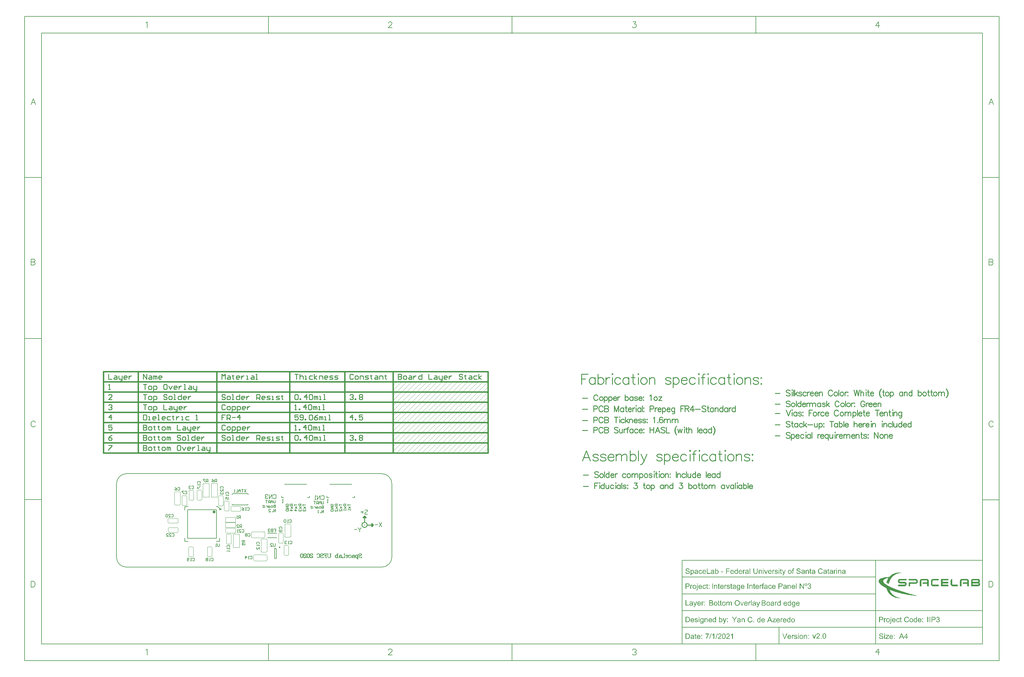
<source format=gbo>
G04*
G04 #@! TF.GenerationSoftware,Altium Limited,Altium Designer,18.1.7 (191)*
G04*
G04 Layer_Color=32896*
%FSLAX25Y25*%
%MOIN*%
G70*
G01*
G75*
%ADD10C,0.00787*%
%ADD11C,0.00472*%
%ADD12C,0.01000*%
%ADD13C,0.00500*%
%ADD16C,0.00591*%
%ADD17C,0.01500*%
%ADD18C,0.00100*%
%ADD19C,0.00700*%
%ADD55C,0.00984*%
%ADD56C,0.02362*%
%ADD57C,0.00602*%
G36*
X294587Y57776D02*
X290650D01*
X292618Y59744D01*
X294587Y57776D01*
D02*
G37*
G36*
X302559Y49803D02*
X300590Y47835D01*
Y51772D01*
X302559Y49803D01*
D02*
G37*
G36*
X799006Y-1464D02*
X799111Y-1474D01*
X799236Y-1493D01*
X799371Y-1512D01*
X799515Y-1541D01*
X799400Y-2214D01*
X799390D01*
X799361Y-2204D01*
X799313Y-2194D01*
X799255Y-2185D01*
X799179D01*
X799102Y-2175D01*
X798938Y-2166D01*
X798881D01*
X798823Y-2175D01*
X798746Y-2185D01*
X798669Y-2204D01*
X798583Y-2233D01*
X798506Y-2271D01*
X798439Y-2319D01*
X798429Y-2329D01*
X798419Y-2348D01*
X798390Y-2387D01*
X798371Y-2444D01*
X798343Y-2521D01*
X798314Y-2627D01*
X798304Y-2742D01*
X798294Y-2886D01*
Y-3300D01*
X799188D01*
Y-3905D01*
X798304D01*
Y-7874D01*
X797526D01*
Y-3905D01*
X796843D01*
Y-3300D01*
X797526D01*
Y-2819D01*
Y-2810D01*
Y-2800D01*
Y-2742D01*
X797535Y-2665D01*
Y-2560D01*
X797545Y-2454D01*
X797564Y-2339D01*
X797583Y-2233D01*
X797612Y-2137D01*
X797622Y-2127D01*
X797631Y-2089D01*
X797660Y-2031D01*
X797699Y-1964D01*
X797756Y-1877D01*
X797823Y-1801D01*
X797900Y-1724D01*
X797997Y-1647D01*
X798006Y-1637D01*
X798054Y-1618D01*
X798112Y-1589D01*
X798208Y-1551D01*
X798314Y-1512D01*
X798458Y-1483D01*
X798612Y-1464D01*
X798794Y-1455D01*
X798919D01*
X799006Y-1464D01*
D02*
G37*
G36*
X850064Y-2444D02*
X849285D01*
Y-1560D01*
X850064D01*
Y-2444D01*
D02*
G37*
G36*
X781957D02*
X781179D01*
Y-1560D01*
X781957D01*
Y-2444D01*
D02*
G37*
G36*
X763343D02*
X762565D01*
Y-1560D01*
X763343D01*
Y-2444D01*
D02*
G37*
G36*
X804704Y-1464D02*
X804772D01*
X804935Y-1483D01*
X805127Y-1512D01*
X805339Y-1551D01*
X805550Y-1608D01*
X805752Y-1685D01*
X805761D01*
X805771Y-1695D01*
X805800Y-1704D01*
X805838Y-1724D01*
X805934Y-1781D01*
X806059Y-1849D01*
X806194Y-1945D01*
X806328Y-2060D01*
X806463Y-2194D01*
X806578Y-2348D01*
X806588Y-2368D01*
X806626Y-2425D01*
X806674Y-2521D01*
X806722Y-2637D01*
X806780Y-2781D01*
X806838Y-2954D01*
X806876Y-3136D01*
X806895Y-3338D01*
X806098Y-3396D01*
Y-3386D01*
Y-3367D01*
X806088Y-3338D01*
X806079Y-3300D01*
X806059Y-3194D01*
X806021Y-3059D01*
X805963Y-2915D01*
X805886Y-2771D01*
X805781Y-2627D01*
X805656Y-2502D01*
X805637Y-2492D01*
X805588Y-2454D01*
X805502Y-2406D01*
X805387Y-2348D01*
X805233Y-2291D01*
X805041Y-2243D01*
X804820Y-2204D01*
X804560Y-2194D01*
X804435D01*
X804378Y-2204D01*
X804301D01*
X804137Y-2233D01*
X803955Y-2262D01*
X803772Y-2310D01*
X803599Y-2377D01*
X803522Y-2425D01*
X803455Y-2473D01*
X803445Y-2483D01*
X803407Y-2521D01*
X803349Y-2579D01*
X803292Y-2665D01*
X803224Y-2761D01*
X803176Y-2877D01*
X803138Y-3002D01*
X803119Y-3146D01*
Y-3165D01*
Y-3204D01*
X803128Y-3271D01*
X803148Y-3348D01*
X803176Y-3434D01*
X803224Y-3530D01*
X803282Y-3617D01*
X803359Y-3703D01*
X803368Y-3713D01*
X803417Y-3742D01*
X803445Y-3761D01*
X803484Y-3790D01*
X803541Y-3809D01*
X803609Y-3838D01*
X803686Y-3876D01*
X803772Y-3915D01*
X803868Y-3943D01*
X803984Y-3982D01*
X804118Y-4030D01*
X804262Y-4069D01*
X804426Y-4107D01*
X804608Y-4155D01*
X804618D01*
X804656Y-4165D01*
X804704Y-4174D01*
X804772Y-4193D01*
X804858Y-4213D01*
X804954Y-4241D01*
X805166Y-4290D01*
X805396Y-4357D01*
X805627Y-4424D01*
X805742Y-4453D01*
X805838Y-4491D01*
X805934Y-4530D01*
X806011Y-4559D01*
X806021D01*
X806040Y-4568D01*
X806059Y-4587D01*
X806098Y-4607D01*
X806194Y-4664D01*
X806319Y-4732D01*
X806453Y-4828D01*
X806588Y-4943D01*
X806713Y-5068D01*
X806818Y-5202D01*
X806828Y-5222D01*
X806857Y-5270D01*
X806905Y-5347D01*
X806953Y-5462D01*
X807001Y-5587D01*
X807049Y-5741D01*
X807078Y-5914D01*
X807088Y-6096D01*
Y-6106D01*
Y-6115D01*
Y-6144D01*
Y-6183D01*
X807068Y-6279D01*
X807049Y-6404D01*
X807020Y-6548D01*
X806963Y-6711D01*
X806895Y-6884D01*
X806799Y-7048D01*
X806790Y-7067D01*
X806742Y-7124D01*
X806684Y-7201D01*
X806588Y-7297D01*
X806472Y-7413D01*
X806328Y-7528D01*
X806155Y-7634D01*
X805963Y-7739D01*
X805954D01*
X805934Y-7749D01*
X805906Y-7759D01*
X805867Y-7778D01*
X805819Y-7797D01*
X805761Y-7816D01*
X805608Y-7855D01*
X805435Y-7903D01*
X805223Y-7941D01*
X805002Y-7970D01*
X804752Y-7980D01*
X804608D01*
X804541Y-7970D01*
X804454D01*
X804358Y-7960D01*
X804253Y-7951D01*
X804032Y-7922D01*
X803791Y-7874D01*
X803551Y-7816D01*
X803321Y-7739D01*
X803311D01*
X803292Y-7730D01*
X803263Y-7711D01*
X803224Y-7691D01*
X803119Y-7634D01*
X802994Y-7547D01*
X802840Y-7442D01*
X802696Y-7317D01*
X802542Y-7163D01*
X802407Y-6990D01*
Y-6980D01*
X802398Y-6971D01*
X802379Y-6942D01*
X802359Y-6903D01*
X802331Y-6855D01*
X802302Y-6798D01*
X802244Y-6654D01*
X802186Y-6490D01*
X802129Y-6288D01*
X802090Y-6077D01*
X802071Y-5846D01*
X802859Y-5779D01*
Y-5789D01*
Y-5798D01*
X802869Y-5856D01*
X802888Y-5942D01*
X802907Y-6058D01*
X802946Y-6183D01*
X802984Y-6317D01*
X803042Y-6442D01*
X803109Y-6567D01*
X803119Y-6577D01*
X803148Y-6615D01*
X803195Y-6673D01*
X803272Y-6740D01*
X803359Y-6817D01*
X803465Y-6903D01*
X803599Y-6980D01*
X803743Y-7057D01*
X803753D01*
X803763Y-7067D01*
X803820Y-7086D01*
X803907Y-7115D01*
X804032Y-7144D01*
X804166Y-7182D01*
X804339Y-7211D01*
X804522Y-7230D01*
X804714Y-7240D01*
X804791D01*
X804887Y-7230D01*
X804993Y-7220D01*
X805127Y-7211D01*
X805262Y-7182D01*
X805406Y-7153D01*
X805550Y-7105D01*
X805569Y-7096D01*
X805608Y-7076D01*
X805675Y-7048D01*
X805752Y-7000D01*
X805848Y-6942D01*
X805934Y-6875D01*
X806021Y-6798D01*
X806098Y-6711D01*
X806107Y-6702D01*
X806127Y-6663D01*
X806155Y-6615D01*
X806194Y-6548D01*
X806223Y-6471D01*
X806252Y-6375D01*
X806271Y-6279D01*
X806280Y-6173D01*
Y-6163D01*
Y-6125D01*
X806271Y-6067D01*
X806261Y-6000D01*
X806242Y-5914D01*
X806203Y-5827D01*
X806165Y-5741D01*
X806107Y-5654D01*
X806098Y-5644D01*
X806079Y-5616D01*
X806030Y-5577D01*
X805973Y-5520D01*
X805896Y-5462D01*
X805800Y-5404D01*
X805675Y-5337D01*
X805540Y-5279D01*
X805531Y-5270D01*
X805492Y-5260D01*
X805415Y-5241D01*
X805367Y-5222D01*
X805310Y-5202D01*
X805233Y-5183D01*
X805156Y-5164D01*
X805060Y-5135D01*
X804964Y-5106D01*
X804848Y-5077D01*
X804714Y-5049D01*
X804570Y-5010D01*
X804416Y-4972D01*
X804406D01*
X804378Y-4962D01*
X804329Y-4953D01*
X804272Y-4933D01*
X804205Y-4914D01*
X804128Y-4895D01*
X803945Y-4847D01*
X803743Y-4780D01*
X803541Y-4712D01*
X803359Y-4645D01*
X803272Y-4616D01*
X803205Y-4578D01*
X803195D01*
X803186Y-4568D01*
X803128Y-4530D01*
X803051Y-4482D01*
X802955Y-4414D01*
X802840Y-4328D01*
X802734Y-4232D01*
X802629Y-4117D01*
X802532Y-3992D01*
X802523Y-3972D01*
X802494Y-3924D01*
X802465Y-3857D01*
X802427Y-3761D01*
X802379Y-3646D01*
X802350Y-3511D01*
X802321Y-3357D01*
X802311Y-3204D01*
Y-3194D01*
Y-3184D01*
Y-3156D01*
Y-3117D01*
X802331Y-3031D01*
X802350Y-2915D01*
X802379Y-2771D01*
X802427Y-2627D01*
X802494Y-2464D01*
X802581Y-2310D01*
Y-2300D01*
X802590Y-2291D01*
X802629Y-2243D01*
X802696Y-2166D01*
X802782Y-2070D01*
X802888Y-1973D01*
X803022Y-1868D01*
X803186Y-1762D01*
X803368Y-1676D01*
X803378D01*
X803388Y-1666D01*
X803417Y-1656D01*
X803465Y-1637D01*
X803513Y-1627D01*
X803570Y-1608D01*
X803705Y-1560D01*
X803878Y-1522D01*
X804070Y-1493D01*
X804291Y-1464D01*
X804522Y-1455D01*
X804637D01*
X804704Y-1464D01*
D02*
G37*
G36*
X673893D02*
X673960D01*
X674124Y-1483D01*
X674316Y-1512D01*
X674527Y-1551D01*
X674739Y-1608D01*
X674940Y-1685D01*
X674950D01*
X674960Y-1695D01*
X674989Y-1704D01*
X675027Y-1724D01*
X675123Y-1781D01*
X675248Y-1849D01*
X675383Y-1945D01*
X675517Y-2060D01*
X675652Y-2194D01*
X675767Y-2348D01*
X675776Y-2368D01*
X675815Y-2425D01*
X675863Y-2521D01*
X675911Y-2637D01*
X675969Y-2781D01*
X676026Y-2954D01*
X676065Y-3136D01*
X676084Y-3338D01*
X675286Y-3396D01*
Y-3386D01*
Y-3367D01*
X675277Y-3338D01*
X675267Y-3300D01*
X675248Y-3194D01*
X675210Y-3059D01*
X675152Y-2915D01*
X675075Y-2771D01*
X674969Y-2627D01*
X674844Y-2502D01*
X674825Y-2492D01*
X674777Y-2454D01*
X674691Y-2406D01*
X674575Y-2348D01*
X674422Y-2291D01*
X674229Y-2243D01*
X674008Y-2204D01*
X673749Y-2194D01*
X673624D01*
X673566Y-2204D01*
X673489D01*
X673326Y-2233D01*
X673143Y-2262D01*
X672961Y-2310D01*
X672788Y-2377D01*
X672711Y-2425D01*
X672644Y-2473D01*
X672634Y-2483D01*
X672596Y-2521D01*
X672538Y-2579D01*
X672480Y-2665D01*
X672413Y-2761D01*
X672365Y-2877D01*
X672327Y-3002D01*
X672307Y-3146D01*
Y-3165D01*
Y-3204D01*
X672317Y-3271D01*
X672336Y-3348D01*
X672365Y-3434D01*
X672413Y-3530D01*
X672471Y-3617D01*
X672548Y-3703D01*
X672557Y-3713D01*
X672605Y-3742D01*
X672634Y-3761D01*
X672673Y-3790D01*
X672730Y-3809D01*
X672797Y-3838D01*
X672874Y-3876D01*
X672961Y-3915D01*
X673057Y-3943D01*
X673172Y-3982D01*
X673307Y-4030D01*
X673451Y-4069D01*
X673614Y-4107D01*
X673797Y-4155D01*
X673806D01*
X673845Y-4165D01*
X673893Y-4174D01*
X673960Y-4193D01*
X674047Y-4213D01*
X674143Y-4241D01*
X674354Y-4290D01*
X674585Y-4357D01*
X674816Y-4424D01*
X674931Y-4453D01*
X675027Y-4491D01*
X675123Y-4530D01*
X675200Y-4559D01*
X675210D01*
X675229Y-4568D01*
X675248Y-4587D01*
X675286Y-4607D01*
X675383Y-4664D01*
X675507Y-4732D01*
X675642Y-4828D01*
X675776Y-4943D01*
X675902Y-5068D01*
X676007Y-5202D01*
X676017Y-5222D01*
X676046Y-5270D01*
X676094Y-5347D01*
X676142Y-5462D01*
X676190Y-5587D01*
X676238Y-5741D01*
X676267Y-5914D01*
X676276Y-6096D01*
Y-6106D01*
Y-6115D01*
Y-6144D01*
Y-6183D01*
X676257Y-6279D01*
X676238Y-6404D01*
X676209Y-6548D01*
X676151Y-6711D01*
X676084Y-6884D01*
X675988Y-7048D01*
X675978Y-7067D01*
X675930Y-7124D01*
X675873Y-7201D01*
X675776Y-7297D01*
X675661Y-7413D01*
X675517Y-7528D01*
X675344Y-7634D01*
X675152Y-7739D01*
X675142D01*
X675123Y-7749D01*
X675094Y-7759D01*
X675056Y-7778D01*
X675008Y-7797D01*
X674950Y-7816D01*
X674796Y-7855D01*
X674623Y-7903D01*
X674412Y-7941D01*
X674191Y-7970D01*
X673941Y-7980D01*
X673797D01*
X673730Y-7970D01*
X673643D01*
X673547Y-7960D01*
X673441Y-7951D01*
X673220Y-7922D01*
X672980Y-7874D01*
X672740Y-7816D01*
X672509Y-7739D01*
X672500D01*
X672480Y-7730D01*
X672451Y-7711D01*
X672413Y-7691D01*
X672307Y-7634D01*
X672182Y-7547D01*
X672029Y-7442D01*
X671884Y-7317D01*
X671731Y-7163D01*
X671596Y-6990D01*
Y-6980D01*
X671587Y-6971D01*
X671567Y-6942D01*
X671548Y-6903D01*
X671519Y-6855D01*
X671490Y-6798D01*
X671433Y-6654D01*
X671375Y-6490D01*
X671317Y-6288D01*
X671279Y-6077D01*
X671260Y-5846D01*
X672048Y-5779D01*
Y-5789D01*
Y-5798D01*
X672057Y-5856D01*
X672077Y-5942D01*
X672096Y-6058D01*
X672134Y-6183D01*
X672173Y-6317D01*
X672230Y-6442D01*
X672298Y-6567D01*
X672307Y-6577D01*
X672336Y-6615D01*
X672384Y-6673D01*
X672461Y-6740D01*
X672548Y-6817D01*
X672653Y-6903D01*
X672788Y-6980D01*
X672932Y-7057D01*
X672942D01*
X672951Y-7067D01*
X673009Y-7086D01*
X673095Y-7115D01*
X673220Y-7144D01*
X673355Y-7182D01*
X673528Y-7211D01*
X673710Y-7230D01*
X673903Y-7240D01*
X673980D01*
X674076Y-7230D01*
X674181Y-7220D01*
X674316Y-7211D01*
X674450Y-7182D01*
X674594Y-7153D01*
X674739Y-7105D01*
X674758Y-7096D01*
X674796Y-7076D01*
X674864Y-7048D01*
X674940Y-7000D01*
X675037Y-6942D01*
X675123Y-6875D01*
X675210Y-6798D01*
X675286Y-6711D01*
X675296Y-6702D01*
X675315Y-6663D01*
X675344Y-6615D01*
X675383Y-6548D01*
X675411Y-6471D01*
X675440Y-6375D01*
X675459Y-6279D01*
X675469Y-6173D01*
Y-6163D01*
Y-6125D01*
X675459Y-6067D01*
X675450Y-6000D01*
X675431Y-5914D01*
X675392Y-5827D01*
X675354Y-5741D01*
X675296Y-5654D01*
X675286Y-5644D01*
X675267Y-5616D01*
X675219Y-5577D01*
X675162Y-5520D01*
X675085Y-5462D01*
X674989Y-5404D01*
X674864Y-5337D01*
X674729Y-5279D01*
X674719Y-5270D01*
X674681Y-5260D01*
X674604Y-5241D01*
X674556Y-5222D01*
X674498Y-5202D01*
X674422Y-5183D01*
X674345Y-5164D01*
X674249Y-5135D01*
X674153Y-5106D01*
X674037Y-5077D01*
X673903Y-5049D01*
X673758Y-5010D01*
X673605Y-4972D01*
X673595D01*
X673566Y-4962D01*
X673518Y-4953D01*
X673460Y-4933D01*
X673393Y-4914D01*
X673316Y-4895D01*
X673134Y-4847D01*
X672932Y-4780D01*
X672730Y-4712D01*
X672548Y-4645D01*
X672461Y-4616D01*
X672394Y-4578D01*
X672384D01*
X672375Y-4568D01*
X672317Y-4530D01*
X672240Y-4482D01*
X672144Y-4414D01*
X672029Y-4328D01*
X671923Y-4232D01*
X671817Y-4117D01*
X671721Y-3992D01*
X671711Y-3972D01*
X671683Y-3924D01*
X671654Y-3857D01*
X671615Y-3761D01*
X671567Y-3646D01*
X671538Y-3511D01*
X671510Y-3357D01*
X671500Y-3204D01*
Y-3194D01*
Y-3184D01*
Y-3156D01*
Y-3117D01*
X671519Y-3031D01*
X671538Y-2915D01*
X671567Y-2771D01*
X671615Y-2627D01*
X671683Y-2464D01*
X671769Y-2310D01*
Y-2300D01*
X671779Y-2291D01*
X671817Y-2243D01*
X671884Y-2166D01*
X671971Y-2070D01*
X672077Y-1973D01*
X672211Y-1868D01*
X672375Y-1762D01*
X672557Y-1676D01*
X672567D01*
X672576Y-1666D01*
X672605Y-1656D01*
X672653Y-1637D01*
X672701Y-1627D01*
X672759Y-1608D01*
X672893Y-1560D01*
X673067Y-1522D01*
X673259Y-1493D01*
X673480Y-1464D01*
X673710Y-1455D01*
X673826D01*
X673893Y-1464D01*
D02*
G37*
G36*
X830728D02*
X830805Y-1474D01*
X830901Y-1483D01*
X831007Y-1493D01*
X831122Y-1512D01*
X831372Y-1570D01*
X831641Y-1656D01*
X831776Y-1714D01*
X831910Y-1781D01*
X832035Y-1858D01*
X832160Y-1945D01*
X832170Y-1954D01*
X832189Y-1964D01*
X832218Y-1993D01*
X832266Y-2031D01*
X832314Y-2079D01*
X832381Y-2146D01*
X832448Y-2214D01*
X832516Y-2291D01*
X832592Y-2387D01*
X832660Y-2483D01*
X832737Y-2598D01*
X832814Y-2723D01*
X832881Y-2848D01*
X832948Y-2992D01*
X833063Y-3300D01*
X832237Y-3492D01*
Y-3482D01*
X832227Y-3463D01*
X832218Y-3425D01*
X832199Y-3376D01*
X832170Y-3319D01*
X832141Y-3252D01*
X832074Y-3108D01*
X831987Y-2944D01*
X831872Y-2771D01*
X831747Y-2617D01*
X831593Y-2483D01*
X831574Y-2473D01*
X831516Y-2435D01*
X831430Y-2387D01*
X831305Y-2319D01*
X831161Y-2262D01*
X830978Y-2214D01*
X830776Y-2175D01*
X830546Y-2166D01*
X830478D01*
X830430Y-2175D01*
X830363D01*
X830296Y-2185D01*
X830123Y-2214D01*
X829931Y-2252D01*
X829729Y-2319D01*
X829527Y-2406D01*
X829335Y-2521D01*
X829325D01*
X829315Y-2541D01*
X829258Y-2589D01*
X829171Y-2665D01*
X829066Y-2771D01*
X828960Y-2906D01*
X828845Y-3059D01*
X828739Y-3252D01*
X828652Y-3463D01*
Y-3473D01*
X828643Y-3492D01*
X828633Y-3521D01*
X828624Y-3569D01*
X828604Y-3617D01*
X828595Y-3684D01*
X828556Y-3838D01*
X828518Y-4020D01*
X828489Y-4222D01*
X828470Y-4443D01*
X828460Y-4674D01*
Y-4684D01*
Y-4712D01*
Y-4751D01*
Y-4808D01*
X828470Y-4876D01*
Y-4962D01*
X828479Y-5049D01*
X828489Y-5145D01*
X828518Y-5366D01*
X828556Y-5606D01*
X828614Y-5846D01*
X828691Y-6077D01*
Y-6087D01*
X828701Y-6106D01*
X828720Y-6135D01*
X828739Y-6173D01*
X828787Y-6288D01*
X828864Y-6413D01*
X828969Y-6567D01*
X829095Y-6711D01*
X829239Y-6855D01*
X829412Y-6980D01*
X829421D01*
X829431Y-6990D01*
X829460Y-7009D01*
X829498Y-7028D01*
X829604Y-7067D01*
X829738Y-7124D01*
X829892Y-7173D01*
X830075Y-7220D01*
X830276Y-7259D01*
X830488Y-7269D01*
X830555D01*
X830603Y-7259D01*
X830661D01*
X830738Y-7249D01*
X830901Y-7220D01*
X831084Y-7173D01*
X831286Y-7096D01*
X831478Y-7000D01*
X831670Y-6865D01*
X831680Y-6855D01*
X831689Y-6846D01*
X831747Y-6788D01*
X831833Y-6692D01*
X831939Y-6567D01*
X832045Y-6394D01*
X832160Y-6192D01*
X832256Y-5942D01*
X832333Y-5664D01*
X833169Y-5875D01*
Y-5885D01*
X833160Y-5923D01*
X833140Y-5971D01*
X833121Y-6048D01*
X833083Y-6125D01*
X833044Y-6231D01*
X833006Y-6336D01*
X832948Y-6452D01*
X832823Y-6711D01*
X832650Y-6971D01*
X832458Y-7220D01*
X832343Y-7336D01*
X832218Y-7442D01*
X832208Y-7451D01*
X832189Y-7461D01*
X832150Y-7490D01*
X832093Y-7528D01*
X832026Y-7566D01*
X831949Y-7615D01*
X831862Y-7663D01*
X831756Y-7711D01*
X831641Y-7759D01*
X831516Y-7807D01*
X831372Y-7855D01*
X831228Y-7893D01*
X830911Y-7960D01*
X830738Y-7970D01*
X830555Y-7980D01*
X830459D01*
X830382Y-7970D01*
X830296D01*
X830200Y-7960D01*
X830084Y-7941D01*
X829969Y-7932D01*
X829700Y-7874D01*
X829421Y-7807D01*
X829152Y-7701D01*
X829018Y-7643D01*
X828893Y-7566D01*
X828883Y-7557D01*
X828864Y-7547D01*
X828835Y-7518D01*
X828787Y-7490D01*
X828672Y-7394D01*
X828537Y-7259D01*
X828374Y-7096D01*
X828220Y-6884D01*
X828057Y-6644D01*
X827922Y-6365D01*
Y-6356D01*
X827912Y-6327D01*
X827893Y-6288D01*
X827874Y-6231D01*
X827845Y-6154D01*
X827816Y-6067D01*
X827787Y-5971D01*
X827759Y-5856D01*
X827730Y-5741D01*
X827701Y-5606D01*
X827643Y-5318D01*
X827605Y-5010D01*
X827595Y-4674D01*
Y-4664D01*
Y-4626D01*
Y-4578D01*
X827605Y-4510D01*
Y-4424D01*
X827614Y-4318D01*
X827624Y-4213D01*
X827643Y-4088D01*
X827691Y-3819D01*
X827749Y-3530D01*
X827845Y-3232D01*
X827970Y-2954D01*
Y-2944D01*
X827989Y-2925D01*
X828008Y-2886D01*
X828037Y-2829D01*
X828076Y-2771D01*
X828124Y-2704D01*
X828249Y-2541D01*
X828393Y-2358D01*
X828576Y-2175D01*
X828797Y-1993D01*
X829037Y-1839D01*
X829046D01*
X829066Y-1820D01*
X829104Y-1801D01*
X829162Y-1781D01*
X829219Y-1752D01*
X829296Y-1714D01*
X829392Y-1685D01*
X829488Y-1647D01*
X829594Y-1608D01*
X829710Y-1579D01*
X829969Y-1512D01*
X830257Y-1474D01*
X830565Y-1455D01*
X830661D01*
X830728Y-1464D01*
D02*
G37*
G36*
X732927Y-7874D02*
X732206D01*
Y-7307D01*
X732197Y-7317D01*
X732187Y-7336D01*
X732158Y-7365D01*
X732120Y-7413D01*
X732082Y-7461D01*
X732024Y-7518D01*
X731957Y-7576D01*
X731880Y-7643D01*
X731793Y-7701D01*
X731697Y-7768D01*
X731591Y-7826D01*
X731486Y-7874D01*
X731361Y-7922D01*
X731226Y-7951D01*
X731082Y-7970D01*
X730928Y-7980D01*
X730871D01*
X730832Y-7970D01*
X730726Y-7960D01*
X730602Y-7941D01*
X730438Y-7903D01*
X730275Y-7855D01*
X730092Y-7778D01*
X729919Y-7682D01*
X729910D01*
X729900Y-7672D01*
X729842Y-7624D01*
X729766Y-7557D01*
X729660Y-7461D01*
X729554Y-7345D01*
X729429Y-7201D01*
X729323Y-7038D01*
X729218Y-6846D01*
Y-6836D01*
X729208Y-6817D01*
X729199Y-6788D01*
X729179Y-6750D01*
X729160Y-6702D01*
X729141Y-6634D01*
X729093Y-6481D01*
X729045Y-6298D01*
X729006Y-6087D01*
X728977Y-5856D01*
X728968Y-5596D01*
Y-5587D01*
Y-5568D01*
Y-5529D01*
Y-5481D01*
X728977Y-5424D01*
Y-5347D01*
X728997Y-5183D01*
X729026Y-4991D01*
X729064Y-4789D01*
X729112Y-4568D01*
X729189Y-4357D01*
Y-4347D01*
X729199Y-4328D01*
X729218Y-4299D01*
X729237Y-4261D01*
X729285Y-4165D01*
X729362Y-4040D01*
X729458Y-3895D01*
X729573Y-3751D01*
X729708Y-3617D01*
X729871Y-3492D01*
X729881D01*
X729890Y-3482D01*
X729948Y-3444D01*
X730044Y-3396D01*
X730169Y-3338D01*
X730323Y-3290D01*
X730496Y-3242D01*
X730688Y-3204D01*
X730890Y-3194D01*
X730957D01*
X731034Y-3204D01*
X731140Y-3213D01*
X731246Y-3242D01*
X731370Y-3271D01*
X731495Y-3319D01*
X731620Y-3376D01*
X731639Y-3386D01*
X731678Y-3405D01*
X731736Y-3444D01*
X731812Y-3501D01*
X731889Y-3559D01*
X731985Y-3636D01*
X732072Y-3732D01*
X732149Y-3828D01*
Y-1560D01*
X732927D01*
Y-7874D01*
D02*
G37*
G36*
X679553Y-3213D02*
X679688Y-3232D01*
X679851Y-3271D01*
X680024Y-3319D01*
X680197Y-3396D01*
X680370Y-3501D01*
X680380D01*
X680389Y-3511D01*
X680447Y-3559D01*
X680524Y-3626D01*
X680630Y-3723D01*
X680735Y-3838D01*
X680851Y-3992D01*
X680956Y-4155D01*
X681052Y-4357D01*
Y-4366D01*
X681062Y-4386D01*
X681072Y-4414D01*
X681091Y-4453D01*
X681110Y-4501D01*
X681129Y-4568D01*
X681168Y-4712D01*
X681206Y-4895D01*
X681245Y-5097D01*
X681274Y-5318D01*
X681283Y-5558D01*
Y-5568D01*
Y-5587D01*
Y-5625D01*
Y-5673D01*
X681274Y-5741D01*
Y-5808D01*
X681254Y-5981D01*
X681216Y-6173D01*
X681177Y-6385D01*
X681110Y-6605D01*
X681024Y-6826D01*
Y-6836D01*
X681014Y-6855D01*
X680995Y-6884D01*
X680976Y-6923D01*
X680918Y-7019D01*
X680841Y-7144D01*
X680735Y-7278D01*
X680610Y-7422D01*
X680466Y-7557D01*
X680293Y-7682D01*
X680284D01*
X680274Y-7691D01*
X680245Y-7711D01*
X680207Y-7730D01*
X680111Y-7778D01*
X679986Y-7826D01*
X679832Y-7884D01*
X679669Y-7932D01*
X679476Y-7970D01*
X679284Y-7980D01*
X679217D01*
X679150Y-7970D01*
X679053Y-7960D01*
X678948Y-7941D01*
X678832Y-7913D01*
X678708Y-7874D01*
X678592Y-7826D01*
X678583Y-7816D01*
X678544Y-7797D01*
X678487Y-7759D01*
X678419Y-7711D01*
X678333Y-7653D01*
X678256Y-7586D01*
X678169Y-7499D01*
X678093Y-7413D01*
Y-9623D01*
X677314D01*
Y-3300D01*
X678025D01*
Y-3895D01*
X678035Y-3876D01*
X678064Y-3838D01*
X678121Y-3780D01*
X678189Y-3703D01*
X678265Y-3617D01*
X678362Y-3530D01*
X678467Y-3444D01*
X678583Y-3376D01*
X678602Y-3367D01*
X678640Y-3348D01*
X678708Y-3319D01*
X678794Y-3280D01*
X678909Y-3252D01*
X679034Y-3223D01*
X679178Y-3204D01*
X679342Y-3194D01*
X679438D01*
X679553Y-3213D01*
D02*
G37*
G36*
X853542Y-3204D02*
X853638Y-3213D01*
X853754Y-3232D01*
X853888Y-3261D01*
X854013Y-3300D01*
X854148Y-3348D01*
X854167Y-3357D01*
X854205Y-3376D01*
X854263Y-3405D01*
X854340Y-3453D01*
X854426Y-3511D01*
X854513Y-3578D01*
X854599Y-3655D01*
X854667Y-3742D01*
X854676Y-3751D01*
X854696Y-3780D01*
X854724Y-3838D01*
X854763Y-3905D01*
X854801Y-3982D01*
X854840Y-4078D01*
X854878Y-4193D01*
X854907Y-4309D01*
Y-4318D01*
X854916Y-4347D01*
X854926Y-4405D01*
X854936Y-4482D01*
Y-4587D01*
X854945Y-4722D01*
X854955Y-4876D01*
Y-5068D01*
Y-7874D01*
X854177D01*
Y-5097D01*
Y-5087D01*
Y-5077D01*
Y-5020D01*
Y-4933D01*
X854167Y-4828D01*
X854157Y-4722D01*
X854138Y-4597D01*
X854109Y-4491D01*
X854080Y-4395D01*
Y-4386D01*
X854061Y-4357D01*
X854042Y-4309D01*
X854013Y-4261D01*
X853965Y-4193D01*
X853907Y-4136D01*
X853840Y-4069D01*
X853763Y-4011D01*
X853754Y-4001D01*
X853725Y-3992D01*
X853677Y-3963D01*
X853610Y-3934D01*
X853533Y-3915D01*
X853437Y-3886D01*
X853341Y-3876D01*
X853225Y-3867D01*
X853139D01*
X853052Y-3886D01*
X852927Y-3905D01*
X852793Y-3943D01*
X852658Y-4001D01*
X852504Y-4078D01*
X852370Y-4184D01*
X852351Y-4203D01*
X852312Y-4251D01*
X852255Y-4328D01*
X852226Y-4386D01*
X852197Y-4453D01*
X852159Y-4530D01*
X852130Y-4616D01*
X852101Y-4712D01*
X852072Y-4818D01*
X852043Y-4943D01*
X852034Y-5077D01*
X852014Y-5222D01*
Y-5375D01*
Y-7874D01*
X851236D01*
Y-3300D01*
X851937D01*
Y-3953D01*
X851947Y-3943D01*
X851957Y-3924D01*
X851985Y-3886D01*
X852034Y-3838D01*
X852082Y-3780D01*
X852149Y-3713D01*
X852216Y-3646D01*
X852303Y-3569D01*
X852408Y-3501D01*
X852514Y-3434D01*
X852629Y-3367D01*
X852764Y-3309D01*
X852899Y-3261D01*
X853052Y-3223D01*
X853216Y-3204D01*
X853389Y-3194D01*
X853456D01*
X853542Y-3204D01*
D02*
G37*
G36*
X815333D02*
X815429Y-3213D01*
X815544Y-3232D01*
X815679Y-3261D01*
X815804Y-3300D01*
X815938Y-3348D01*
X815958Y-3357D01*
X815996Y-3376D01*
X816054Y-3405D01*
X816131Y-3453D01*
X816217Y-3511D01*
X816304Y-3578D01*
X816390Y-3655D01*
X816457Y-3742D01*
X816467Y-3751D01*
X816486Y-3780D01*
X816515Y-3838D01*
X816553Y-3905D01*
X816592Y-3982D01*
X816630Y-4078D01*
X816669Y-4193D01*
X816698Y-4309D01*
Y-4318D01*
X816707Y-4347D01*
X816717Y-4405D01*
X816726Y-4482D01*
Y-4587D01*
X816736Y-4722D01*
X816746Y-4876D01*
Y-5068D01*
Y-7874D01*
X815967D01*
Y-5097D01*
Y-5087D01*
Y-5077D01*
Y-5020D01*
Y-4933D01*
X815958Y-4828D01*
X815948Y-4722D01*
X815929Y-4597D01*
X815900Y-4491D01*
X815871Y-4395D01*
Y-4386D01*
X815852Y-4357D01*
X815833Y-4309D01*
X815804Y-4261D01*
X815756Y-4193D01*
X815698Y-4136D01*
X815631Y-4069D01*
X815554Y-4011D01*
X815544Y-4001D01*
X815516Y-3992D01*
X815467Y-3963D01*
X815400Y-3934D01*
X815323Y-3915D01*
X815227Y-3886D01*
X815131Y-3876D01*
X815016Y-3867D01*
X814929D01*
X814843Y-3886D01*
X814718Y-3905D01*
X814583Y-3943D01*
X814449Y-4001D01*
X814295Y-4078D01*
X814161Y-4184D01*
X814141Y-4203D01*
X814103Y-4251D01*
X814045Y-4328D01*
X814016Y-4386D01*
X813988Y-4453D01*
X813949Y-4530D01*
X813920Y-4616D01*
X813892Y-4712D01*
X813863Y-4818D01*
X813834Y-4943D01*
X813824Y-5077D01*
X813805Y-5222D01*
Y-5375D01*
Y-7874D01*
X813027D01*
Y-3300D01*
X813728D01*
Y-3953D01*
X813738Y-3943D01*
X813747Y-3924D01*
X813776Y-3886D01*
X813824Y-3838D01*
X813872Y-3780D01*
X813939Y-3713D01*
X814007Y-3646D01*
X814093Y-3569D01*
X814199Y-3501D01*
X814305Y-3434D01*
X814420Y-3367D01*
X814555Y-3309D01*
X814689Y-3261D01*
X814843Y-3223D01*
X815006Y-3204D01*
X815179Y-3194D01*
X815246D01*
X815333Y-3204D01*
D02*
G37*
G36*
X759960D02*
X760056Y-3213D01*
X760172Y-3232D01*
X760306Y-3261D01*
X760431Y-3300D01*
X760566Y-3348D01*
X760585Y-3357D01*
X760623Y-3376D01*
X760681Y-3405D01*
X760758Y-3453D01*
X760844Y-3511D01*
X760931Y-3578D01*
X761017Y-3655D01*
X761085Y-3742D01*
X761094Y-3751D01*
X761113Y-3780D01*
X761142Y-3838D01*
X761181Y-3905D01*
X761219Y-3982D01*
X761258Y-4078D01*
X761296Y-4193D01*
X761325Y-4309D01*
Y-4318D01*
X761334Y-4347D01*
X761344Y-4405D01*
X761354Y-4482D01*
Y-4587D01*
X761363Y-4722D01*
X761373Y-4876D01*
Y-5068D01*
Y-7874D01*
X760594D01*
Y-5097D01*
Y-5087D01*
Y-5077D01*
Y-5020D01*
Y-4933D01*
X760585Y-4828D01*
X760575Y-4722D01*
X760556Y-4597D01*
X760527Y-4491D01*
X760498Y-4395D01*
Y-4386D01*
X760479Y-4357D01*
X760460Y-4309D01*
X760431Y-4261D01*
X760383Y-4193D01*
X760325Y-4136D01*
X760258Y-4069D01*
X760181Y-4011D01*
X760172Y-4001D01*
X760143Y-3992D01*
X760095Y-3963D01*
X760027Y-3934D01*
X759950Y-3915D01*
X759854Y-3886D01*
X759758Y-3876D01*
X759643Y-3867D01*
X759556D01*
X759470Y-3886D01*
X759345Y-3905D01*
X759211Y-3943D01*
X759076Y-4001D01*
X758922Y-4078D01*
X758788Y-4184D01*
X758769Y-4203D01*
X758730Y-4251D01*
X758672Y-4328D01*
X758644Y-4386D01*
X758615Y-4453D01*
X758576Y-4530D01*
X758547Y-4616D01*
X758519Y-4712D01*
X758490Y-4818D01*
X758461Y-4943D01*
X758451Y-5077D01*
X758432Y-5222D01*
Y-5375D01*
Y-7874D01*
X757654D01*
Y-3300D01*
X758355D01*
Y-3953D01*
X758365Y-3943D01*
X758375Y-3924D01*
X758403Y-3886D01*
X758451Y-3838D01*
X758499Y-3780D01*
X758567Y-3713D01*
X758634Y-3646D01*
X758720Y-3569D01*
X758826Y-3501D01*
X758932Y-3434D01*
X759047Y-3367D01*
X759182Y-3309D01*
X759316Y-3261D01*
X759470Y-3223D01*
X759633Y-3204D01*
X759806Y-3194D01*
X759874D01*
X759960Y-3204D01*
D02*
G37*
G36*
X848170D02*
X848276Y-3223D01*
X848391Y-3261D01*
X848526Y-3300D01*
X848670Y-3367D01*
X848824Y-3453D01*
X848545Y-4165D01*
X848536Y-4155D01*
X848497Y-4136D01*
X848439Y-4107D01*
X848372Y-4078D01*
X848286Y-4049D01*
X848190Y-4020D01*
X848084Y-4001D01*
X847978Y-3992D01*
X847940D01*
X847892Y-4001D01*
X847824Y-4011D01*
X847757Y-4030D01*
X847680Y-4059D01*
X847603Y-4097D01*
X847526Y-4145D01*
X847517Y-4155D01*
X847498Y-4174D01*
X847459Y-4213D01*
X847421Y-4261D01*
X847373Y-4318D01*
X847325Y-4395D01*
X847286Y-4482D01*
X847248Y-4578D01*
X847238Y-4597D01*
X847229Y-4645D01*
X847209Y-4732D01*
X847190Y-4847D01*
X847161Y-4981D01*
X847142Y-5135D01*
X847132Y-5299D01*
X847123Y-5481D01*
Y-7874D01*
X846344D01*
Y-3300D01*
X847046D01*
Y-3982D01*
X847056Y-3972D01*
X847094Y-3915D01*
X847142Y-3828D01*
X847200Y-3732D01*
X847277Y-3626D01*
X847363Y-3521D01*
X847440Y-3425D01*
X847526Y-3357D01*
X847536Y-3348D01*
X847565Y-3328D01*
X847613Y-3309D01*
X847680Y-3271D01*
X847748Y-3242D01*
X847834Y-3223D01*
X847930Y-3204D01*
X848026Y-3194D01*
X848093D01*
X848170Y-3204D01*
D02*
G37*
G36*
X775653D02*
X775759Y-3223D01*
X775874Y-3261D01*
X776009Y-3300D01*
X776153Y-3367D01*
X776307Y-3453D01*
X776028Y-4165D01*
X776018Y-4155D01*
X775980Y-4136D01*
X775922Y-4107D01*
X775855Y-4078D01*
X775769Y-4049D01*
X775672Y-4020D01*
X775567Y-4001D01*
X775461Y-3992D01*
X775423D01*
X775375Y-4001D01*
X775307Y-4011D01*
X775240Y-4030D01*
X775163Y-4059D01*
X775086Y-4097D01*
X775009Y-4145D01*
X775000Y-4155D01*
X774981Y-4174D01*
X774942Y-4213D01*
X774904Y-4261D01*
X774856Y-4318D01*
X774808Y-4395D01*
X774769Y-4482D01*
X774731Y-4578D01*
X774721Y-4597D01*
X774712Y-4645D01*
X774692Y-4732D01*
X774673Y-4847D01*
X774644Y-4981D01*
X774625Y-5135D01*
X774615Y-5299D01*
X774606Y-5481D01*
Y-7874D01*
X773827D01*
Y-3300D01*
X774529D01*
Y-3982D01*
X774539Y-3972D01*
X774577Y-3915D01*
X774625Y-3828D01*
X774683Y-3732D01*
X774759Y-3626D01*
X774846Y-3521D01*
X774923Y-3425D01*
X775009Y-3357D01*
X775019Y-3348D01*
X775048Y-3328D01*
X775096Y-3309D01*
X775163Y-3271D01*
X775230Y-3242D01*
X775317Y-3223D01*
X775413Y-3204D01*
X775509Y-3194D01*
X775576D01*
X775653Y-3204D01*
D02*
G37*
G36*
X740875D02*
X740980Y-3223D01*
X741096Y-3261D01*
X741230Y-3300D01*
X741374Y-3367D01*
X741528Y-3453D01*
X741250Y-4165D01*
X741240Y-4155D01*
X741201Y-4136D01*
X741144Y-4107D01*
X741077Y-4078D01*
X740990Y-4049D01*
X740894Y-4020D01*
X740788Y-4001D01*
X740683Y-3992D01*
X740644D01*
X740596Y-4001D01*
X740529Y-4011D01*
X740461Y-4030D01*
X740385Y-4059D01*
X740308Y-4097D01*
X740231Y-4145D01*
X740221Y-4155D01*
X740202Y-4174D01*
X740164Y-4213D01*
X740125Y-4261D01*
X740077Y-4318D01*
X740029Y-4395D01*
X739991Y-4482D01*
X739952Y-4578D01*
X739943Y-4597D01*
X739933Y-4645D01*
X739914Y-4732D01*
X739894Y-4847D01*
X739866Y-4981D01*
X739846Y-5135D01*
X739837Y-5299D01*
X739827Y-5481D01*
Y-7874D01*
X739049D01*
Y-3300D01*
X739750D01*
Y-3982D01*
X739760Y-3972D01*
X739798Y-3915D01*
X739846Y-3828D01*
X739904Y-3732D01*
X739981Y-3626D01*
X740067Y-3521D01*
X740144Y-3425D01*
X740231Y-3357D01*
X740240Y-3348D01*
X740269Y-3328D01*
X740317Y-3309D01*
X740385Y-3271D01*
X740452Y-3242D01*
X740538Y-3223D01*
X740634Y-3204D01*
X740730Y-3194D01*
X740798D01*
X740875Y-3204D01*
D02*
G37*
G36*
X778450D02*
X778575Y-3213D01*
X778728Y-3232D01*
X778882Y-3261D01*
X779046Y-3300D01*
X779199Y-3357D01*
X779209D01*
X779219Y-3367D01*
X779267Y-3386D01*
X779344Y-3425D01*
X779430Y-3463D01*
X779526Y-3530D01*
X779632Y-3598D01*
X779728Y-3684D01*
X779805Y-3780D01*
X779814Y-3790D01*
X779834Y-3828D01*
X779872Y-3886D01*
X779920Y-3963D01*
X779959Y-4059D01*
X780007Y-4184D01*
X780045Y-4318D01*
X780084Y-4472D01*
X779324Y-4578D01*
Y-4559D01*
X779315Y-4520D01*
X779295Y-4453D01*
X779267Y-4376D01*
X779228Y-4290D01*
X779171Y-4203D01*
X779103Y-4107D01*
X779017Y-4030D01*
X779007Y-4020D01*
X778969Y-4001D01*
X778911Y-3963D01*
X778834Y-3924D01*
X778738Y-3895D01*
X778613Y-3857D01*
X778479Y-3838D01*
X778315Y-3828D01*
X778229D01*
X778133Y-3838D01*
X778017Y-3847D01*
X777892Y-3876D01*
X777768Y-3905D01*
X777642Y-3953D01*
X777546Y-4011D01*
X777537Y-4020D01*
X777508Y-4040D01*
X777479Y-4078D01*
X777441Y-4126D01*
X777393Y-4184D01*
X777364Y-4261D01*
X777335Y-4338D01*
X777325Y-4424D01*
Y-4434D01*
Y-4453D01*
X777335Y-4482D01*
Y-4520D01*
X777364Y-4607D01*
X777412Y-4703D01*
X777422Y-4712D01*
X777431Y-4722D01*
X777489Y-4770D01*
X777527Y-4808D01*
X777575Y-4837D01*
X777642Y-4876D01*
X777710Y-4905D01*
X777719D01*
X777739Y-4914D01*
X777777Y-4924D01*
X777844Y-4943D01*
X777931Y-4972D01*
X778056Y-5010D01*
X778209Y-5049D01*
X778296Y-5077D01*
X778402Y-5106D01*
X778411D01*
X778440Y-5116D01*
X778479Y-5126D01*
X778536Y-5145D01*
X778604Y-5164D01*
X778680Y-5183D01*
X778853Y-5231D01*
X779046Y-5289D01*
X779238Y-5356D01*
X779411Y-5414D01*
X779488Y-5443D01*
X779555Y-5472D01*
X779574Y-5481D01*
X779613Y-5500D01*
X779670Y-5529D01*
X779738Y-5568D01*
X779824Y-5625D01*
X779911Y-5702D01*
X779987Y-5779D01*
X780064Y-5875D01*
X780074Y-5885D01*
X780093Y-5923D01*
X780122Y-5981D01*
X780160Y-6058D01*
X780199Y-6154D01*
X780228Y-6269D01*
X780247Y-6394D01*
X780257Y-6538D01*
Y-6558D01*
Y-6605D01*
X780247Y-6682D01*
X780228Y-6769D01*
X780199Y-6884D01*
X780160Y-7009D01*
X780103Y-7134D01*
X780026Y-7269D01*
X780016Y-7288D01*
X779987Y-7326D01*
X779930Y-7384D01*
X779853Y-7461D01*
X779766Y-7547D01*
X779651Y-7634D01*
X779517Y-7720D01*
X779363Y-7797D01*
X779344Y-7807D01*
X779286Y-7826D01*
X779199Y-7855D01*
X779084Y-7884D01*
X778940Y-7922D01*
X778777Y-7951D01*
X778594Y-7970D01*
X778402Y-7980D01*
X778315D01*
X778258Y-7970D01*
X778181D01*
X778094Y-7960D01*
X777892Y-7932D01*
X777671Y-7893D01*
X777450Y-7826D01*
X777229Y-7739D01*
X777133Y-7682D01*
X777037Y-7615D01*
X777028D01*
X777018Y-7595D01*
X776960Y-7547D01*
X776883Y-7461D01*
X776787Y-7336D01*
X776691Y-7182D01*
X776595Y-6990D01*
X776509Y-6769D01*
X776451Y-6509D01*
X777220Y-6385D01*
Y-6394D01*
Y-6404D01*
X777229Y-6461D01*
X777258Y-6548D01*
X777287Y-6654D01*
X777335Y-6769D01*
X777393Y-6884D01*
X777479Y-7000D01*
X777575Y-7105D01*
X777585Y-7115D01*
X777633Y-7144D01*
X777700Y-7182D01*
X777787Y-7220D01*
X777912Y-7269D01*
X778046Y-7307D01*
X778219Y-7336D01*
X778402Y-7345D01*
X778488D01*
X778584Y-7336D01*
X778700Y-7317D01*
X778834Y-7297D01*
X778969Y-7259D01*
X779094Y-7201D01*
X779199Y-7134D01*
X779209Y-7124D01*
X779238Y-7096D01*
X779286Y-7048D01*
X779334Y-6990D01*
X779372Y-6913D01*
X779420Y-6817D01*
X779449Y-6721D01*
X779459Y-6615D01*
Y-6605D01*
Y-6567D01*
X779449Y-6529D01*
X779430Y-6461D01*
X779401Y-6404D01*
X779363Y-6327D01*
X779305Y-6260D01*
X779228Y-6202D01*
X779219Y-6192D01*
X779190Y-6183D01*
X779142Y-6163D01*
X779065Y-6125D01*
X778959Y-6096D01*
X778825Y-6048D01*
X778738Y-6019D01*
X778652Y-6000D01*
X778546Y-5971D01*
X778431Y-5942D01*
X778421D01*
X778392Y-5933D01*
X778354Y-5923D01*
X778296Y-5904D01*
X778219Y-5885D01*
X778142Y-5866D01*
X777960Y-5808D01*
X777768Y-5750D01*
X777566Y-5692D01*
X777383Y-5625D01*
X777306Y-5596D01*
X777239Y-5568D01*
X777229Y-5558D01*
X777181Y-5539D01*
X777124Y-5500D01*
X777056Y-5452D01*
X776970Y-5395D01*
X776893Y-5318D01*
X776806Y-5231D01*
X776739Y-5135D01*
X776730Y-5126D01*
X776710Y-5087D01*
X776691Y-5029D01*
X776662Y-4953D01*
X776624Y-4866D01*
X776605Y-4760D01*
X776585Y-4645D01*
X776576Y-4520D01*
Y-4510D01*
Y-4472D01*
X776585Y-4405D01*
X776595Y-4338D01*
X776605Y-4251D01*
X776634Y-4155D01*
X776662Y-4049D01*
X776710Y-3953D01*
X776720Y-3943D01*
X776739Y-3905D01*
X776768Y-3857D01*
X776816Y-3799D01*
X776864Y-3732D01*
X776931Y-3665D01*
X777008Y-3588D01*
X777095Y-3521D01*
X777104Y-3511D01*
X777133Y-3501D01*
X777172Y-3473D01*
X777229Y-3444D01*
X777297Y-3405D01*
X777383Y-3367D01*
X777479Y-3328D01*
X777585Y-3290D01*
X777604D01*
X777642Y-3271D01*
X777700Y-3261D01*
X777787Y-3242D01*
X777892Y-3223D01*
X777998Y-3213D01*
X778123Y-3194D01*
X778344D01*
X778450Y-3204D01*
D02*
G37*
G36*
X689086D02*
X689154D01*
X689221Y-3213D01*
X689394Y-3242D01*
X689586Y-3290D01*
X689797Y-3357D01*
X689999Y-3453D01*
X690182Y-3578D01*
X690192D01*
X690201Y-3598D01*
X690259Y-3646D01*
X690336Y-3732D01*
X690432Y-3847D01*
X690538Y-4001D01*
X690634Y-4184D01*
X690720Y-4405D01*
X690787Y-4645D01*
X690038Y-4760D01*
Y-4751D01*
X690028Y-4741D01*
X690019Y-4684D01*
X689990Y-4607D01*
X689951Y-4501D01*
X689894Y-4386D01*
X689826Y-4270D01*
X689749Y-4165D01*
X689653Y-4069D01*
X689644Y-4059D01*
X689605Y-4030D01*
X689548Y-3992D01*
X689471Y-3943D01*
X689375Y-3905D01*
X689269Y-3867D01*
X689134Y-3838D01*
X689000Y-3828D01*
X688942D01*
X688904Y-3838D01*
X688798Y-3847D01*
X688664Y-3876D01*
X688510Y-3934D01*
X688356Y-4011D01*
X688193Y-4107D01*
X688116Y-4174D01*
X688049Y-4251D01*
X688029Y-4270D01*
X688020Y-4299D01*
X687991Y-4328D01*
X687962Y-4376D01*
X687933Y-4434D01*
X687904Y-4501D01*
X687876Y-4578D01*
X687837Y-4664D01*
X687808Y-4760D01*
X687779Y-4876D01*
X687751Y-4991D01*
X687722Y-5126D01*
X687712Y-5270D01*
X687693Y-5424D01*
Y-5587D01*
Y-5596D01*
Y-5625D01*
Y-5673D01*
X687703Y-5741D01*
Y-5818D01*
X687712Y-5904D01*
X687741Y-6096D01*
X687779Y-6317D01*
X687837Y-6548D01*
X687924Y-6750D01*
X687981Y-6846D01*
X688039Y-6932D01*
X688058Y-6951D01*
X688106Y-7000D01*
X688183Y-7067D01*
X688289Y-7134D01*
X688414Y-7211D01*
X688577Y-7278D01*
X688750Y-7326D01*
X688846Y-7336D01*
X688952Y-7345D01*
X689029D01*
X689115Y-7326D01*
X689221Y-7307D01*
X689336Y-7278D01*
X689471Y-7230D01*
X689596Y-7163D01*
X689711Y-7067D01*
X689721Y-7057D01*
X689759Y-7009D01*
X689817Y-6951D01*
X689874Y-6855D01*
X689942Y-6730D01*
X690009Y-6586D01*
X690067Y-6404D01*
X690105Y-6202D01*
X690864Y-6308D01*
Y-6317D01*
X690855Y-6346D01*
X690845Y-6385D01*
X690835Y-6432D01*
X690816Y-6500D01*
X690797Y-6577D01*
X690739Y-6759D01*
X690653Y-6951D01*
X690538Y-7163D01*
X690393Y-7355D01*
X690220Y-7538D01*
X690211D01*
X690201Y-7557D01*
X690172Y-7576D01*
X690134Y-7605D01*
X690076Y-7643D01*
X690019Y-7682D01*
X689874Y-7759D01*
X689692Y-7836D01*
X689471Y-7913D01*
X689230Y-7960D01*
X689096Y-7970D01*
X688962Y-7980D01*
X688875D01*
X688808Y-7970D01*
X688731Y-7960D01*
X688635Y-7951D01*
X688539Y-7932D01*
X688423Y-7903D01*
X688183Y-7836D01*
X688058Y-7778D01*
X687933Y-7720D01*
X687808Y-7653D01*
X687693Y-7576D01*
X687578Y-7480D01*
X687462Y-7374D01*
X687453Y-7365D01*
X687433Y-7345D01*
X687414Y-7307D01*
X687376Y-7259D01*
X687328Y-7192D01*
X687280Y-7115D01*
X687232Y-7028D01*
X687184Y-6923D01*
X687126Y-6807D01*
X687078Y-6673D01*
X687030Y-6529D01*
X686982Y-6365D01*
X686943Y-6202D01*
X686924Y-6010D01*
X686905Y-5818D01*
X686895Y-5606D01*
Y-5596D01*
Y-5577D01*
Y-5529D01*
Y-5481D01*
X686905Y-5414D01*
Y-5347D01*
X686924Y-5164D01*
X686953Y-4962D01*
X687001Y-4751D01*
X687059Y-4520D01*
X687136Y-4309D01*
Y-4299D01*
X687145Y-4280D01*
X687164Y-4251D01*
X687184Y-4213D01*
X687241Y-4117D01*
X687318Y-3992D01*
X687424Y-3857D01*
X687549Y-3723D01*
X687703Y-3588D01*
X687876Y-3473D01*
X687885D01*
X687895Y-3463D01*
X687924Y-3444D01*
X687962Y-3425D01*
X688068Y-3386D01*
X688202Y-3328D01*
X688356Y-3280D01*
X688548Y-3232D01*
X688750Y-3204D01*
X688962Y-3194D01*
X689038D01*
X689086Y-3204D01*
D02*
G37*
G36*
X715658Y-5981D02*
X713284D01*
Y-5202D01*
X715658D01*
Y-5981D01*
D02*
G37*
G36*
X766514Y-7874D02*
X765784D01*
X764044Y-3300D01*
X764861D01*
X765841Y-6048D01*
X765851Y-6067D01*
X765870Y-6125D01*
X765899Y-6211D01*
X765938Y-6327D01*
X765986Y-6461D01*
X766034Y-6615D01*
X766091Y-6788D01*
X766139Y-6961D01*
X766149Y-6942D01*
X766159Y-6894D01*
X766187Y-6817D01*
X766216Y-6721D01*
X766255Y-6596D01*
X766303Y-6442D01*
X766360Y-6279D01*
X766428Y-6096D01*
X767446Y-3300D01*
X768244D01*
X766514Y-7874D01*
D02*
G37*
G36*
X787599Y-7951D02*
Y-7960D01*
X787589Y-7980D01*
X787570Y-8018D01*
X787550Y-8076D01*
X787531Y-8134D01*
X787502Y-8201D01*
X787445Y-8364D01*
X787368Y-8537D01*
X787301Y-8700D01*
X787233Y-8864D01*
X787195Y-8931D01*
X787166Y-8989D01*
X787156Y-9008D01*
X787128Y-9046D01*
X787089Y-9114D01*
X787032Y-9200D01*
X786955Y-9287D01*
X786878Y-9383D01*
X786782Y-9469D01*
X786686Y-9546D01*
X786676Y-9556D01*
X786637Y-9575D01*
X786580Y-9604D01*
X786503Y-9633D01*
X786416Y-9671D01*
X786301Y-9700D01*
X786186Y-9719D01*
X786051Y-9729D01*
X786013D01*
X785965Y-9719D01*
X785907D01*
X785830Y-9709D01*
X785744Y-9690D01*
X785552Y-9633D01*
X785465Y-8912D01*
X785475D01*
X785503Y-8922D01*
X785552Y-8931D01*
X785619Y-8950D01*
X785753Y-8979D01*
X785907Y-8989D01*
X785955D01*
X785994Y-8979D01*
X786061D01*
X786195Y-8950D01*
X786263Y-8931D01*
X786320Y-8902D01*
X786330D01*
X786349Y-8883D01*
X786378Y-8864D01*
X786407Y-8835D01*
X786493Y-8758D01*
X786580Y-8652D01*
Y-8643D01*
X786589Y-8624D01*
X786609Y-8595D01*
X786637Y-8537D01*
X786666Y-8460D01*
X786705Y-8364D01*
X786753Y-8230D01*
X786810Y-8076D01*
X786820Y-8066D01*
X786830Y-8028D01*
X786859Y-7970D01*
X786887Y-7884D01*
X785148Y-3300D01*
X785974D01*
X786926Y-5933D01*
Y-5942D01*
X786935Y-5952D01*
X786945Y-5981D01*
X786955Y-6019D01*
X786993Y-6125D01*
X787041Y-6260D01*
X787089Y-6413D01*
X787147Y-6596D01*
X787205Y-6788D01*
X787262Y-6990D01*
Y-6980D01*
X787272Y-6971D01*
Y-6942D01*
X787291Y-6903D01*
X787310Y-6798D01*
X787349Y-6673D01*
X787397Y-6519D01*
X787454Y-6346D01*
X787512Y-6163D01*
X787579Y-5971D01*
X788559Y-3300D01*
X789328D01*
X787599Y-7951D01*
D02*
G37*
G36*
X923895Y-6548D02*
X925241D01*
Y-6740D01*
X926394D01*
Y-6932D01*
X927163D01*
Y-7124D01*
X926394D01*
Y-6932D01*
X924856D01*
Y-7124D01*
X923318D01*
Y-7316D01*
X922357D01*
Y-7509D01*
X921588D01*
Y-7701D01*
X921012D01*
Y-7893D01*
X920627D01*
Y-8085D01*
X920051D01*
Y-8277D01*
X919666D01*
Y-8470D01*
X919282D01*
Y-8662D01*
X918897D01*
Y-8854D01*
X918513D01*
Y-9046D01*
X918128D01*
Y-9239D01*
X917936D01*
Y-9431D01*
X917552D01*
Y-9623D01*
X917359D01*
Y-9815D01*
X916975D01*
Y-10008D01*
X916783D01*
Y-10200D01*
X916590D01*
Y-10392D01*
X916398D01*
Y-10584D01*
X916206D01*
Y-10776D01*
X915822D01*
Y-10969D01*
X915629D01*
Y-11161D01*
X915437D01*
Y-11353D01*
X915245D01*
Y-11545D01*
X915053D01*
Y-11738D01*
X914860D01*
Y-11930D01*
Y-12122D01*
X914668D01*
Y-12314D01*
X914476D01*
Y-12506D01*
X914284D01*
Y-12699D01*
X914091D01*
Y-12891D01*
X913899D01*
Y-13083D01*
Y-13275D01*
X913707D01*
Y-13468D01*
X913515D01*
Y-13660D01*
Y-13852D01*
X913323D01*
Y-14044D01*
X913130D01*
Y-14237D01*
Y-14429D01*
X912938D01*
Y-14621D01*
Y-14813D01*
X912746D01*
Y-15006D01*
Y-15198D01*
X912554D01*
Y-15390D01*
Y-15582D01*
X912361D01*
Y-15774D01*
Y-15967D01*
X912169D01*
Y-16159D01*
Y-16351D01*
Y-16543D01*
X911977D01*
Y-16736D01*
Y-16928D01*
X911785D01*
Y-17120D01*
Y-17312D01*
Y-17504D01*
X911592D01*
Y-17697D01*
Y-17889D01*
Y-18081D01*
Y-18273D01*
Y-18466D01*
X911400D01*
Y-18658D01*
Y-18850D01*
Y-19042D01*
Y-19234D01*
X911208D01*
Y-19427D01*
Y-19619D01*
Y-19811D01*
Y-20004D01*
X911016D01*
Y-19811D01*
X910631D01*
Y-19619D01*
X910439D01*
Y-19427D01*
X910055D01*
Y-19234D01*
X909670D01*
Y-19042D01*
X909478D01*
Y-18850D01*
X909093D01*
Y-18658D01*
X908901D01*
Y-18466D01*
X908517D01*
Y-18273D01*
X908325D01*
Y-18081D01*
Y-17889D01*
X908517D01*
Y-17697D01*
Y-17504D01*
Y-17312D01*
Y-17120D01*
X908709D01*
Y-16928D01*
Y-16736D01*
Y-16543D01*
X908901D01*
Y-16351D01*
Y-16159D01*
Y-15967D01*
X909093D01*
Y-15774D01*
Y-15582D01*
X909286D01*
Y-15390D01*
Y-15198D01*
X909478D01*
Y-15006D01*
Y-14813D01*
Y-14621D01*
X909670D01*
Y-14429D01*
X909863D01*
Y-14237D01*
Y-14044D01*
X910055D01*
Y-13852D01*
Y-13660D01*
X910247D01*
Y-13468D01*
Y-13275D01*
X910631D01*
Y-13083D01*
Y-12891D01*
X909286D01*
Y-13083D01*
X908709D01*
Y-13275D01*
X908132D01*
Y-13468D01*
X907556D01*
Y-13660D01*
X907171D01*
Y-13852D01*
X906787D01*
Y-14044D01*
X906402D01*
Y-14237D01*
X906210D01*
Y-14429D01*
X906018D01*
Y-14621D01*
X905633D01*
Y-14813D01*
X905441D01*
Y-15006D01*
X905249D01*
Y-15198D01*
X905057D01*
Y-15390D01*
Y-15582D01*
X904865D01*
Y-15774D01*
X904672D01*
Y-15967D01*
Y-16159D01*
X904480D01*
Y-16351D01*
Y-16543D01*
Y-16736D01*
Y-16928D01*
Y-17120D01*
Y-17312D01*
X904672D01*
Y-17504D01*
Y-17697D01*
X904865D01*
Y-17889D01*
X905057D01*
Y-18081D01*
Y-18273D01*
X905249D01*
Y-18466D01*
X905441D01*
Y-18658D01*
X905633D01*
Y-18850D01*
X905826D01*
Y-19042D01*
X906018D01*
Y-19234D01*
X906210D01*
Y-19427D01*
X906402D01*
Y-19619D01*
X906787D01*
Y-19811D01*
X906979D01*
Y-20004D01*
X907171D01*
Y-20196D01*
X907556D01*
Y-20388D01*
X907748D01*
Y-20580D01*
X907940D01*
Y-20772D01*
X908325D01*
Y-20965D01*
X908709D01*
Y-21157D01*
X908901D01*
Y-21349D01*
X909286D01*
Y-21541D01*
X909670D01*
Y-21734D01*
X909863D01*
Y-21926D01*
X910247D01*
Y-22118D01*
X910631D01*
Y-22310D01*
X911016D01*
Y-22502D01*
X911400D01*
Y-22695D01*
X911785D01*
Y-22887D01*
X912169D01*
Y-23079D01*
X912554D01*
Y-23271D01*
X912938D01*
Y-23464D01*
X913323D01*
Y-23656D01*
X913707D01*
Y-23848D01*
X914284D01*
Y-24040D01*
X914668D01*
Y-24232D01*
X915053D01*
Y-24425D01*
X915437D01*
Y-24617D01*
X916014D01*
Y-24809D01*
X916398D01*
Y-25001D01*
X916783D01*
Y-25194D01*
X917359D01*
Y-25386D01*
X917936D01*
Y-25578D01*
X918320D01*
Y-25770D01*
X918897D01*
Y-25962D01*
X919282D01*
Y-26155D01*
X919858D01*
Y-26347D01*
X920435D01*
Y-26539D01*
X920819D01*
Y-26732D01*
X921396D01*
Y-26924D01*
X921973D01*
Y-27116D01*
X922550D01*
Y-27308D01*
X923126D01*
Y-27500D01*
X923511D01*
Y-27693D01*
X924280D01*
Y-27885D01*
X924664D01*
Y-28077D01*
X925241D01*
Y-28269D01*
X926010D01*
Y-28462D01*
X926394D01*
Y-28654D01*
X927163D01*
Y-28846D01*
X927740D01*
Y-29038D01*
X928316D01*
Y-29230D01*
X928893D01*
Y-29423D01*
X929470D01*
Y-29615D01*
X930046D01*
Y-29807D01*
X930623D01*
Y-29999D01*
X931392D01*
Y-30192D01*
X931969D01*
Y-30384D01*
X932545D01*
Y-30576D01*
X933314D01*
Y-30768D01*
X933891D01*
Y-30961D01*
X934468D01*
Y-31153D01*
X935237D01*
Y-31345D01*
X935813D01*
Y-31537D01*
X936390D01*
Y-31729D01*
X937159D01*
Y-31922D01*
X937736D01*
Y-32114D01*
X938505D01*
Y-32306D01*
X939081D01*
Y-32498D01*
X939850D01*
Y-32691D01*
X940427D01*
Y-32883D01*
X941196D01*
Y-33075D01*
X941965D01*
Y-33267D01*
X942541D01*
Y-33459D01*
X943310D01*
Y-33652D01*
X943887D01*
Y-33844D01*
X944656D01*
Y-34036D01*
X943695D01*
Y-33844D01*
X941772D01*
Y-33652D01*
X940042D01*
Y-33459D01*
X938312D01*
Y-33267D01*
X937159D01*
Y-33075D01*
X935813D01*
Y-32883D01*
X934468D01*
Y-32691D01*
X933507D01*
Y-32498D01*
X932161D01*
Y-32306D01*
X931200D01*
Y-32114D01*
X930239D01*
Y-31922D01*
X929085D01*
Y-31729D01*
X928316D01*
Y-31537D01*
X927355D01*
Y-31345D01*
X926586D01*
Y-31153D01*
X925817D01*
Y-30961D01*
X924856D01*
Y-30768D01*
X924280D01*
Y-30576D01*
X923511D01*
Y-30384D01*
X922742D01*
Y-30192D01*
X921973D01*
Y-29999D01*
X921204D01*
Y-29807D01*
X920627D01*
Y-29615D01*
X920051D01*
Y-29423D01*
X919474D01*
Y-29230D01*
X918705D01*
Y-29038D01*
X918128D01*
Y-28846D01*
X917552D01*
Y-28654D01*
X916975D01*
Y-28462D01*
X916398D01*
Y-28269D01*
X915822D01*
Y-28077D01*
X915245D01*
Y-27885D01*
X914860D01*
Y-27693D01*
X914284D01*
Y-27500D01*
X913899D01*
Y-27308D01*
X913323D01*
Y-27116D01*
X912938D01*
Y-26924D01*
X912361D01*
Y-26732D01*
X912169D01*
Y-26924D01*
Y-27116D01*
Y-27308D01*
X912361D01*
Y-27500D01*
Y-27693D01*
X912554D01*
Y-27885D01*
Y-28077D01*
Y-28269D01*
X912746D01*
Y-28462D01*
X912938D01*
Y-28654D01*
Y-28846D01*
X913130D01*
Y-29038D01*
Y-29230D01*
X913323D01*
Y-29423D01*
Y-29615D01*
X913515D01*
Y-29807D01*
X913707D01*
Y-29999D01*
Y-30192D01*
X913899D01*
Y-30384D01*
X914091D01*
Y-30576D01*
X914284D01*
Y-30768D01*
Y-30961D01*
X914476D01*
Y-31153D01*
X914668D01*
Y-31345D01*
X914860D01*
Y-31537D01*
X915053D01*
Y-31729D01*
X915245D01*
Y-31922D01*
X915437D01*
Y-32114D01*
X915629D01*
Y-32306D01*
X915822D01*
Y-32498D01*
X916014D01*
Y-32691D01*
X916206D01*
Y-32883D01*
X916398D01*
Y-33075D01*
X916783D01*
Y-33267D01*
X916975D01*
Y-33459D01*
X917167D01*
Y-33652D01*
X917552D01*
Y-33844D01*
X917744D01*
Y-34036D01*
X918128D01*
Y-34228D01*
X918320D01*
Y-34421D01*
X918705D01*
Y-34613D01*
X919089D01*
Y-34805D01*
X919474D01*
Y-34997D01*
X919858D01*
Y-35190D01*
X920435D01*
Y-35382D01*
X920819D01*
Y-35574D01*
X921396D01*
Y-35766D01*
X921973D01*
Y-35958D01*
X922934D01*
Y-36151D01*
X924087D01*
Y-36343D01*
X924664D01*
Y-36535D01*
X921588D01*
Y-36343D01*
X920051D01*
Y-36151D01*
X919282D01*
Y-35958D01*
X918513D01*
Y-35766D01*
X918128D01*
Y-35574D01*
X917552D01*
Y-35382D01*
X916975D01*
Y-35190D01*
X916590D01*
Y-34997D01*
X916206D01*
Y-34805D01*
X915822D01*
Y-34613D01*
X915437D01*
Y-34421D01*
X915245D01*
Y-34228D01*
X914860D01*
Y-34036D01*
X914668D01*
Y-33844D01*
X914284D01*
Y-33652D01*
X914091D01*
Y-33459D01*
X913707D01*
Y-33267D01*
X913515D01*
Y-33075D01*
X913323D01*
Y-32883D01*
X913130D01*
Y-32691D01*
X912938D01*
Y-32498D01*
X912746D01*
Y-32306D01*
X912361D01*
Y-32114D01*
X912169D01*
Y-31922D01*
Y-31729D01*
X911977D01*
Y-31537D01*
X911785D01*
Y-31345D01*
X911592D01*
Y-31153D01*
X911400D01*
Y-30961D01*
X911208D01*
Y-30768D01*
X911016D01*
Y-30576D01*
Y-30384D01*
X910824D01*
Y-30192D01*
X910631D01*
Y-29999D01*
X910439D01*
Y-29807D01*
Y-29615D01*
X910247D01*
Y-29423D01*
Y-29230D01*
X910055D01*
Y-29038D01*
X909863D01*
Y-28846D01*
Y-28654D01*
X909670D01*
Y-28462D01*
Y-28269D01*
X909478D01*
Y-28077D01*
Y-27885D01*
X909286D01*
Y-27693D01*
Y-27500D01*
X909093D01*
Y-27308D01*
Y-27116D01*
Y-26924D01*
X908901D01*
Y-26732D01*
Y-26539D01*
Y-26347D01*
X908709D01*
Y-26155D01*
Y-25962D01*
X908517D01*
Y-25770D01*
Y-25578D01*
Y-25386D01*
Y-25194D01*
X908325D01*
Y-25001D01*
Y-24809D01*
X907940D01*
Y-24617D01*
X907556D01*
Y-24425D01*
X907171D01*
Y-24232D01*
X906787D01*
Y-24040D01*
X906595D01*
Y-23848D01*
X906210D01*
Y-23656D01*
X905826D01*
Y-23464D01*
X905441D01*
Y-23271D01*
X905249D01*
Y-23079D01*
X904865D01*
Y-22887D01*
X904672D01*
Y-22695D01*
X904288D01*
Y-22502D01*
X903903D01*
Y-22310D01*
X903711D01*
Y-22118D01*
X903327D01*
Y-21926D01*
X903135D01*
Y-21734D01*
X902942D01*
Y-21541D01*
X902558D01*
Y-21349D01*
X902365D01*
Y-21157D01*
X902173D01*
Y-20965D01*
X901981D01*
Y-20772D01*
X901597D01*
Y-20580D01*
X901404D01*
Y-20388D01*
X901212D01*
Y-20196D01*
X901020D01*
Y-20004D01*
X900828D01*
Y-19811D01*
X900636D01*
Y-19619D01*
X900443D01*
Y-19427D01*
X900251D01*
Y-19234D01*
Y-19042D01*
X900059D01*
Y-18850D01*
X899867D01*
Y-18658D01*
X899674D01*
Y-18466D01*
Y-18273D01*
X899482D01*
Y-18081D01*
Y-17889D01*
X899290D01*
Y-17697D01*
Y-17504D01*
X899098D01*
Y-17312D01*
Y-17120D01*
Y-16928D01*
Y-16736D01*
X898905D01*
Y-16543D01*
Y-16351D01*
Y-16159D01*
X899098D01*
Y-15967D01*
Y-15774D01*
Y-15582D01*
X899290D01*
Y-15390D01*
Y-15198D01*
X899482D01*
Y-15006D01*
Y-14813D01*
X899674D01*
Y-14621D01*
X899867D01*
Y-14429D01*
X900059D01*
Y-14237D01*
X900443D01*
Y-14044D01*
X900636D01*
Y-13852D01*
X901020D01*
Y-13660D01*
X901404D01*
Y-13468D01*
X901789D01*
Y-13275D01*
X902173D01*
Y-13083D01*
X902750D01*
Y-12891D01*
X903519D01*
Y-12699D01*
X904096D01*
Y-12506D01*
X905057D01*
Y-12314D01*
X906018D01*
Y-12122D01*
X907556D01*
Y-11930D01*
X910055D01*
Y-11738D01*
X911592D01*
Y-11545D01*
X911785D01*
Y-11353D01*
X911977D01*
Y-11161D01*
X912169D01*
Y-10969D01*
X912361D01*
Y-10776D01*
X912554D01*
Y-10584D01*
X912746D01*
Y-10392D01*
X912938D01*
Y-10200D01*
X913130D01*
Y-10008D01*
X913323D01*
Y-9815D01*
X913707D01*
Y-9623D01*
X913899D01*
Y-9431D01*
X914091D01*
Y-9239D01*
X914476D01*
Y-9046D01*
X914668D01*
Y-8854D01*
X915053D01*
Y-8662D01*
X915245D01*
Y-8470D01*
X915629D01*
Y-8277D01*
X916014D01*
Y-8085D01*
X916398D01*
Y-7893D01*
X916783D01*
Y-7701D01*
X917167D01*
Y-7509D01*
X917744D01*
Y-7316D01*
X918320D01*
Y-7124D01*
X918897D01*
Y-6932D01*
X919666D01*
Y-6740D01*
X920819D01*
Y-6548D01*
X922165D01*
Y-6355D01*
X923895D01*
Y-6548D01*
D02*
G37*
G36*
X756366Y-5212D02*
Y-5222D01*
Y-5251D01*
Y-5299D01*
Y-5366D01*
X756356Y-5452D01*
Y-5539D01*
X756347Y-5644D01*
X756337Y-5760D01*
X756308Y-6000D01*
X756270Y-6250D01*
X756222Y-6500D01*
X756145Y-6721D01*
Y-6730D01*
X756135Y-6750D01*
X756126Y-6779D01*
X756107Y-6817D01*
X756049Y-6913D01*
X755972Y-7048D01*
X755866Y-7192D01*
X755732Y-7345D01*
X755559Y-7490D01*
X755367Y-7634D01*
X755357D01*
X755338Y-7653D01*
X755309Y-7663D01*
X755261Y-7691D01*
X755213Y-7711D01*
X755146Y-7739D01*
X755059Y-7778D01*
X754973Y-7807D01*
X754877Y-7836D01*
X754761Y-7874D01*
X754646Y-7903D01*
X754511Y-7922D01*
X754223Y-7960D01*
X753896Y-7980D01*
X753810D01*
X753752Y-7970D01*
X753675D01*
X753589Y-7960D01*
X753493Y-7951D01*
X753387Y-7941D01*
X753156Y-7903D01*
X752916Y-7855D01*
X752666Y-7778D01*
X752445Y-7682D01*
X752435D01*
X752416Y-7663D01*
X752397Y-7653D01*
X752359Y-7624D01*
X752253Y-7557D01*
X752138Y-7451D01*
X752003Y-7326D01*
X751878Y-7182D01*
X751753Y-7000D01*
X751648Y-6798D01*
Y-6788D01*
X751638Y-6769D01*
X751628Y-6740D01*
X751609Y-6692D01*
X751590Y-6634D01*
X751571Y-6558D01*
X751551Y-6471D01*
X751532Y-6375D01*
X751503Y-6269D01*
X751484Y-6154D01*
X751465Y-6019D01*
X751446Y-5885D01*
X751427Y-5731D01*
X751417Y-5568D01*
X751407Y-5395D01*
Y-5212D01*
Y-1560D01*
X752243D01*
Y-5212D01*
Y-5222D01*
Y-5251D01*
Y-5289D01*
Y-5347D01*
Y-5414D01*
X752253Y-5491D01*
X752262Y-5673D01*
X752282Y-5866D01*
X752301Y-6067D01*
X752339Y-6260D01*
X752359Y-6346D01*
X752388Y-6423D01*
X752397Y-6442D01*
X752416Y-6490D01*
X752455Y-6558D01*
X752512Y-6644D01*
X752580Y-6740D01*
X752676Y-6846D01*
X752781Y-6942D01*
X752916Y-7028D01*
X752935Y-7038D01*
X752983Y-7057D01*
X753060Y-7096D01*
X753166Y-7124D01*
X753300Y-7163D01*
X753454Y-7201D01*
X753627Y-7220D01*
X753819Y-7230D01*
X753906D01*
X753973Y-7220D01*
X754050D01*
X754137Y-7211D01*
X754329Y-7182D01*
X754550Y-7124D01*
X754761Y-7057D01*
X754963Y-6951D01*
X755059Y-6894D01*
X755136Y-6817D01*
Y-6807D01*
X755155Y-6798D01*
X755174Y-6769D01*
X755194Y-6730D01*
X755232Y-6682D01*
X755261Y-6625D01*
X755299Y-6548D01*
X755338Y-6461D01*
X755367Y-6356D01*
X755405Y-6240D01*
X755443Y-6115D01*
X755472Y-5962D01*
X755491Y-5798D01*
X755511Y-5625D01*
X755530Y-5424D01*
Y-5212D01*
Y-1560D01*
X756366D01*
Y-5212D01*
D02*
G37*
G36*
X858270Y-3204D02*
X858405Y-3213D01*
X858559Y-3232D01*
X858722Y-3252D01*
X858876Y-3290D01*
X859020Y-3338D01*
X859039Y-3348D01*
X859078Y-3357D01*
X859145Y-3396D01*
X859222Y-3434D01*
X859308Y-3482D01*
X859404Y-3540D01*
X859481Y-3607D01*
X859558Y-3684D01*
X859568Y-3694D01*
X859587Y-3723D01*
X859616Y-3761D01*
X859654Y-3828D01*
X859693Y-3905D01*
X859731Y-3992D01*
X859770Y-4097D01*
X859798Y-4213D01*
Y-4222D01*
X859808Y-4251D01*
X859818Y-4299D01*
X859827Y-4376D01*
Y-4472D01*
X859837Y-4597D01*
X859846Y-4741D01*
Y-4924D01*
Y-5962D01*
Y-5971D01*
Y-6010D01*
Y-6067D01*
Y-6135D01*
Y-6221D01*
Y-6317D01*
X859856Y-6538D01*
Y-6779D01*
X859866Y-7000D01*
X859875Y-7105D01*
Y-7192D01*
X859885Y-7269D01*
X859894Y-7336D01*
Y-7345D01*
X859904Y-7384D01*
X859914Y-7442D01*
X859933Y-7509D01*
X859962Y-7586D01*
X860000Y-7682D01*
X860087Y-7874D01*
X859280D01*
X859270Y-7864D01*
X859260Y-7836D01*
X859241Y-7778D01*
X859212Y-7711D01*
X859183Y-7624D01*
X859164Y-7528D01*
X859145Y-7422D01*
X859126Y-7297D01*
X859107Y-7317D01*
X859049Y-7355D01*
X858972Y-7422D01*
X858857Y-7499D01*
X858732Y-7595D01*
X858588Y-7682D01*
X858443Y-7759D01*
X858290Y-7826D01*
X858270Y-7836D01*
X858222Y-7845D01*
X858146Y-7874D01*
X858040Y-7903D01*
X857905Y-7932D01*
X857761Y-7951D01*
X857607Y-7970D01*
X857434Y-7980D01*
X857367D01*
X857309Y-7970D01*
X857252D01*
X857175Y-7960D01*
X857012Y-7932D01*
X856819Y-7893D01*
X856637Y-7826D01*
X856444Y-7739D01*
X856281Y-7615D01*
X856262Y-7595D01*
X856214Y-7547D01*
X856156Y-7470D01*
X856079Y-7355D01*
X856003Y-7220D01*
X855945Y-7067D01*
X855897Y-6875D01*
X855877Y-6673D01*
Y-6654D01*
Y-6615D01*
X855887Y-6548D01*
X855897Y-6471D01*
X855916Y-6375D01*
X855935Y-6269D01*
X855974Y-6163D01*
X856022Y-6058D01*
X856031Y-6048D01*
X856050Y-6010D01*
X856079Y-5962D01*
X856127Y-5894D01*
X856185Y-5827D01*
X856262Y-5750D01*
X856339Y-5683D01*
X856425Y-5616D01*
X856435Y-5606D01*
X856473Y-5587D01*
X856521Y-5558D01*
X856589Y-5520D01*
X856675Y-5472D01*
X856762Y-5433D01*
X856867Y-5395D01*
X856983Y-5356D01*
X856992D01*
X857031Y-5347D01*
X857079Y-5337D01*
X857156Y-5318D01*
X857252Y-5299D01*
X857377Y-5279D01*
X857511Y-5260D01*
X857675Y-5241D01*
X857684D01*
X857713Y-5231D01*
X857761D01*
X857828Y-5222D01*
X857905Y-5212D01*
X857992Y-5202D01*
X858203Y-5164D01*
X858424Y-5126D01*
X858655Y-5087D01*
X858876Y-5029D01*
X858972Y-5001D01*
X859058Y-4972D01*
Y-4962D01*
Y-4943D01*
X859068Y-4885D01*
Y-4818D01*
Y-4789D01*
Y-4770D01*
Y-4760D01*
Y-4751D01*
Y-4693D01*
X859058Y-4607D01*
X859039Y-4510D01*
X859010Y-4405D01*
X858972Y-4290D01*
X858924Y-4193D01*
X858847Y-4107D01*
X858837Y-4097D01*
X858789Y-4069D01*
X858722Y-4020D01*
X858626Y-3972D01*
X858501Y-3924D01*
X858347Y-3876D01*
X858165Y-3847D01*
X857963Y-3838D01*
X857876D01*
X857780Y-3847D01*
X857655Y-3857D01*
X857521Y-3886D01*
X857396Y-3915D01*
X857261Y-3963D01*
X857156Y-4030D01*
X857146Y-4040D01*
X857117Y-4069D01*
X857069Y-4117D01*
X857012Y-4184D01*
X856944Y-4280D01*
X856887Y-4395D01*
X856819Y-4539D01*
X856771Y-4703D01*
X856012Y-4597D01*
Y-4587D01*
X856022Y-4578D01*
X856031Y-4520D01*
X856060Y-4434D01*
X856089Y-4318D01*
X856137Y-4193D01*
X856195Y-4069D01*
X856262Y-3934D01*
X856348Y-3819D01*
X856358Y-3809D01*
X856396Y-3771D01*
X856444Y-3713D01*
X856521Y-3646D01*
X856618Y-3578D01*
X856742Y-3501D01*
X856877Y-3425D01*
X857031Y-3357D01*
X857040D01*
X857050Y-3348D01*
X857079Y-3338D01*
X857108Y-3328D01*
X857204Y-3309D01*
X857329Y-3271D01*
X857482Y-3242D01*
X857655Y-3223D01*
X857857Y-3204D01*
X858069Y-3194D01*
X858165D01*
X858270Y-3204D01*
D02*
G37*
G36*
X850064Y-7874D02*
X849285D01*
Y-3300D01*
X850064D01*
Y-7874D01*
D02*
G37*
G36*
X843577Y-3204D02*
X843711Y-3213D01*
X843865Y-3232D01*
X844028Y-3252D01*
X844182Y-3290D01*
X844326Y-3338D01*
X844346Y-3348D01*
X844384Y-3357D01*
X844451Y-3396D01*
X844528Y-3434D01*
X844615Y-3482D01*
X844711Y-3540D01*
X844788Y-3607D01*
X844864Y-3684D01*
X844874Y-3694D01*
X844893Y-3723D01*
X844922Y-3761D01*
X844961Y-3828D01*
X844999Y-3905D01*
X845037Y-3992D01*
X845076Y-4097D01*
X845105Y-4213D01*
Y-4222D01*
X845114Y-4251D01*
X845124Y-4299D01*
X845134Y-4376D01*
Y-4472D01*
X845143Y-4597D01*
X845153Y-4741D01*
Y-4924D01*
Y-5962D01*
Y-5971D01*
Y-6010D01*
Y-6067D01*
Y-6135D01*
Y-6221D01*
Y-6317D01*
X845162Y-6538D01*
Y-6779D01*
X845172Y-7000D01*
X845182Y-7105D01*
Y-7192D01*
X845191Y-7269D01*
X845201Y-7336D01*
Y-7345D01*
X845210Y-7384D01*
X845220Y-7442D01*
X845239Y-7509D01*
X845268Y-7586D01*
X845307Y-7682D01*
X845393Y-7874D01*
X844586D01*
X844576Y-7864D01*
X844567Y-7836D01*
X844547Y-7778D01*
X844518Y-7711D01*
X844490Y-7624D01*
X844471Y-7528D01*
X844451Y-7422D01*
X844432Y-7297D01*
X844413Y-7317D01*
X844355Y-7355D01*
X844278Y-7422D01*
X844163Y-7499D01*
X844038Y-7595D01*
X843894Y-7682D01*
X843750Y-7759D01*
X843596Y-7826D01*
X843577Y-7836D01*
X843529Y-7845D01*
X843452Y-7874D01*
X843346Y-7903D01*
X843212Y-7932D01*
X843067Y-7951D01*
X842914Y-7970D01*
X842741Y-7980D01*
X842673D01*
X842616Y-7970D01*
X842558D01*
X842481Y-7960D01*
X842318Y-7932D01*
X842126Y-7893D01*
X841943Y-7826D01*
X841751Y-7739D01*
X841588Y-7615D01*
X841568Y-7595D01*
X841520Y-7547D01*
X841463Y-7470D01*
X841386Y-7355D01*
X841309Y-7220D01*
X841251Y-7067D01*
X841203Y-6875D01*
X841184Y-6673D01*
Y-6654D01*
Y-6615D01*
X841193Y-6548D01*
X841203Y-6471D01*
X841222Y-6375D01*
X841241Y-6269D01*
X841280Y-6163D01*
X841328Y-6058D01*
X841338Y-6048D01*
X841357Y-6010D01*
X841386Y-5962D01*
X841434Y-5894D01*
X841491Y-5827D01*
X841568Y-5750D01*
X841645Y-5683D01*
X841732Y-5616D01*
X841741Y-5606D01*
X841780Y-5587D01*
X841828Y-5558D01*
X841895Y-5520D01*
X841982Y-5472D01*
X842068Y-5433D01*
X842174Y-5395D01*
X842289Y-5356D01*
X842299D01*
X842337Y-5347D01*
X842385Y-5337D01*
X842462Y-5318D01*
X842558Y-5299D01*
X842683Y-5279D01*
X842818Y-5260D01*
X842981Y-5241D01*
X842990D01*
X843019Y-5231D01*
X843067D01*
X843135Y-5222D01*
X843212Y-5212D01*
X843298Y-5202D01*
X843509Y-5164D01*
X843731Y-5126D01*
X843961Y-5087D01*
X844182Y-5029D01*
X844278Y-5001D01*
X844365Y-4972D01*
Y-4962D01*
Y-4943D01*
X844374Y-4885D01*
Y-4818D01*
Y-4789D01*
Y-4770D01*
Y-4760D01*
Y-4751D01*
Y-4693D01*
X844365Y-4607D01*
X844346Y-4510D01*
X844317Y-4405D01*
X844278Y-4290D01*
X844230Y-4193D01*
X844153Y-4107D01*
X844144Y-4097D01*
X844096Y-4069D01*
X844028Y-4020D01*
X843932Y-3972D01*
X843807Y-3924D01*
X843654Y-3876D01*
X843471Y-3847D01*
X843269Y-3838D01*
X843183D01*
X843087Y-3847D01*
X842962Y-3857D01*
X842827Y-3886D01*
X842702Y-3915D01*
X842568Y-3963D01*
X842462Y-4030D01*
X842452Y-4040D01*
X842424Y-4069D01*
X842375Y-4117D01*
X842318Y-4184D01*
X842251Y-4280D01*
X842193Y-4395D01*
X842126Y-4539D01*
X842078Y-4703D01*
X841318Y-4597D01*
Y-4587D01*
X841328Y-4578D01*
X841338Y-4520D01*
X841366Y-4434D01*
X841395Y-4318D01*
X841443Y-4193D01*
X841501Y-4069D01*
X841568Y-3934D01*
X841655Y-3819D01*
X841664Y-3809D01*
X841703Y-3771D01*
X841751Y-3713D01*
X841828Y-3646D01*
X841924Y-3578D01*
X842049Y-3501D01*
X842183Y-3425D01*
X842337Y-3357D01*
X842347D01*
X842356Y-3348D01*
X842385Y-3338D01*
X842414Y-3328D01*
X842510Y-3309D01*
X842635Y-3271D01*
X842789Y-3242D01*
X842962Y-3223D01*
X843163Y-3204D01*
X843375Y-3194D01*
X843471D01*
X843577Y-3204D01*
D02*
G37*
G36*
X836225D02*
X836360Y-3213D01*
X836513Y-3232D01*
X836677Y-3252D01*
X836831Y-3290D01*
X836975Y-3338D01*
X836994Y-3348D01*
X837032Y-3357D01*
X837100Y-3396D01*
X837177Y-3434D01*
X837263Y-3482D01*
X837359Y-3540D01*
X837436Y-3607D01*
X837513Y-3684D01*
X837523Y-3694D01*
X837542Y-3723D01*
X837570Y-3761D01*
X837609Y-3828D01*
X837647Y-3905D01*
X837686Y-3992D01*
X837724Y-4097D01*
X837753Y-4213D01*
Y-4222D01*
X837763Y-4251D01*
X837772Y-4299D01*
X837782Y-4376D01*
Y-4472D01*
X837792Y-4597D01*
X837801Y-4741D01*
Y-4924D01*
Y-5962D01*
Y-5971D01*
Y-6010D01*
Y-6067D01*
Y-6135D01*
Y-6221D01*
Y-6317D01*
X837811Y-6538D01*
Y-6779D01*
X837820Y-7000D01*
X837830Y-7105D01*
Y-7192D01*
X837840Y-7269D01*
X837849Y-7336D01*
Y-7345D01*
X837859Y-7384D01*
X837868Y-7442D01*
X837888Y-7509D01*
X837916Y-7586D01*
X837955Y-7682D01*
X838041Y-7874D01*
X837234D01*
X837224Y-7864D01*
X837215Y-7836D01*
X837196Y-7778D01*
X837167Y-7711D01*
X837138Y-7624D01*
X837119Y-7528D01*
X837100Y-7422D01*
X837080Y-7297D01*
X837061Y-7317D01*
X837004Y-7355D01*
X836927Y-7422D01*
X836811Y-7499D01*
X836686Y-7595D01*
X836542Y-7682D01*
X836398Y-7759D01*
X836244Y-7826D01*
X836225Y-7836D01*
X836177Y-7845D01*
X836100Y-7874D01*
X835995Y-7903D01*
X835860Y-7932D01*
X835716Y-7951D01*
X835562Y-7970D01*
X835389Y-7980D01*
X835322D01*
X835264Y-7970D01*
X835206D01*
X835130Y-7960D01*
X834966Y-7932D01*
X834774Y-7893D01*
X834591Y-7826D01*
X834399Y-7739D01*
X834236Y-7615D01*
X834217Y-7595D01*
X834169Y-7547D01*
X834111Y-7470D01*
X834034Y-7355D01*
X833957Y-7220D01*
X833899Y-7067D01*
X833851Y-6875D01*
X833832Y-6673D01*
Y-6654D01*
Y-6615D01*
X833842Y-6548D01*
X833851Y-6471D01*
X833871Y-6375D01*
X833890Y-6269D01*
X833928Y-6163D01*
X833976Y-6058D01*
X833986Y-6048D01*
X834005Y-6010D01*
X834034Y-5962D01*
X834082Y-5894D01*
X834140Y-5827D01*
X834217Y-5750D01*
X834293Y-5683D01*
X834380Y-5616D01*
X834390Y-5606D01*
X834428Y-5587D01*
X834476Y-5558D01*
X834543Y-5520D01*
X834630Y-5472D01*
X834716Y-5433D01*
X834822Y-5395D01*
X834937Y-5356D01*
X834947D01*
X834985Y-5347D01*
X835034Y-5337D01*
X835110Y-5318D01*
X835206Y-5299D01*
X835331Y-5279D01*
X835466Y-5260D01*
X835629Y-5241D01*
X835639D01*
X835668Y-5231D01*
X835716D01*
X835783Y-5222D01*
X835860Y-5212D01*
X835946Y-5202D01*
X836158Y-5164D01*
X836379Y-5126D01*
X836609Y-5087D01*
X836831Y-5029D01*
X836927Y-5001D01*
X837013Y-4972D01*
Y-4962D01*
Y-4943D01*
X837023Y-4885D01*
Y-4818D01*
Y-4789D01*
Y-4770D01*
Y-4760D01*
Y-4751D01*
Y-4693D01*
X837013Y-4607D01*
X836994Y-4510D01*
X836965Y-4405D01*
X836927Y-4290D01*
X836879Y-4193D01*
X836802Y-4107D01*
X836792Y-4097D01*
X836744Y-4069D01*
X836677Y-4020D01*
X836581Y-3972D01*
X836456Y-3924D01*
X836302Y-3876D01*
X836119Y-3847D01*
X835918Y-3838D01*
X835831D01*
X835735Y-3847D01*
X835610Y-3857D01*
X835476Y-3886D01*
X835351Y-3915D01*
X835216Y-3963D01*
X835110Y-4030D01*
X835101Y-4040D01*
X835072Y-4069D01*
X835024Y-4117D01*
X834966Y-4184D01*
X834899Y-4280D01*
X834841Y-4395D01*
X834774Y-4539D01*
X834726Y-4703D01*
X833967Y-4597D01*
Y-4587D01*
X833976Y-4578D01*
X833986Y-4520D01*
X834015Y-4434D01*
X834044Y-4318D01*
X834092Y-4193D01*
X834149Y-4069D01*
X834217Y-3934D01*
X834303Y-3819D01*
X834313Y-3809D01*
X834351Y-3771D01*
X834399Y-3713D01*
X834476Y-3646D01*
X834572Y-3578D01*
X834697Y-3501D01*
X834832Y-3425D01*
X834985Y-3357D01*
X834995D01*
X835005Y-3348D01*
X835034Y-3338D01*
X835062Y-3328D01*
X835158Y-3309D01*
X835283Y-3271D01*
X835437Y-3242D01*
X835610Y-3223D01*
X835812Y-3204D01*
X836023Y-3194D01*
X836119D01*
X836225Y-3204D01*
D02*
G37*
G36*
X822512D02*
X822646Y-3213D01*
X822800Y-3232D01*
X822963Y-3252D01*
X823117Y-3290D01*
X823261Y-3338D01*
X823280Y-3348D01*
X823319Y-3357D01*
X823386Y-3396D01*
X823463Y-3434D01*
X823549Y-3482D01*
X823646Y-3540D01*
X823722Y-3607D01*
X823799Y-3684D01*
X823809Y-3694D01*
X823828Y-3723D01*
X823857Y-3761D01*
X823895Y-3828D01*
X823934Y-3905D01*
X823972Y-3992D01*
X824011Y-4097D01*
X824040Y-4213D01*
Y-4222D01*
X824049Y-4251D01*
X824059Y-4299D01*
X824068Y-4376D01*
Y-4472D01*
X824078Y-4597D01*
X824088Y-4741D01*
Y-4924D01*
Y-5962D01*
Y-5971D01*
Y-6010D01*
Y-6067D01*
Y-6135D01*
Y-6221D01*
Y-6317D01*
X824097Y-6538D01*
Y-6779D01*
X824107Y-7000D01*
X824117Y-7105D01*
Y-7192D01*
X824126Y-7269D01*
X824136Y-7336D01*
Y-7345D01*
X824145Y-7384D01*
X824155Y-7442D01*
X824174Y-7509D01*
X824203Y-7586D01*
X824241Y-7682D01*
X824328Y-7874D01*
X823521D01*
X823511Y-7864D01*
X823501Y-7836D01*
X823482Y-7778D01*
X823453Y-7711D01*
X823425Y-7624D01*
X823405Y-7528D01*
X823386Y-7422D01*
X823367Y-7297D01*
X823348Y-7317D01*
X823290Y-7355D01*
X823213Y-7422D01*
X823098Y-7499D01*
X822973Y-7595D01*
X822829Y-7682D01*
X822685Y-7759D01*
X822531Y-7826D01*
X822512Y-7836D01*
X822464Y-7845D01*
X822387Y-7874D01*
X822281Y-7903D01*
X822147Y-7932D01*
X822002Y-7951D01*
X821848Y-7970D01*
X821676Y-7980D01*
X821608D01*
X821551Y-7970D01*
X821493D01*
X821416Y-7960D01*
X821253Y-7932D01*
X821060Y-7893D01*
X820878Y-7826D01*
X820686Y-7739D01*
X820522Y-7615D01*
X820503Y-7595D01*
X820455Y-7547D01*
X820397Y-7470D01*
X820321Y-7355D01*
X820244Y-7220D01*
X820186Y-7067D01*
X820138Y-6875D01*
X820119Y-6673D01*
Y-6654D01*
Y-6615D01*
X820128Y-6548D01*
X820138Y-6471D01*
X820157Y-6375D01*
X820176Y-6269D01*
X820215Y-6163D01*
X820263Y-6058D01*
X820273Y-6048D01*
X820292Y-6010D01*
X820321Y-5962D01*
X820369Y-5894D01*
X820426Y-5827D01*
X820503Y-5750D01*
X820580Y-5683D01*
X820667Y-5616D01*
X820676Y-5606D01*
X820715Y-5587D01*
X820763Y-5558D01*
X820830Y-5520D01*
X820916Y-5472D01*
X821003Y-5433D01*
X821109Y-5395D01*
X821224Y-5356D01*
X821233D01*
X821272Y-5347D01*
X821320Y-5337D01*
X821397Y-5318D01*
X821493Y-5299D01*
X821618Y-5279D01*
X821752Y-5260D01*
X821916Y-5241D01*
X821925D01*
X821954Y-5231D01*
X822002D01*
X822070Y-5222D01*
X822147Y-5212D01*
X822233Y-5202D01*
X822444Y-5164D01*
X822665Y-5126D01*
X822896Y-5087D01*
X823117Y-5029D01*
X823213Y-5001D01*
X823300Y-4972D01*
Y-4962D01*
Y-4943D01*
X823309Y-4885D01*
Y-4818D01*
Y-4789D01*
Y-4770D01*
Y-4760D01*
Y-4751D01*
Y-4693D01*
X823300Y-4607D01*
X823280Y-4510D01*
X823252Y-4405D01*
X823213Y-4290D01*
X823165Y-4193D01*
X823088Y-4107D01*
X823079Y-4097D01*
X823031Y-4069D01*
X822963Y-4020D01*
X822867Y-3972D01*
X822742Y-3924D01*
X822589Y-3876D01*
X822406Y-3847D01*
X822204Y-3838D01*
X822118D01*
X822021Y-3847D01*
X821897Y-3857D01*
X821762Y-3886D01*
X821637Y-3915D01*
X821503Y-3963D01*
X821397Y-4030D01*
X821387Y-4040D01*
X821358Y-4069D01*
X821310Y-4117D01*
X821253Y-4184D01*
X821185Y-4280D01*
X821128Y-4395D01*
X821060Y-4539D01*
X821012Y-4703D01*
X820253Y-4597D01*
Y-4587D01*
X820263Y-4578D01*
X820273Y-4520D01*
X820301Y-4434D01*
X820330Y-4318D01*
X820378Y-4193D01*
X820436Y-4069D01*
X820503Y-3934D01*
X820590Y-3819D01*
X820599Y-3809D01*
X820638Y-3771D01*
X820686Y-3713D01*
X820763Y-3646D01*
X820859Y-3578D01*
X820984Y-3501D01*
X821118Y-3425D01*
X821272Y-3357D01*
X821282D01*
X821291Y-3348D01*
X821320Y-3338D01*
X821349Y-3328D01*
X821445Y-3309D01*
X821570Y-3271D01*
X821724Y-3242D01*
X821897Y-3223D01*
X822098Y-3204D01*
X822310Y-3194D01*
X822406D01*
X822512Y-3204D01*
D02*
G37*
G36*
X810259D02*
X810393Y-3213D01*
X810547Y-3232D01*
X810711Y-3252D01*
X810864Y-3290D01*
X811008Y-3338D01*
X811028Y-3348D01*
X811066Y-3357D01*
X811133Y-3396D01*
X811210Y-3434D01*
X811297Y-3482D01*
X811393Y-3540D01*
X811470Y-3607D01*
X811547Y-3684D01*
X811556Y-3694D01*
X811576Y-3723D01*
X811604Y-3761D01*
X811643Y-3828D01*
X811681Y-3905D01*
X811720Y-3992D01*
X811758Y-4097D01*
X811787Y-4213D01*
Y-4222D01*
X811796Y-4251D01*
X811806Y-4299D01*
X811816Y-4376D01*
Y-4472D01*
X811825Y-4597D01*
X811835Y-4741D01*
Y-4924D01*
Y-5962D01*
Y-5971D01*
Y-6010D01*
Y-6067D01*
Y-6135D01*
Y-6221D01*
Y-6317D01*
X811845Y-6538D01*
Y-6779D01*
X811854Y-7000D01*
X811864Y-7105D01*
Y-7192D01*
X811873Y-7269D01*
X811883Y-7336D01*
Y-7345D01*
X811893Y-7384D01*
X811902Y-7442D01*
X811921Y-7509D01*
X811950Y-7586D01*
X811989Y-7682D01*
X812075Y-7874D01*
X811268D01*
X811258Y-7864D01*
X811249Y-7836D01*
X811230Y-7778D01*
X811201Y-7711D01*
X811172Y-7624D01*
X811153Y-7528D01*
X811133Y-7422D01*
X811114Y-7297D01*
X811095Y-7317D01*
X811037Y-7355D01*
X810960Y-7422D01*
X810845Y-7499D01*
X810720Y-7595D01*
X810576Y-7682D01*
X810432Y-7759D01*
X810278Y-7826D01*
X810259Y-7836D01*
X810211Y-7845D01*
X810134Y-7874D01*
X810028Y-7903D01*
X809894Y-7932D01*
X809750Y-7951D01*
X809596Y-7970D01*
X809423Y-7980D01*
X809356D01*
X809298Y-7970D01*
X809240D01*
X809163Y-7960D01*
X809000Y-7932D01*
X808808Y-7893D01*
X808625Y-7826D01*
X808433Y-7739D01*
X808270Y-7615D01*
X808250Y-7595D01*
X808202Y-7547D01*
X808145Y-7470D01*
X808068Y-7355D01*
X807991Y-7220D01*
X807933Y-7067D01*
X807885Y-6875D01*
X807866Y-6673D01*
Y-6654D01*
Y-6615D01*
X807876Y-6548D01*
X807885Y-6471D01*
X807904Y-6375D01*
X807924Y-6269D01*
X807962Y-6163D01*
X808010Y-6058D01*
X808020Y-6048D01*
X808039Y-6010D01*
X808068Y-5962D01*
X808116Y-5894D01*
X808173Y-5827D01*
X808250Y-5750D01*
X808327Y-5683D01*
X808414Y-5616D01*
X808423Y-5606D01*
X808462Y-5587D01*
X808510Y-5558D01*
X808577Y-5520D01*
X808664Y-5472D01*
X808750Y-5433D01*
X808856Y-5395D01*
X808971Y-5356D01*
X808981D01*
X809019Y-5347D01*
X809067Y-5337D01*
X809144Y-5318D01*
X809240Y-5299D01*
X809365Y-5279D01*
X809500Y-5260D01*
X809663Y-5241D01*
X809673D01*
X809702Y-5231D01*
X809750D01*
X809817Y-5222D01*
X809894Y-5212D01*
X809980Y-5202D01*
X810192Y-5164D01*
X810413Y-5126D01*
X810643Y-5087D01*
X810864Y-5029D01*
X810960Y-5001D01*
X811047Y-4972D01*
Y-4962D01*
Y-4943D01*
X811057Y-4885D01*
Y-4818D01*
Y-4789D01*
Y-4770D01*
Y-4760D01*
Y-4751D01*
Y-4693D01*
X811047Y-4607D01*
X811028Y-4510D01*
X810999Y-4405D01*
X810960Y-4290D01*
X810912Y-4193D01*
X810835Y-4107D01*
X810826Y-4097D01*
X810778Y-4069D01*
X810711Y-4020D01*
X810614Y-3972D01*
X810489Y-3924D01*
X810336Y-3876D01*
X810153Y-3847D01*
X809951Y-3838D01*
X809865D01*
X809769Y-3847D01*
X809644Y-3857D01*
X809509Y-3886D01*
X809384Y-3915D01*
X809250Y-3963D01*
X809144Y-4030D01*
X809134Y-4040D01*
X809106Y-4069D01*
X809058Y-4117D01*
X809000Y-4184D01*
X808933Y-4280D01*
X808875Y-4395D01*
X808808Y-4539D01*
X808760Y-4703D01*
X808000Y-4597D01*
Y-4587D01*
X808010Y-4578D01*
X808020Y-4520D01*
X808049Y-4434D01*
X808077Y-4318D01*
X808125Y-4193D01*
X808183Y-4069D01*
X808250Y-3934D01*
X808337Y-3819D01*
X808346Y-3809D01*
X808385Y-3771D01*
X808433Y-3713D01*
X808510Y-3646D01*
X808606Y-3578D01*
X808731Y-3501D01*
X808865Y-3425D01*
X809019Y-3357D01*
X809029D01*
X809038Y-3348D01*
X809067Y-3338D01*
X809096Y-3328D01*
X809192Y-3309D01*
X809317Y-3271D01*
X809471Y-3242D01*
X809644Y-3223D01*
X809846Y-3204D01*
X810057Y-3194D01*
X810153D01*
X810259Y-3204D01*
D02*
G37*
G36*
X781957Y-7874D02*
X781179D01*
Y-3300D01*
X781957D01*
Y-7874D01*
D02*
G37*
G36*
X763343D02*
X762565D01*
Y-3300D01*
X763343D01*
Y-7874D01*
D02*
G37*
G36*
X747650D02*
X746871D01*
Y-1560D01*
X747650D01*
Y-7874D01*
D02*
G37*
G36*
X744113Y-3204D02*
X744248Y-3213D01*
X744402Y-3232D01*
X744565Y-3252D01*
X744719Y-3290D01*
X744863Y-3338D01*
X744882Y-3348D01*
X744920Y-3357D01*
X744988Y-3396D01*
X745065Y-3434D01*
X745151Y-3482D01*
X745247Y-3540D01*
X745324Y-3607D01*
X745401Y-3684D01*
X745411Y-3694D01*
X745430Y-3723D01*
X745459Y-3761D01*
X745497Y-3828D01*
X745536Y-3905D01*
X745574Y-3992D01*
X745612Y-4097D01*
X745641Y-4213D01*
Y-4222D01*
X745651Y-4251D01*
X745660Y-4299D01*
X745670Y-4376D01*
Y-4472D01*
X745680Y-4597D01*
X745689Y-4741D01*
Y-4924D01*
Y-5962D01*
Y-5971D01*
Y-6010D01*
Y-6067D01*
Y-6135D01*
Y-6221D01*
Y-6317D01*
X745699Y-6538D01*
Y-6779D01*
X745709Y-7000D01*
X745718Y-7105D01*
Y-7192D01*
X745728Y-7269D01*
X745737Y-7336D01*
Y-7345D01*
X745747Y-7384D01*
X745757Y-7442D01*
X745776Y-7509D01*
X745805Y-7586D01*
X745843Y-7682D01*
X745929Y-7874D01*
X745122D01*
X745113Y-7864D01*
X745103Y-7836D01*
X745084Y-7778D01*
X745055Y-7711D01*
X745026Y-7624D01*
X745007Y-7528D01*
X744988Y-7422D01*
X744969Y-7297D01*
X744949Y-7317D01*
X744892Y-7355D01*
X744815Y-7422D01*
X744699Y-7499D01*
X744574Y-7595D01*
X744430Y-7682D01*
X744286Y-7759D01*
X744133Y-7826D01*
X744113Y-7836D01*
X744065Y-7845D01*
X743988Y-7874D01*
X743883Y-7903D01*
X743748Y-7932D01*
X743604Y-7951D01*
X743450Y-7970D01*
X743277Y-7980D01*
X743210D01*
X743152Y-7970D01*
X743095D01*
X743018Y-7960D01*
X742854Y-7932D01*
X742662Y-7893D01*
X742480Y-7826D01*
X742287Y-7739D01*
X742124Y-7615D01*
X742105Y-7595D01*
X742057Y-7547D01*
X741999Y-7470D01*
X741922Y-7355D01*
X741845Y-7220D01*
X741788Y-7067D01*
X741740Y-6875D01*
X741720Y-6673D01*
Y-6654D01*
Y-6615D01*
X741730Y-6548D01*
X741740Y-6471D01*
X741759Y-6375D01*
X741778Y-6269D01*
X741817Y-6163D01*
X741864Y-6058D01*
X741874Y-6048D01*
X741893Y-6010D01*
X741922Y-5962D01*
X741970Y-5894D01*
X742028Y-5827D01*
X742105Y-5750D01*
X742182Y-5683D01*
X742268Y-5616D01*
X742278Y-5606D01*
X742316Y-5587D01*
X742364Y-5558D01*
X742431Y-5520D01*
X742518Y-5472D01*
X742604Y-5433D01*
X742710Y-5395D01*
X742826Y-5356D01*
X742835D01*
X742874Y-5347D01*
X742922Y-5337D01*
X742999Y-5318D01*
X743095Y-5299D01*
X743220Y-5279D01*
X743354Y-5260D01*
X743517Y-5241D01*
X743527D01*
X743556Y-5231D01*
X743604D01*
X743671Y-5222D01*
X743748Y-5212D01*
X743835Y-5202D01*
X744046Y-5164D01*
X744267Y-5126D01*
X744498Y-5087D01*
X744719Y-5029D01*
X744815Y-5001D01*
X744901Y-4972D01*
Y-4962D01*
Y-4943D01*
X744911Y-4885D01*
Y-4818D01*
Y-4789D01*
Y-4770D01*
Y-4760D01*
Y-4751D01*
Y-4693D01*
X744901Y-4607D01*
X744882Y-4510D01*
X744853Y-4405D01*
X744815Y-4290D01*
X744767Y-4193D01*
X744690Y-4107D01*
X744680Y-4097D01*
X744632Y-4069D01*
X744565Y-4020D01*
X744469Y-3972D01*
X744344Y-3924D01*
X744190Y-3876D01*
X744007Y-3847D01*
X743806Y-3838D01*
X743719D01*
X743623Y-3847D01*
X743498Y-3857D01*
X743364Y-3886D01*
X743239Y-3915D01*
X743104Y-3963D01*
X742999Y-4030D01*
X742989Y-4040D01*
X742960Y-4069D01*
X742912Y-4117D01*
X742854Y-4184D01*
X742787Y-4280D01*
X742729Y-4395D01*
X742662Y-4539D01*
X742614Y-4703D01*
X741855Y-4597D01*
Y-4587D01*
X741864Y-4578D01*
X741874Y-4520D01*
X741903Y-4434D01*
X741932Y-4318D01*
X741980Y-4193D01*
X742037Y-4069D01*
X742105Y-3934D01*
X742191Y-3819D01*
X742201Y-3809D01*
X742239Y-3771D01*
X742287Y-3713D01*
X742364Y-3646D01*
X742460Y-3578D01*
X742585Y-3501D01*
X742720Y-3425D01*
X742874Y-3357D01*
X742883D01*
X742893Y-3348D01*
X742922Y-3338D01*
X742950Y-3328D01*
X743047Y-3309D01*
X743172Y-3271D01*
X743325Y-3242D01*
X743498Y-3223D01*
X743700Y-3204D01*
X743911Y-3194D01*
X744007D01*
X744113Y-3204D01*
D02*
G37*
G36*
X723365Y-2300D02*
X719944D01*
Y-4270D01*
X722904D01*
Y-5010D01*
X719944D01*
Y-7874D01*
X719108D01*
Y-1560D01*
X723365D01*
Y-2300D01*
D02*
G37*
G36*
X703463Y-3204D02*
X703597Y-3213D01*
X703751Y-3232D01*
X703915Y-3252D01*
X704068Y-3290D01*
X704213Y-3338D01*
X704232Y-3348D01*
X704270Y-3357D01*
X704338Y-3396D01*
X704414Y-3434D01*
X704501Y-3482D01*
X704597Y-3540D01*
X704674Y-3607D01*
X704751Y-3684D01*
X704760Y-3694D01*
X704779Y-3723D01*
X704808Y-3761D01*
X704847Y-3828D01*
X704885Y-3905D01*
X704924Y-3992D01*
X704962Y-4097D01*
X704991Y-4213D01*
Y-4222D01*
X705001Y-4251D01*
X705010Y-4299D01*
X705020Y-4376D01*
Y-4472D01*
X705029Y-4597D01*
X705039Y-4741D01*
Y-4924D01*
Y-5962D01*
Y-5971D01*
Y-6010D01*
Y-6067D01*
Y-6135D01*
Y-6221D01*
Y-6317D01*
X705049Y-6538D01*
Y-6779D01*
X705058Y-7000D01*
X705068Y-7105D01*
Y-7192D01*
X705077Y-7269D01*
X705087Y-7336D01*
Y-7345D01*
X705097Y-7384D01*
X705106Y-7442D01*
X705126Y-7509D01*
X705154Y-7586D01*
X705193Y-7682D01*
X705279Y-7874D01*
X704472D01*
X704462Y-7864D01*
X704453Y-7836D01*
X704434Y-7778D01*
X704405Y-7711D01*
X704376Y-7624D01*
X704357Y-7528D01*
X704338Y-7422D01*
X704318Y-7297D01*
X704299Y-7317D01*
X704241Y-7355D01*
X704165Y-7422D01*
X704049Y-7499D01*
X703924Y-7595D01*
X703780Y-7682D01*
X703636Y-7759D01*
X703482Y-7826D01*
X703463Y-7836D01*
X703415Y-7845D01*
X703338Y-7874D01*
X703232Y-7903D01*
X703098Y-7932D01*
X702954Y-7951D01*
X702800Y-7970D01*
X702627Y-7980D01*
X702560D01*
X702502Y-7970D01*
X702444D01*
X702367Y-7960D01*
X702204Y-7932D01*
X702012Y-7893D01*
X701829Y-7826D01*
X701637Y-7739D01*
X701474Y-7615D01*
X701454Y-7595D01*
X701406Y-7547D01*
X701349Y-7470D01*
X701272Y-7355D01*
X701195Y-7220D01*
X701137Y-7067D01*
X701089Y-6875D01*
X701070Y-6673D01*
Y-6654D01*
Y-6615D01*
X701080Y-6548D01*
X701089Y-6471D01*
X701109Y-6375D01*
X701128Y-6269D01*
X701166Y-6163D01*
X701214Y-6058D01*
X701224Y-6048D01*
X701243Y-6010D01*
X701272Y-5962D01*
X701320Y-5894D01*
X701378Y-5827D01*
X701454Y-5750D01*
X701531Y-5683D01*
X701618Y-5616D01*
X701627Y-5606D01*
X701666Y-5587D01*
X701714Y-5558D01*
X701781Y-5520D01*
X701868Y-5472D01*
X701954Y-5433D01*
X702060Y-5395D01*
X702175Y-5356D01*
X702185D01*
X702223Y-5347D01*
X702271Y-5337D01*
X702348Y-5318D01*
X702444Y-5299D01*
X702569Y-5279D01*
X702704Y-5260D01*
X702867Y-5241D01*
X702877D01*
X702906Y-5231D01*
X702954D01*
X703021Y-5222D01*
X703098Y-5212D01*
X703184Y-5202D01*
X703396Y-5164D01*
X703617Y-5126D01*
X703847Y-5087D01*
X704068Y-5029D01*
X704165Y-5001D01*
X704251Y-4972D01*
Y-4962D01*
Y-4943D01*
X704261Y-4885D01*
Y-4818D01*
Y-4789D01*
Y-4770D01*
Y-4760D01*
Y-4751D01*
Y-4693D01*
X704251Y-4607D01*
X704232Y-4510D01*
X704203Y-4405D01*
X704165Y-4290D01*
X704116Y-4193D01*
X704039Y-4107D01*
X704030Y-4097D01*
X703982Y-4069D01*
X703915Y-4020D01*
X703819Y-3972D01*
X703694Y-3924D01*
X703540Y-3876D01*
X703357Y-3847D01*
X703155Y-3838D01*
X703069D01*
X702973Y-3847D01*
X702848Y-3857D01*
X702713Y-3886D01*
X702588Y-3915D01*
X702454Y-3963D01*
X702348Y-4030D01*
X702339Y-4040D01*
X702310Y-4069D01*
X702262Y-4117D01*
X702204Y-4184D01*
X702137Y-4280D01*
X702079Y-4395D01*
X702012Y-4539D01*
X701964Y-4703D01*
X701205Y-4597D01*
Y-4587D01*
X701214Y-4578D01*
X701224Y-4520D01*
X701253Y-4434D01*
X701281Y-4318D01*
X701330Y-4193D01*
X701387Y-4069D01*
X701454Y-3934D01*
X701541Y-3819D01*
X701551Y-3809D01*
X701589Y-3771D01*
X701637Y-3713D01*
X701714Y-3646D01*
X701810Y-3578D01*
X701935Y-3501D01*
X702070Y-3425D01*
X702223Y-3357D01*
X702233D01*
X702243Y-3348D01*
X702271Y-3338D01*
X702300Y-3328D01*
X702396Y-3309D01*
X702521Y-3271D01*
X702675Y-3242D01*
X702848Y-3223D01*
X703050Y-3204D01*
X703261Y-3194D01*
X703357D01*
X703463Y-3204D01*
D02*
G37*
G36*
X697332Y-7134D02*
X700436D01*
Y-7874D01*
X696496D01*
Y-1560D01*
X697332D01*
Y-7134D01*
D02*
G37*
G36*
X684349Y-3204D02*
X684483Y-3213D01*
X684637Y-3232D01*
X684800Y-3252D01*
X684954Y-3290D01*
X685098Y-3338D01*
X685117Y-3348D01*
X685156Y-3357D01*
X685223Y-3396D01*
X685300Y-3434D01*
X685387Y-3482D01*
X685483Y-3540D01*
X685560Y-3607D01*
X685636Y-3684D01*
X685646Y-3694D01*
X685665Y-3723D01*
X685694Y-3761D01*
X685733Y-3828D01*
X685771Y-3905D01*
X685809Y-3992D01*
X685848Y-4097D01*
X685877Y-4213D01*
Y-4222D01*
X685886Y-4251D01*
X685896Y-4299D01*
X685906Y-4376D01*
Y-4472D01*
X685915Y-4597D01*
X685925Y-4741D01*
Y-4924D01*
Y-5962D01*
Y-5971D01*
Y-6010D01*
Y-6067D01*
Y-6135D01*
Y-6221D01*
Y-6317D01*
X685934Y-6538D01*
Y-6779D01*
X685944Y-7000D01*
X685954Y-7105D01*
Y-7192D01*
X685963Y-7269D01*
X685973Y-7336D01*
Y-7345D01*
X685982Y-7384D01*
X685992Y-7442D01*
X686011Y-7509D01*
X686040Y-7586D01*
X686079Y-7682D01*
X686165Y-7874D01*
X685358D01*
X685348Y-7864D01*
X685338Y-7836D01*
X685319Y-7778D01*
X685290Y-7711D01*
X685262Y-7624D01*
X685242Y-7528D01*
X685223Y-7422D01*
X685204Y-7297D01*
X685185Y-7317D01*
X685127Y-7355D01*
X685050Y-7422D01*
X684935Y-7499D01*
X684810Y-7595D01*
X684666Y-7682D01*
X684522Y-7759D01*
X684368Y-7826D01*
X684349Y-7836D01*
X684301Y-7845D01*
X684224Y-7874D01*
X684118Y-7903D01*
X683984Y-7932D01*
X683839Y-7951D01*
X683686Y-7970D01*
X683513Y-7980D01*
X683445D01*
X683388Y-7970D01*
X683330D01*
X683253Y-7960D01*
X683090Y-7932D01*
X682898Y-7893D01*
X682715Y-7826D01*
X682523Y-7739D01*
X682359Y-7615D01*
X682340Y-7595D01*
X682292Y-7547D01*
X682234Y-7470D01*
X682158Y-7355D01*
X682081Y-7220D01*
X682023Y-7067D01*
X681975Y-6875D01*
X681956Y-6673D01*
Y-6654D01*
Y-6615D01*
X681965Y-6548D01*
X681975Y-6471D01*
X681994Y-6375D01*
X682013Y-6269D01*
X682052Y-6163D01*
X682100Y-6058D01*
X682109Y-6048D01*
X682129Y-6010D01*
X682158Y-5962D01*
X682206Y-5894D01*
X682263Y-5827D01*
X682340Y-5750D01*
X682417Y-5683D01*
X682504Y-5616D01*
X682513Y-5606D01*
X682552Y-5587D01*
X682600Y-5558D01*
X682667Y-5520D01*
X682753Y-5472D01*
X682840Y-5433D01*
X682946Y-5395D01*
X683061Y-5356D01*
X683071D01*
X683109Y-5347D01*
X683157Y-5337D01*
X683234Y-5318D01*
X683330Y-5299D01*
X683455Y-5279D01*
X683590Y-5260D01*
X683753Y-5241D01*
X683762D01*
X683791Y-5231D01*
X683839D01*
X683907Y-5222D01*
X683984Y-5212D01*
X684070Y-5202D01*
X684281Y-5164D01*
X684502Y-5126D01*
X684733Y-5087D01*
X684954Y-5029D01*
X685050Y-5001D01*
X685137Y-4972D01*
Y-4962D01*
Y-4943D01*
X685146Y-4885D01*
Y-4818D01*
Y-4789D01*
Y-4770D01*
Y-4760D01*
Y-4751D01*
Y-4693D01*
X685137Y-4607D01*
X685117Y-4510D01*
X685089Y-4405D01*
X685050Y-4290D01*
X685002Y-4193D01*
X684925Y-4107D01*
X684916Y-4097D01*
X684868Y-4069D01*
X684800Y-4020D01*
X684704Y-3972D01*
X684579Y-3924D01*
X684425Y-3876D01*
X684243Y-3847D01*
X684041Y-3838D01*
X683955D01*
X683859Y-3847D01*
X683734Y-3857D01*
X683599Y-3886D01*
X683474Y-3915D01*
X683340Y-3963D01*
X683234Y-4030D01*
X683224Y-4040D01*
X683195Y-4069D01*
X683147Y-4117D01*
X683090Y-4184D01*
X683022Y-4280D01*
X682965Y-4395D01*
X682898Y-4539D01*
X682850Y-4703D01*
X682090Y-4597D01*
Y-4587D01*
X682100Y-4578D01*
X682109Y-4520D01*
X682138Y-4434D01*
X682167Y-4318D01*
X682215Y-4193D01*
X682273Y-4069D01*
X682340Y-3934D01*
X682427Y-3819D01*
X682436Y-3809D01*
X682475Y-3771D01*
X682523Y-3713D01*
X682600Y-3646D01*
X682696Y-3578D01*
X682821Y-3501D01*
X682955Y-3425D01*
X683109Y-3357D01*
X683119D01*
X683128Y-3348D01*
X683157Y-3338D01*
X683186Y-3328D01*
X683282Y-3309D01*
X683407Y-3271D01*
X683561Y-3242D01*
X683734Y-3223D01*
X683935Y-3204D01*
X684147Y-3194D01*
X684243D01*
X684349Y-3204D01*
D02*
G37*
G36*
X839906Y-3300D02*
X840684D01*
Y-3905D01*
X839906D01*
Y-6586D01*
Y-6596D01*
Y-6634D01*
Y-6692D01*
X839915Y-6759D01*
X839925Y-6903D01*
X839935Y-6961D01*
X839944Y-7009D01*
X839954Y-7028D01*
X839973Y-7067D01*
X840011Y-7115D01*
X840069Y-7163D01*
X840088Y-7173D01*
X840136Y-7182D01*
X840223Y-7201D01*
X840338Y-7211D01*
X840434D01*
X840482Y-7201D01*
X840540D01*
X840684Y-7182D01*
X840790Y-7864D01*
X840771D01*
X840732Y-7874D01*
X840674Y-7884D01*
X840588Y-7893D01*
X840501Y-7913D01*
X840405Y-7922D01*
X840204Y-7932D01*
X840136D01*
X840059Y-7922D01*
X839963Y-7913D01*
X839858Y-7903D01*
X839742Y-7874D01*
X839637Y-7845D01*
X839541Y-7807D01*
X839531Y-7797D01*
X839502Y-7778D01*
X839464Y-7749D01*
X839416Y-7711D01*
X839358Y-7663D01*
X839310Y-7605D01*
X839252Y-7538D01*
X839214Y-7461D01*
Y-7451D01*
X839204Y-7413D01*
X839185Y-7355D01*
X839175Y-7259D01*
X839156Y-7134D01*
X839147Y-7067D01*
X839137Y-6980D01*
Y-6884D01*
X839127Y-6779D01*
Y-6663D01*
Y-6538D01*
Y-3905D01*
X838551D01*
Y-3300D01*
X839127D01*
Y-2175D01*
X839906Y-1704D01*
Y-3300D01*
D02*
G37*
G36*
X818841D02*
X819619D01*
Y-3905D01*
X818841D01*
Y-6586D01*
Y-6596D01*
Y-6634D01*
Y-6692D01*
X818850Y-6759D01*
X818860Y-6903D01*
X818869Y-6961D01*
X818879Y-7009D01*
X818889Y-7028D01*
X818908Y-7067D01*
X818946Y-7115D01*
X819004Y-7163D01*
X819023Y-7173D01*
X819071Y-7182D01*
X819158Y-7201D01*
X819273Y-7211D01*
X819369D01*
X819417Y-7201D01*
X819475D01*
X819619Y-7182D01*
X819725Y-7864D01*
X819705D01*
X819667Y-7874D01*
X819609Y-7884D01*
X819523Y-7893D01*
X819436Y-7913D01*
X819340Y-7922D01*
X819139Y-7932D01*
X819071D01*
X818994Y-7922D01*
X818898Y-7913D01*
X818793Y-7903D01*
X818677Y-7874D01*
X818571Y-7845D01*
X818475Y-7807D01*
X818466Y-7797D01*
X818437Y-7778D01*
X818398Y-7749D01*
X818351Y-7711D01*
X818293Y-7663D01*
X818245Y-7605D01*
X818187Y-7538D01*
X818149Y-7461D01*
Y-7451D01*
X818139Y-7413D01*
X818120Y-7355D01*
X818110Y-7259D01*
X818091Y-7134D01*
X818081Y-7067D01*
X818072Y-6980D01*
Y-6884D01*
X818062Y-6779D01*
Y-6663D01*
Y-6538D01*
Y-3905D01*
X817486D01*
Y-3300D01*
X818062D01*
Y-2175D01*
X818841Y-1704D01*
Y-3300D01*
D02*
G37*
G36*
X784043D02*
X784821D01*
Y-3905D01*
X784043D01*
Y-6586D01*
Y-6596D01*
Y-6634D01*
Y-6692D01*
X784052Y-6759D01*
X784062Y-6903D01*
X784072Y-6961D01*
X784081Y-7009D01*
X784091Y-7028D01*
X784110Y-7067D01*
X784149Y-7115D01*
X784206Y-7163D01*
X784225Y-7173D01*
X784273Y-7182D01*
X784360Y-7201D01*
X784475Y-7211D01*
X784571D01*
X784619Y-7201D01*
X784677D01*
X784821Y-7182D01*
X784927Y-7864D01*
X784908D01*
X784869Y-7874D01*
X784812Y-7884D01*
X784725Y-7893D01*
X784639Y-7913D01*
X784543Y-7922D01*
X784341Y-7932D01*
X784273D01*
X784197Y-7922D01*
X784100Y-7913D01*
X783995Y-7903D01*
X783879Y-7874D01*
X783774Y-7845D01*
X783678Y-7807D01*
X783668Y-7797D01*
X783639Y-7778D01*
X783601Y-7749D01*
X783553Y-7711D01*
X783495Y-7663D01*
X783447Y-7605D01*
X783389Y-7538D01*
X783351Y-7461D01*
Y-7451D01*
X783341Y-7413D01*
X783322Y-7355D01*
X783312Y-7259D01*
X783293Y-7134D01*
X783284Y-7067D01*
X783274Y-6980D01*
Y-6884D01*
X783264Y-6779D01*
Y-6663D01*
Y-6538D01*
Y-3905D01*
X782688D01*
Y-3300D01*
X783264D01*
Y-2175D01*
X784043Y-1704D01*
Y-3300D01*
D02*
G37*
G36*
X794450Y-3204D02*
X794537Y-3213D01*
X794623Y-3223D01*
X794729Y-3242D01*
X794844Y-3271D01*
X795085Y-3348D01*
X795210Y-3396D01*
X795344Y-3453D01*
X795469Y-3530D01*
X795594Y-3617D01*
X795719Y-3713D01*
X795834Y-3819D01*
X795844Y-3828D01*
X795863Y-3847D01*
X795892Y-3886D01*
X795930Y-3934D01*
X795978Y-3992D01*
X796027Y-4069D01*
X796084Y-4165D01*
X796142Y-4261D01*
X796190Y-4376D01*
X796247Y-4510D01*
X796296Y-4645D01*
X796344Y-4799D01*
X796382Y-4962D01*
X796411Y-5145D01*
X796430Y-5327D01*
X796440Y-5529D01*
Y-5539D01*
Y-5568D01*
Y-5616D01*
Y-5673D01*
X796430Y-5750D01*
Y-5837D01*
X796420Y-5933D01*
X796411Y-6038D01*
X796372Y-6260D01*
X796324Y-6490D01*
X796257Y-6721D01*
X796171Y-6923D01*
Y-6932D01*
X796161Y-6942D01*
X796123Y-7009D01*
X796055Y-7096D01*
X795969Y-7211D01*
X795863Y-7336D01*
X795729Y-7461D01*
X795575Y-7586D01*
X795392Y-7701D01*
X795383D01*
X795373Y-7711D01*
X795344Y-7730D01*
X795306Y-7739D01*
X795200Y-7788D01*
X795065Y-7836D01*
X794902Y-7893D01*
X794720Y-7932D01*
X794518Y-7970D01*
X794297Y-7980D01*
X794201D01*
X794133Y-7970D01*
X794056Y-7960D01*
X793960Y-7951D01*
X793855Y-7932D01*
X793739Y-7903D01*
X793499Y-7826D01*
X793364Y-7778D01*
X793240Y-7720D01*
X793105Y-7653D01*
X792980Y-7566D01*
X792855Y-7470D01*
X792740Y-7365D01*
X792730Y-7355D01*
X792711Y-7336D01*
X792682Y-7297D01*
X792653Y-7249D01*
X792605Y-7182D01*
X792557Y-7105D01*
X792500Y-7019D01*
X792452Y-6913D01*
X792394Y-6788D01*
X792336Y-6663D01*
X792288Y-6509D01*
X792250Y-6356D01*
X792211Y-6183D01*
X792182Y-6000D01*
X792163Y-5798D01*
X792154Y-5587D01*
Y-5568D01*
Y-5529D01*
X792163Y-5462D01*
Y-5375D01*
X792173Y-5270D01*
X792192Y-5154D01*
X792211Y-5020D01*
X792240Y-4876D01*
X792279Y-4722D01*
X792327Y-4568D01*
X792384Y-4414D01*
X792452Y-4261D01*
X792528Y-4107D01*
X792625Y-3963D01*
X792730Y-3828D01*
X792855Y-3703D01*
X792865Y-3694D01*
X792884Y-3684D01*
X792913Y-3655D01*
X792961Y-3626D01*
X793018Y-3588D01*
X793086Y-3540D01*
X793163Y-3492D01*
X793259Y-3444D01*
X793355Y-3405D01*
X793461Y-3357D01*
X793711Y-3271D01*
X793989Y-3213D01*
X794143Y-3204D01*
X794297Y-3194D01*
X794383D01*
X794450Y-3204D01*
D02*
G37*
G36*
X770954D02*
X771031Y-3213D01*
X771127Y-3223D01*
X771223Y-3242D01*
X771338Y-3271D01*
X771569Y-3348D01*
X771694Y-3396D01*
X771819Y-3463D01*
X771944Y-3530D01*
X772069Y-3617D01*
X772184Y-3713D01*
X772299Y-3828D01*
X772309Y-3838D01*
X772328Y-3857D01*
X772357Y-3895D01*
X772396Y-3943D01*
X772434Y-4011D01*
X772482Y-4088D01*
X772540Y-4174D01*
X772597Y-4280D01*
X772645Y-4405D01*
X772703Y-4530D01*
X772751Y-4674D01*
X772799Y-4837D01*
X772828Y-5001D01*
X772857Y-5183D01*
X772876Y-5375D01*
X772886Y-5587D01*
Y-5596D01*
Y-5635D01*
Y-5702D01*
X772876Y-5789D01*
X769474D01*
Y-5798D01*
Y-5818D01*
X769484Y-5866D01*
Y-5914D01*
X769493Y-5981D01*
X769503Y-6048D01*
X769541Y-6221D01*
X769599Y-6404D01*
X769666Y-6596D01*
X769772Y-6788D01*
X769897Y-6951D01*
X769916Y-6971D01*
X769964Y-7009D01*
X770051Y-7076D01*
X770156Y-7144D01*
X770300Y-7220D01*
X770464Y-7288D01*
X770646Y-7326D01*
X770848Y-7345D01*
X770925D01*
X771002Y-7336D01*
X771098Y-7317D01*
X771213Y-7288D01*
X771338Y-7249D01*
X771463Y-7201D01*
X771579Y-7124D01*
X771588Y-7115D01*
X771627Y-7076D01*
X771684Y-7028D01*
X771752Y-6942D01*
X771829Y-6846D01*
X771905Y-6721D01*
X771982Y-6567D01*
X772059Y-6394D01*
X772857Y-6500D01*
Y-6509D01*
X772847Y-6529D01*
X772837Y-6567D01*
X772818Y-6615D01*
X772799Y-6673D01*
X772770Y-6740D01*
X772693Y-6903D01*
X772597Y-7076D01*
X772482Y-7259D01*
X772328Y-7442D01*
X772155Y-7595D01*
X772146D01*
X772136Y-7615D01*
X772107Y-7634D01*
X772059Y-7653D01*
X772011Y-7682D01*
X771953Y-7720D01*
X771886Y-7749D01*
X771800Y-7788D01*
X771617Y-7855D01*
X771386Y-7922D01*
X771137Y-7960D01*
X770848Y-7980D01*
X770752D01*
X770685Y-7970D01*
X770598Y-7960D01*
X770502Y-7951D01*
X770397Y-7932D01*
X770272Y-7903D01*
X770022Y-7826D01*
X769887Y-7778D01*
X769762Y-7720D01*
X769628Y-7653D01*
X769503Y-7566D01*
X769378Y-7470D01*
X769263Y-7365D01*
X769253Y-7355D01*
X769234Y-7336D01*
X769205Y-7297D01*
X769176Y-7249D01*
X769128Y-7192D01*
X769080Y-7115D01*
X769022Y-7019D01*
X768974Y-6913D01*
X768917Y-6798D01*
X768859Y-6673D01*
X768811Y-6529D01*
X768773Y-6375D01*
X768734Y-6211D01*
X768705Y-6029D01*
X768686Y-5837D01*
X768676Y-5635D01*
Y-5625D01*
Y-5587D01*
Y-5520D01*
X768686Y-5443D01*
X768696Y-5347D01*
X768705Y-5231D01*
X768724Y-5106D01*
X768753Y-4972D01*
X768821Y-4684D01*
X768869Y-4539D01*
X768926Y-4386D01*
X768994Y-4241D01*
X769070Y-4097D01*
X769157Y-3963D01*
X769263Y-3838D01*
X769272Y-3828D01*
X769291Y-3809D01*
X769320Y-3780D01*
X769368Y-3732D01*
X769426Y-3684D01*
X769503Y-3636D01*
X769580Y-3578D01*
X769676Y-3511D01*
X769782Y-3453D01*
X769897Y-3396D01*
X770022Y-3348D01*
X770166Y-3290D01*
X770310Y-3252D01*
X770464Y-3223D01*
X770627Y-3204D01*
X770800Y-3194D01*
X770887D01*
X770954Y-3204D01*
D02*
G37*
G36*
X736175D02*
X736252Y-3213D01*
X736348Y-3223D01*
X736445Y-3242D01*
X736560Y-3271D01*
X736790Y-3348D01*
X736915Y-3396D01*
X737040Y-3463D01*
X737165Y-3530D01*
X737290Y-3617D01*
X737405Y-3713D01*
X737521Y-3828D01*
X737530Y-3838D01*
X737550Y-3857D01*
X737578Y-3895D01*
X737617Y-3943D01*
X737655Y-4011D01*
X737703Y-4088D01*
X737761Y-4174D01*
X737819Y-4280D01*
X737867Y-4405D01*
X737924Y-4530D01*
X737972Y-4674D01*
X738021Y-4837D01*
X738049Y-5001D01*
X738078Y-5183D01*
X738097Y-5375D01*
X738107Y-5587D01*
Y-5596D01*
Y-5635D01*
Y-5702D01*
X738097Y-5789D01*
X734695D01*
Y-5798D01*
Y-5818D01*
X734705Y-5866D01*
Y-5914D01*
X734715Y-5981D01*
X734724Y-6048D01*
X734763Y-6221D01*
X734820Y-6404D01*
X734888Y-6596D01*
X734993Y-6788D01*
X735118Y-6951D01*
X735138Y-6971D01*
X735186Y-7009D01*
X735272Y-7076D01*
X735378Y-7144D01*
X735522Y-7220D01*
X735685Y-7288D01*
X735868Y-7326D01*
X736070Y-7345D01*
X736147D01*
X736223Y-7336D01*
X736319Y-7317D01*
X736435Y-7288D01*
X736560Y-7249D01*
X736685Y-7201D01*
X736800Y-7124D01*
X736810Y-7115D01*
X736848Y-7076D01*
X736906Y-7028D01*
X736973Y-6942D01*
X737050Y-6846D01*
X737127Y-6721D01*
X737204Y-6567D01*
X737281Y-6394D01*
X738078Y-6500D01*
Y-6509D01*
X738069Y-6529D01*
X738059Y-6567D01*
X738040Y-6615D01*
X738021Y-6673D01*
X737992Y-6740D01*
X737915Y-6903D01*
X737819Y-7076D01*
X737703Y-7259D01*
X737550Y-7442D01*
X737377Y-7595D01*
X737367D01*
X737357Y-7615D01*
X737329Y-7634D01*
X737281Y-7653D01*
X737232Y-7682D01*
X737175Y-7720D01*
X737108Y-7749D01*
X737021Y-7788D01*
X736838Y-7855D01*
X736608Y-7922D01*
X736358Y-7960D01*
X736070Y-7980D01*
X735974D01*
X735906Y-7970D01*
X735820Y-7960D01*
X735724Y-7951D01*
X735618Y-7932D01*
X735493Y-7903D01*
X735243Y-7826D01*
X735109Y-7778D01*
X734984Y-7720D01*
X734849Y-7653D01*
X734724Y-7566D01*
X734599Y-7470D01*
X734484Y-7365D01*
X734474Y-7355D01*
X734455Y-7336D01*
X734426Y-7297D01*
X734398Y-7249D01*
X734349Y-7192D01*
X734301Y-7115D01*
X734244Y-7019D01*
X734196Y-6913D01*
X734138Y-6798D01*
X734080Y-6673D01*
X734032Y-6529D01*
X733994Y-6375D01*
X733955Y-6211D01*
X733927Y-6029D01*
X733907Y-5837D01*
X733898Y-5635D01*
Y-5625D01*
Y-5587D01*
Y-5520D01*
X733907Y-5443D01*
X733917Y-5347D01*
X733927Y-5231D01*
X733946Y-5106D01*
X733975Y-4972D01*
X734042Y-4684D01*
X734090Y-4539D01*
X734148Y-4386D01*
X734215Y-4241D01*
X734292Y-4097D01*
X734378Y-3963D01*
X734484Y-3838D01*
X734494Y-3828D01*
X734513Y-3809D01*
X734542Y-3780D01*
X734590Y-3732D01*
X734647Y-3684D01*
X734724Y-3636D01*
X734801Y-3578D01*
X734897Y-3511D01*
X735003Y-3453D01*
X735118Y-3396D01*
X735243Y-3348D01*
X735387Y-3290D01*
X735532Y-3252D01*
X735685Y-3223D01*
X735849Y-3204D01*
X736022Y-3194D01*
X736108D01*
X736175Y-3204D01*
D02*
G37*
G36*
X726373D02*
X726450Y-3213D01*
X726546Y-3223D01*
X726642Y-3242D01*
X726758Y-3271D01*
X726988Y-3348D01*
X727113Y-3396D01*
X727238Y-3463D01*
X727363Y-3530D01*
X727488Y-3617D01*
X727603Y-3713D01*
X727719Y-3828D01*
X727728Y-3838D01*
X727747Y-3857D01*
X727776Y-3895D01*
X727815Y-3943D01*
X727853Y-4011D01*
X727901Y-4088D01*
X727959Y-4174D01*
X728017Y-4280D01*
X728064Y-4405D01*
X728122Y-4530D01*
X728170Y-4674D01*
X728218Y-4837D01*
X728247Y-5001D01*
X728276Y-5183D01*
X728295Y-5375D01*
X728305Y-5587D01*
Y-5596D01*
Y-5635D01*
Y-5702D01*
X728295Y-5789D01*
X724893D01*
Y-5798D01*
Y-5818D01*
X724903Y-5866D01*
Y-5914D01*
X724913Y-5981D01*
X724922Y-6048D01*
X724961Y-6221D01*
X725018Y-6404D01*
X725085Y-6596D01*
X725191Y-6788D01*
X725316Y-6951D01*
X725335Y-6971D01*
X725383Y-7009D01*
X725470Y-7076D01*
X725576Y-7144D01*
X725720Y-7220D01*
X725883Y-7288D01*
X726066Y-7326D01*
X726267Y-7345D01*
X726344D01*
X726421Y-7336D01*
X726517Y-7317D01*
X726633Y-7288D01*
X726758Y-7249D01*
X726883Y-7201D01*
X726998Y-7124D01*
X727007Y-7115D01*
X727046Y-7076D01*
X727104Y-7028D01*
X727171Y-6942D01*
X727248Y-6846D01*
X727325Y-6721D01*
X727401Y-6567D01*
X727478Y-6394D01*
X728276Y-6500D01*
Y-6509D01*
X728266Y-6529D01*
X728257Y-6567D01*
X728237Y-6615D01*
X728218Y-6673D01*
X728190Y-6740D01*
X728113Y-6903D01*
X728017Y-7076D01*
X727901Y-7259D01*
X727747Y-7442D01*
X727574Y-7595D01*
X727565D01*
X727555Y-7615D01*
X727526Y-7634D01*
X727478Y-7653D01*
X727430Y-7682D01*
X727373Y-7720D01*
X727305Y-7749D01*
X727219Y-7788D01*
X727036Y-7855D01*
X726806Y-7922D01*
X726556Y-7960D01*
X726267Y-7980D01*
X726171D01*
X726104Y-7970D01*
X726018Y-7960D01*
X725921Y-7951D01*
X725816Y-7932D01*
X725691Y-7903D01*
X725441Y-7826D01*
X725307Y-7778D01*
X725181Y-7720D01*
X725047Y-7653D01*
X724922Y-7566D01*
X724797Y-7470D01*
X724682Y-7365D01*
X724672Y-7355D01*
X724653Y-7336D01*
X724624Y-7297D01*
X724595Y-7249D01*
X724547Y-7192D01*
X724499Y-7115D01*
X724442Y-7019D01*
X724394Y-6913D01*
X724336Y-6798D01*
X724278Y-6673D01*
X724230Y-6529D01*
X724192Y-6375D01*
X724153Y-6211D01*
X724124Y-6029D01*
X724105Y-5837D01*
X724096Y-5635D01*
Y-5625D01*
Y-5587D01*
Y-5520D01*
X724105Y-5443D01*
X724115Y-5347D01*
X724124Y-5231D01*
X724144Y-5106D01*
X724172Y-4972D01*
X724240Y-4684D01*
X724288Y-4539D01*
X724345Y-4386D01*
X724413Y-4241D01*
X724490Y-4097D01*
X724576Y-3963D01*
X724682Y-3838D01*
X724691Y-3828D01*
X724711Y-3809D01*
X724740Y-3780D01*
X724788Y-3732D01*
X724845Y-3684D01*
X724922Y-3636D01*
X724999Y-3578D01*
X725095Y-3511D01*
X725201Y-3453D01*
X725316Y-3396D01*
X725441Y-3348D01*
X725585Y-3290D01*
X725729Y-3252D01*
X725883Y-3223D01*
X726047Y-3204D01*
X726219Y-3194D01*
X726306D01*
X726373Y-3204D01*
D02*
G37*
G36*
X706999Y-3809D02*
X707009Y-3799D01*
X707019Y-3780D01*
X707048Y-3751D01*
X707086Y-3713D01*
X707134Y-3665D01*
X707192Y-3617D01*
X707336Y-3501D01*
X707509Y-3386D01*
X707730Y-3290D01*
X707845Y-3252D01*
X707970Y-3223D01*
X708105Y-3204D01*
X708239Y-3194D01*
X708316D01*
X708393Y-3204D01*
X708499Y-3213D01*
X708624Y-3232D01*
X708758Y-3271D01*
X708893Y-3309D01*
X709037Y-3367D01*
X709056Y-3376D01*
X709104Y-3396D01*
X709171Y-3434D01*
X709258Y-3492D01*
X709354Y-3559D01*
X709450Y-3646D01*
X709556Y-3742D01*
X709652Y-3847D01*
X709661Y-3857D01*
X709690Y-3905D01*
X709738Y-3972D01*
X709796Y-4059D01*
X709854Y-4165D01*
X709921Y-4290D01*
X709978Y-4434D01*
X710036Y-4597D01*
X710046Y-4616D01*
X710055Y-4674D01*
X710084Y-4760D01*
X710113Y-4876D01*
X710132Y-5010D01*
X710161Y-5164D01*
X710171Y-5337D01*
X710180Y-5520D01*
Y-5529D01*
Y-5568D01*
Y-5635D01*
X710171Y-5712D01*
X710161Y-5818D01*
X710151Y-5923D01*
X710132Y-6058D01*
X710104Y-6192D01*
X710036Y-6481D01*
X709988Y-6634D01*
X709931Y-6788D01*
X709863Y-6942D01*
X709786Y-7086D01*
X709700Y-7220D01*
X709594Y-7345D01*
X709585Y-7355D01*
X709565Y-7374D01*
X709537Y-7403D01*
X709488Y-7442D01*
X709440Y-7490D01*
X709373Y-7547D01*
X709296Y-7605D01*
X709200Y-7663D01*
X708998Y-7778D01*
X708768Y-7884D01*
X708633Y-7922D01*
X708499Y-7951D01*
X708354Y-7970D01*
X708201Y-7980D01*
X708124D01*
X708066Y-7970D01*
X707999Y-7960D01*
X707922Y-7941D01*
X707739Y-7893D01*
X707643Y-7864D01*
X707538Y-7816D01*
X707432Y-7759D01*
X707326Y-7691D01*
X707230Y-7615D01*
X707124Y-7528D01*
X707028Y-7422D01*
X706942Y-7307D01*
Y-7874D01*
X706221D01*
Y-1560D01*
X706999D01*
Y-3809D01*
D02*
G37*
G36*
X693555Y-3204D02*
X693632Y-3213D01*
X693728Y-3223D01*
X693824Y-3242D01*
X693939Y-3271D01*
X694170Y-3348D01*
X694295Y-3396D01*
X694420Y-3463D01*
X694545Y-3530D01*
X694670Y-3617D01*
X694785Y-3713D01*
X694900Y-3828D01*
X694910Y-3838D01*
X694929Y-3857D01*
X694958Y-3895D01*
X694997Y-3943D01*
X695035Y-4011D01*
X695083Y-4088D01*
X695141Y-4174D01*
X695198Y-4280D01*
X695246Y-4405D01*
X695304Y-4530D01*
X695352Y-4674D01*
X695400Y-4837D01*
X695429Y-5001D01*
X695458Y-5183D01*
X695477Y-5375D01*
X695487Y-5587D01*
Y-5596D01*
Y-5635D01*
Y-5702D01*
X695477Y-5789D01*
X692075D01*
Y-5798D01*
Y-5818D01*
X692085Y-5866D01*
Y-5914D01*
X692094Y-5981D01*
X692104Y-6048D01*
X692142Y-6221D01*
X692200Y-6404D01*
X692267Y-6596D01*
X692373Y-6788D01*
X692498Y-6951D01*
X692517Y-6971D01*
X692565Y-7009D01*
X692652Y-7076D01*
X692757Y-7144D01*
X692902Y-7220D01*
X693065Y-7288D01*
X693248Y-7326D01*
X693449Y-7345D01*
X693526D01*
X693603Y-7336D01*
X693699Y-7317D01*
X693815Y-7288D01*
X693939Y-7249D01*
X694064Y-7201D01*
X694180Y-7124D01*
X694189Y-7115D01*
X694228Y-7076D01*
X694285Y-7028D01*
X694353Y-6942D01*
X694430Y-6846D01*
X694506Y-6721D01*
X694583Y-6567D01*
X694660Y-6394D01*
X695458Y-6500D01*
Y-6509D01*
X695448Y-6529D01*
X695439Y-6567D01*
X695419Y-6615D01*
X695400Y-6673D01*
X695371Y-6740D01*
X695294Y-6903D01*
X695198Y-7076D01*
X695083Y-7259D01*
X694929Y-7442D01*
X694756Y-7595D01*
X694747D01*
X694737Y-7615D01*
X694708Y-7634D01*
X694660Y-7653D01*
X694612Y-7682D01*
X694555Y-7720D01*
X694487Y-7749D01*
X694401Y-7788D01*
X694218Y-7855D01*
X693988Y-7922D01*
X693738Y-7960D01*
X693449Y-7980D01*
X693353D01*
X693286Y-7970D01*
X693199Y-7960D01*
X693103Y-7951D01*
X692998Y-7932D01*
X692873Y-7903D01*
X692623Y-7826D01*
X692488Y-7778D01*
X692363Y-7720D01*
X692229Y-7653D01*
X692104Y-7566D01*
X691979Y-7470D01*
X691864Y-7365D01*
X691854Y-7355D01*
X691835Y-7336D01*
X691806Y-7297D01*
X691777Y-7249D01*
X691729Y-7192D01*
X691681Y-7115D01*
X691623Y-7019D01*
X691575Y-6913D01*
X691518Y-6798D01*
X691460Y-6673D01*
X691412Y-6529D01*
X691374Y-6375D01*
X691335Y-6211D01*
X691306Y-6029D01*
X691287Y-5837D01*
X691278Y-5635D01*
Y-5625D01*
Y-5587D01*
Y-5520D01*
X691287Y-5443D01*
X691297Y-5347D01*
X691306Y-5231D01*
X691326Y-5106D01*
X691354Y-4972D01*
X691422Y-4684D01*
X691470Y-4539D01*
X691527Y-4386D01*
X691595Y-4241D01*
X691672Y-4097D01*
X691758Y-3963D01*
X691864Y-3838D01*
X691873Y-3828D01*
X691892Y-3809D01*
X691921Y-3780D01*
X691969Y-3732D01*
X692027Y-3684D01*
X692104Y-3636D01*
X692181Y-3578D01*
X692277Y-3511D01*
X692383Y-3453D01*
X692498Y-3396D01*
X692623Y-3348D01*
X692767Y-3290D01*
X692911Y-3252D01*
X693065Y-3223D01*
X693228Y-3204D01*
X693401Y-3194D01*
X693488D01*
X693555Y-3204D01*
D02*
G37*
G36*
X763453Y-19181D02*
X763558Y-19190D01*
X763683Y-19209D01*
X763818Y-19229D01*
X763962Y-19258D01*
X763847Y-19930D01*
X763837D01*
X763808Y-19921D01*
X763760Y-19911D01*
X763702Y-19901D01*
X763626D01*
X763549Y-19892D01*
X763385Y-19882D01*
X763328D01*
X763270Y-19892D01*
X763193Y-19901D01*
X763116Y-19921D01*
X763030Y-19950D01*
X762953Y-19988D01*
X762886Y-20036D01*
X762876Y-20046D01*
X762866Y-20065D01*
X762838Y-20103D01*
X762818Y-20161D01*
X762790Y-20238D01*
X762761Y-20344D01*
X762751Y-20459D01*
X762742Y-20603D01*
Y-21016D01*
X763635D01*
Y-21622D01*
X762751D01*
Y-25591D01*
X761973D01*
Y-21622D01*
X761290D01*
Y-21293D01*
X761060Y-21881D01*
X761050Y-21871D01*
X761012Y-21852D01*
X760954Y-21823D01*
X760887Y-21795D01*
X760800Y-21766D01*
X760704Y-21737D01*
X760599Y-21718D01*
X760493Y-21708D01*
X760454D01*
X760406Y-21718D01*
X760339Y-21727D01*
X760272Y-21746D01*
X760195Y-21775D01*
X760118Y-21814D01*
X760041Y-21862D01*
X760032Y-21871D01*
X760012Y-21891D01*
X759974Y-21929D01*
X759935Y-21977D01*
X759887Y-22035D01*
X759839Y-22112D01*
X759801Y-22198D01*
X759762Y-22294D01*
X759753Y-22313D01*
X759743Y-22362D01*
X759724Y-22448D01*
X759705Y-22563D01*
X759676Y-22698D01*
X759657Y-22852D01*
X759647Y-23015D01*
X759637Y-23198D01*
Y-25591D01*
X758859D01*
Y-21016D01*
X759561D01*
Y-21699D01*
X759570Y-21689D01*
X759609Y-21631D01*
X759657Y-21545D01*
X759714Y-21449D01*
X759791Y-21343D01*
X759878Y-21237D01*
X759955Y-21141D01*
X760041Y-21074D01*
X760051Y-21064D01*
X760080Y-21045D01*
X760128Y-21026D01*
X760195Y-20987D01*
X760262Y-20958D01*
X760349Y-20939D01*
X760445Y-20920D01*
X760541Y-20910D01*
X760608D01*
X760685Y-20920D01*
X760791Y-20939D01*
X760906Y-20978D01*
X761040Y-21016D01*
X761185Y-21083D01*
X761290Y-21143D01*
Y-21016D01*
X761973D01*
Y-20536D01*
Y-20526D01*
Y-20516D01*
Y-20459D01*
X761982Y-20382D01*
Y-20276D01*
X761992Y-20170D01*
X762011Y-20055D01*
X762030Y-19950D01*
X762059Y-19853D01*
X762069Y-19844D01*
X762078Y-19805D01*
X762107Y-19748D01*
X762146Y-19680D01*
X762203Y-19594D01*
X762271Y-19517D01*
X762348Y-19440D01*
X762444Y-19363D01*
X762453Y-19354D01*
X762501Y-19334D01*
X762559Y-19306D01*
X762655Y-19267D01*
X762761Y-19229D01*
X762905Y-19200D01*
X763059Y-19181D01*
X763241Y-19171D01*
X763366D01*
X763453Y-19181D01*
D02*
G37*
G36*
X685646Y-20180D02*
X684868D01*
Y-19277D01*
X685646D01*
Y-20180D01*
D02*
G37*
G36*
X793993Y-20920D02*
X794089Y-20930D01*
X794205Y-20949D01*
X794339Y-20978D01*
X794464Y-21016D01*
X794599Y-21064D01*
X794618Y-21074D01*
X794656Y-21093D01*
X794714Y-21122D01*
X794791Y-21170D01*
X794877Y-21228D01*
X794964Y-21295D01*
X795050Y-21372D01*
X795118Y-21458D01*
X795127Y-21468D01*
X795146Y-21497D01*
X795175Y-21554D01*
X795214Y-21622D01*
X795252Y-21699D01*
X795291Y-21795D01*
X795329Y-21910D01*
X795358Y-22025D01*
Y-22035D01*
X795367Y-22064D01*
X795377Y-22121D01*
X795387Y-22198D01*
Y-22304D01*
X795396Y-22438D01*
X795406Y-22592D01*
Y-22784D01*
Y-25591D01*
X794628D01*
Y-22813D01*
Y-22804D01*
Y-22794D01*
Y-22736D01*
Y-22650D01*
X794618Y-22544D01*
X794608Y-22438D01*
X794589Y-22313D01*
X794560Y-22208D01*
X794531Y-22112D01*
Y-22102D01*
X794512Y-22073D01*
X794493Y-22025D01*
X794464Y-21977D01*
X794416Y-21910D01*
X794358Y-21852D01*
X794291Y-21785D01*
X794214Y-21727D01*
X794205Y-21718D01*
X794176Y-21708D01*
X794128Y-21679D01*
X794061Y-21651D01*
X793984Y-21631D01*
X793888Y-21602D01*
X793791Y-21593D01*
X793676Y-21583D01*
X793590D01*
X793503Y-21602D01*
X793378Y-21622D01*
X793244Y-21660D01*
X793109Y-21718D01*
X792955Y-21795D01*
X792821Y-21900D01*
X792802Y-21919D01*
X792763Y-21968D01*
X792705Y-22045D01*
X792677Y-22102D01*
X792648Y-22169D01*
X792609Y-22246D01*
X792581Y-22333D01*
X792552Y-22429D01*
X792523Y-22535D01*
X792494Y-22659D01*
X792485Y-22794D01*
X792465Y-22938D01*
Y-23092D01*
Y-25591D01*
X791687D01*
Y-21016D01*
X792388D01*
Y-21670D01*
X792398Y-21660D01*
X792408Y-21641D01*
X792436Y-21602D01*
X792485Y-21554D01*
X792532Y-21497D01*
X792600Y-21429D01*
X792667Y-21362D01*
X792754Y-21285D01*
X792859Y-21218D01*
X792965Y-21151D01*
X793080Y-21083D01*
X793215Y-21026D01*
X793349Y-20978D01*
X793503Y-20939D01*
X793667Y-20920D01*
X793840Y-20910D01*
X793907D01*
X793993Y-20920D01*
D02*
G37*
G36*
X748913D02*
X749009Y-20930D01*
X749124Y-20949D01*
X749259Y-20978D01*
X749384Y-21016D01*
X749518Y-21064D01*
X749537Y-21074D01*
X749576Y-21093D01*
X749634Y-21122D01*
X749710Y-21170D01*
X749797Y-21228D01*
X749883Y-21295D01*
X749970Y-21372D01*
X750037Y-21458D01*
X750047Y-21468D01*
X750066Y-21497D01*
X750095Y-21554D01*
X750133Y-21622D01*
X750172Y-21699D01*
X750210Y-21795D01*
X750248Y-21910D01*
X750277Y-22025D01*
Y-22035D01*
X750287Y-22064D01*
X750297Y-22121D01*
X750306Y-22198D01*
Y-22304D01*
X750316Y-22438D01*
X750325Y-22592D01*
Y-22784D01*
Y-25591D01*
X749547D01*
Y-22813D01*
Y-22804D01*
Y-22794D01*
Y-22736D01*
Y-22650D01*
X749537Y-22544D01*
X749528Y-22438D01*
X749509Y-22313D01*
X749480Y-22208D01*
X749451Y-22112D01*
Y-22102D01*
X749432Y-22073D01*
X749412Y-22025D01*
X749384Y-21977D01*
X749336Y-21910D01*
X749278Y-21852D01*
X749211Y-21785D01*
X749134Y-21727D01*
X749124Y-21718D01*
X749095Y-21708D01*
X749047Y-21679D01*
X748980Y-21651D01*
X748903Y-21631D01*
X748807Y-21602D01*
X748711Y-21593D01*
X748596Y-21583D01*
X748509D01*
X748423Y-21602D01*
X748298Y-21622D01*
X748163Y-21660D01*
X748029Y-21718D01*
X747875Y-21795D01*
X747740Y-21900D01*
X747721Y-21919D01*
X747683Y-21968D01*
X747625Y-22045D01*
X747596Y-22102D01*
X747567Y-22169D01*
X747529Y-22246D01*
X747500Y-22333D01*
X747471Y-22429D01*
X747442Y-22535D01*
X747414Y-22659D01*
X747404Y-22794D01*
X747385Y-22938D01*
Y-23092D01*
Y-25591D01*
X746606D01*
Y-21016D01*
X747308D01*
Y-21670D01*
X747318Y-21660D01*
X747327Y-21641D01*
X747356Y-21602D01*
X747404Y-21554D01*
X747452Y-21497D01*
X747519Y-21429D01*
X747586Y-21362D01*
X747673Y-21285D01*
X747779Y-21218D01*
X747885Y-21151D01*
X748000Y-21083D01*
X748134Y-21026D01*
X748269Y-20978D01*
X748423Y-20939D01*
X748586Y-20920D01*
X748759Y-20910D01*
X748826D01*
X748913Y-20920D01*
D02*
G37*
G36*
X707263D02*
X707359Y-20930D01*
X707474Y-20949D01*
X707609Y-20978D01*
X707734Y-21016D01*
X707868Y-21064D01*
X707888Y-21074D01*
X707926Y-21093D01*
X707984Y-21122D01*
X708061Y-21170D01*
X708147Y-21228D01*
X708234Y-21295D01*
X708320Y-21372D01*
X708387Y-21458D01*
X708397Y-21468D01*
X708416Y-21497D01*
X708445Y-21554D01*
X708484Y-21622D01*
X708522Y-21699D01*
X708560Y-21795D01*
X708599Y-21910D01*
X708628Y-22025D01*
Y-22035D01*
X708637Y-22064D01*
X708647Y-22121D01*
X708656Y-22198D01*
Y-22304D01*
X708666Y-22438D01*
X708676Y-22592D01*
Y-22784D01*
Y-25591D01*
X707897D01*
Y-22813D01*
Y-22804D01*
Y-22794D01*
Y-22736D01*
Y-22650D01*
X707888Y-22544D01*
X707878Y-22438D01*
X707859Y-22313D01*
X707830Y-22208D01*
X707801Y-22112D01*
Y-22102D01*
X707782Y-22073D01*
X707763Y-22025D01*
X707734Y-21977D01*
X707686Y-21910D01*
X707628Y-21852D01*
X707561Y-21785D01*
X707484Y-21727D01*
X707474Y-21718D01*
X707446Y-21708D01*
X707398Y-21679D01*
X707330Y-21651D01*
X707253Y-21631D01*
X707157Y-21602D01*
X707061Y-21593D01*
X706946Y-21583D01*
X706859D01*
X706773Y-21602D01*
X706648Y-21622D01*
X706513Y-21660D01*
X706379Y-21718D01*
X706225Y-21795D01*
X706091Y-21900D01*
X706071Y-21919D01*
X706033Y-21968D01*
X705975Y-22045D01*
X705946Y-22102D01*
X705918Y-22169D01*
X705879Y-22246D01*
X705850Y-22333D01*
X705822Y-22429D01*
X705793Y-22535D01*
X705764Y-22659D01*
X705754Y-22794D01*
X705735Y-22938D01*
Y-23092D01*
Y-25591D01*
X704957D01*
Y-21016D01*
X705658D01*
Y-21670D01*
X705668Y-21660D01*
X705677Y-21641D01*
X705706Y-21602D01*
X705754Y-21554D01*
X705802Y-21497D01*
X705869Y-21429D01*
X705937Y-21362D01*
X706023Y-21285D01*
X706129Y-21218D01*
X706235Y-21151D01*
X706350Y-21083D01*
X706485Y-21026D01*
X706619Y-20978D01*
X706773Y-20939D01*
X706936Y-20920D01*
X707109Y-20910D01*
X707176D01*
X707263Y-20920D01*
D02*
G37*
G36*
X719035D02*
X719141Y-20939D01*
X719256Y-20978D01*
X719391Y-21016D01*
X719535Y-21083D01*
X719689Y-21170D01*
X719410Y-21881D01*
X719400Y-21871D01*
X719362Y-21852D01*
X719304Y-21823D01*
X719237Y-21795D01*
X719151Y-21766D01*
X719055Y-21737D01*
X718949Y-21718D01*
X718843Y-21708D01*
X718805D01*
X718756Y-21718D01*
X718689Y-21727D01*
X718622Y-21746D01*
X718545Y-21775D01*
X718468Y-21814D01*
X718391Y-21862D01*
X718382Y-21871D01*
X718363Y-21891D01*
X718324Y-21929D01*
X718286Y-21977D01*
X718238Y-22035D01*
X718190Y-22112D01*
X718151Y-22198D01*
X718113Y-22294D01*
X718103Y-22313D01*
X718093Y-22362D01*
X718074Y-22448D01*
X718055Y-22563D01*
X718026Y-22698D01*
X718007Y-22852D01*
X717997Y-23015D01*
X717988Y-23198D01*
Y-25591D01*
X717209D01*
Y-21016D01*
X717911D01*
Y-21699D01*
X717920Y-21689D01*
X717959Y-21631D01*
X718007Y-21545D01*
X718065Y-21449D01*
X718142Y-21343D01*
X718228Y-21237D01*
X718305Y-21141D01*
X718391Y-21074D01*
X718401Y-21064D01*
X718430Y-21045D01*
X718478Y-21026D01*
X718545Y-20987D01*
X718612Y-20958D01*
X718699Y-20939D01*
X718795Y-20920D01*
X718891Y-20910D01*
X718958D01*
X719035Y-20920D01*
D02*
G37*
G36*
X678861D02*
X678967Y-20939D01*
X679082Y-20978D01*
X679217Y-21016D01*
X679361Y-21083D01*
X679515Y-21170D01*
X679236Y-21881D01*
X679226Y-21871D01*
X679188Y-21852D01*
X679130Y-21823D01*
X679063Y-21795D01*
X678977Y-21766D01*
X678881Y-21737D01*
X678775Y-21718D01*
X678669Y-21708D01*
X678631D01*
X678583Y-21718D01*
X678515Y-21727D01*
X678448Y-21746D01*
X678371Y-21775D01*
X678294Y-21814D01*
X678218Y-21862D01*
X678208Y-21871D01*
X678189Y-21891D01*
X678150Y-21929D01*
X678112Y-21977D01*
X678064Y-22035D01*
X678016Y-22112D01*
X677977Y-22198D01*
X677939Y-22294D01*
X677929Y-22313D01*
X677920Y-22362D01*
X677900Y-22448D01*
X677881Y-22563D01*
X677852Y-22698D01*
X677833Y-22852D01*
X677823Y-23015D01*
X677814Y-23198D01*
Y-25591D01*
X677036D01*
Y-21016D01*
X677737D01*
Y-21699D01*
X677747Y-21689D01*
X677785Y-21631D01*
X677833Y-21545D01*
X677891Y-21449D01*
X677968Y-21343D01*
X678054Y-21237D01*
X678131Y-21141D01*
X678218Y-21074D01*
X678227Y-21064D01*
X678256Y-21045D01*
X678304Y-21026D01*
X678371Y-20987D01*
X678439Y-20958D01*
X678525Y-20939D01*
X678621Y-20920D01*
X678717Y-20910D01*
X678785D01*
X678861Y-20920D01*
D02*
G37*
G36*
X699696Y-21900D02*
X698812D01*
Y-21016D01*
X699696D01*
Y-21900D01*
D02*
G37*
G36*
X817432Y-19258D02*
X817557Y-19277D01*
X817701Y-19306D01*
X817865Y-19344D01*
X818028Y-19402D01*
X818191Y-19479D01*
X818201D01*
X818210Y-19488D01*
X818268Y-19517D01*
X818345Y-19565D01*
X818441Y-19632D01*
X818547Y-19719D01*
X818662Y-19825D01*
X818768Y-19950D01*
X818864Y-20084D01*
X818874Y-20103D01*
X818902Y-20151D01*
X818941Y-20228D01*
X818979Y-20324D01*
X819018Y-20449D01*
X819056Y-20584D01*
X819085Y-20728D01*
X819095Y-20891D01*
Y-20910D01*
Y-20958D01*
X819085Y-21035D01*
X819066Y-21132D01*
X819037Y-21247D01*
X818999Y-21372D01*
X818950Y-21506D01*
X818874Y-21631D01*
X818864Y-21651D01*
X818835Y-21689D01*
X818777Y-21746D01*
X818710Y-21823D01*
X818614Y-21910D01*
X818508Y-21996D01*
X818374Y-22093D01*
X818220Y-22169D01*
X818230D01*
X818249Y-22179D01*
X818278D01*
X818316Y-22198D01*
X818412Y-22227D01*
X818537Y-22285D01*
X818672Y-22352D01*
X818816Y-22448D01*
X818960Y-22563D01*
X819085Y-22708D01*
X819095Y-22727D01*
X819133Y-22784D01*
X819181Y-22871D01*
X819248Y-22986D01*
X819306Y-23130D01*
X819354Y-23303D01*
X819392Y-23505D01*
X819402Y-23726D01*
Y-23736D01*
Y-23765D01*
Y-23803D01*
X819392Y-23861D01*
X819383Y-23938D01*
X819373Y-24014D01*
X819354Y-24111D01*
X819325Y-24207D01*
X819258Y-24428D01*
X819210Y-24553D01*
X819143Y-24668D01*
X819075Y-24783D01*
X818999Y-24899D01*
X818902Y-25014D01*
X818797Y-25129D01*
X818787Y-25139D01*
X818768Y-25158D01*
X818739Y-25177D01*
X818691Y-25216D01*
X818633Y-25264D01*
X818556Y-25312D01*
X818470Y-25360D01*
X818383Y-25408D01*
X818278Y-25466D01*
X818162Y-25514D01*
X818038Y-25562D01*
X817903Y-25610D01*
X817759Y-25648D01*
X817605Y-25667D01*
X817442Y-25687D01*
X817278Y-25696D01*
X817201D01*
X817144Y-25687D01*
X817067Y-25677D01*
X816990Y-25667D01*
X816894Y-25658D01*
X816798Y-25639D01*
X816577Y-25581D01*
X816346Y-25485D01*
X816231Y-25437D01*
X816125Y-25370D01*
X816010Y-25293D01*
X815904Y-25206D01*
X815894Y-25196D01*
X815885Y-25187D01*
X815856Y-25158D01*
X815818Y-25120D01*
X815779Y-25062D01*
X815731Y-25004D01*
X815673Y-24937D01*
X815625Y-24860D01*
X815510Y-24668D01*
X815414Y-24447D01*
X815327Y-24197D01*
X815299Y-24063D01*
X815279Y-23918D01*
X816058Y-23813D01*
Y-23822D01*
X816067Y-23842D01*
Y-23880D01*
X816087Y-23918D01*
X816115Y-24034D01*
X816164Y-24178D01*
X816221Y-24332D01*
X816298Y-24495D01*
X816394Y-24639D01*
X816500Y-24764D01*
X816519Y-24774D01*
X816558Y-24812D01*
X816625Y-24851D01*
X816721Y-24908D01*
X816827Y-24956D01*
X816961Y-25004D01*
X817115Y-25043D01*
X817278Y-25052D01*
X817336D01*
X817374Y-25043D01*
X817470Y-25033D01*
X817595Y-25004D01*
X817749Y-24956D01*
X817903Y-24899D01*
X818057Y-24803D01*
X818201Y-24678D01*
X818220Y-24658D01*
X818258Y-24610D01*
X818316Y-24533D01*
X818393Y-24418D01*
X818460Y-24284D01*
X818518Y-24120D01*
X818556Y-23938D01*
X818576Y-23736D01*
Y-23726D01*
Y-23717D01*
Y-23688D01*
X818566Y-23649D01*
X818556Y-23553D01*
X818528Y-23428D01*
X818489Y-23294D01*
X818422Y-23140D01*
X818335Y-22996D01*
X818220Y-22861D01*
X818201Y-22842D01*
X818162Y-22804D01*
X818085Y-22756D01*
X817980Y-22688D01*
X817855Y-22621D01*
X817701Y-22573D01*
X817538Y-22535D01*
X817346Y-22515D01*
X817259D01*
X817192Y-22525D01*
X817115Y-22535D01*
X817019Y-22544D01*
X816913Y-22563D01*
X816798Y-22592D01*
X816884Y-21910D01*
X816932D01*
X816971Y-21919D01*
X817096D01*
X817182Y-21910D01*
X817307Y-21891D01*
X817442Y-21862D01*
X817586Y-21814D01*
X817739Y-21756D01*
X817893Y-21670D01*
X817912Y-21660D01*
X817961Y-21622D01*
X818018Y-21554D01*
X818095Y-21468D01*
X818172Y-21362D01*
X818230Y-21228D01*
X818278Y-21064D01*
X818297Y-20872D01*
Y-20862D01*
Y-20853D01*
Y-20805D01*
X818278Y-20728D01*
X818258Y-20622D01*
X818230Y-20516D01*
X818172Y-20401D01*
X818105Y-20276D01*
X818009Y-20170D01*
X817999Y-20161D01*
X817961Y-20122D01*
X817893Y-20074D01*
X817807Y-20026D01*
X817701Y-19969D01*
X817576Y-19930D01*
X817432Y-19892D01*
X817269Y-19882D01*
X817192D01*
X817105Y-19901D01*
X817009Y-19921D01*
X816884Y-19950D01*
X816759Y-20007D01*
X816634Y-20074D01*
X816510Y-20170D01*
X816500Y-20180D01*
X816461Y-20219D01*
X816413Y-20286D01*
X816356Y-20382D01*
X816288Y-20497D01*
X816231Y-20641D01*
X816173Y-20814D01*
X816135Y-21016D01*
X815356Y-20882D01*
Y-20872D01*
X815366Y-20843D01*
X815376Y-20805D01*
X815385Y-20757D01*
X815404Y-20689D01*
X815423Y-20613D01*
X815491Y-20440D01*
X815568Y-20247D01*
X815683Y-20046D01*
X815818Y-19853D01*
X815991Y-19680D01*
X816000Y-19671D01*
X816010Y-19661D01*
X816039Y-19642D01*
X816087Y-19613D01*
X816135Y-19584D01*
X816192Y-19546D01*
X816337Y-19459D01*
X816519Y-19383D01*
X816740Y-19315D01*
X816980Y-19267D01*
X817115Y-19248D01*
X817336D01*
X817432Y-19258D01*
D02*
G37*
G36*
X721832Y-20920D02*
X721957Y-20930D01*
X722110Y-20949D01*
X722264Y-20978D01*
X722428Y-21016D01*
X722581Y-21074D01*
X722591D01*
X722601Y-21083D01*
X722649Y-21103D01*
X722725Y-21141D01*
X722812Y-21180D01*
X722908Y-21247D01*
X723014Y-21314D01*
X723110Y-21401D01*
X723187Y-21497D01*
X723196Y-21506D01*
X723216Y-21545D01*
X723254Y-21602D01*
X723302Y-21679D01*
X723341Y-21775D01*
X723389Y-21900D01*
X723427Y-22035D01*
X723465Y-22189D01*
X722706Y-22294D01*
Y-22275D01*
X722697Y-22237D01*
X722677Y-22169D01*
X722649Y-22093D01*
X722610Y-22006D01*
X722552Y-21919D01*
X722485Y-21823D01*
X722399Y-21746D01*
X722389Y-21737D01*
X722351Y-21718D01*
X722293Y-21679D01*
X722216Y-21641D01*
X722120Y-21612D01*
X721995Y-21574D01*
X721861Y-21554D01*
X721697Y-21545D01*
X721611D01*
X721515Y-21554D01*
X721399Y-21564D01*
X721274Y-21593D01*
X721149Y-21622D01*
X721025Y-21670D01*
X720928Y-21727D01*
X720919Y-21737D01*
X720890Y-21756D01*
X720861Y-21795D01*
X720823Y-21843D01*
X720775Y-21900D01*
X720746Y-21977D01*
X720717Y-22054D01*
X720707Y-22141D01*
Y-22150D01*
Y-22169D01*
X720717Y-22198D01*
Y-22237D01*
X720746Y-22323D01*
X720794Y-22419D01*
X720803Y-22429D01*
X720813Y-22438D01*
X720871Y-22487D01*
X720909Y-22525D01*
X720957Y-22554D01*
X721025Y-22592D01*
X721092Y-22621D01*
X721101D01*
X721121Y-22631D01*
X721159Y-22640D01*
X721226Y-22659D01*
X721313Y-22688D01*
X721438Y-22727D01*
X721592Y-22765D01*
X721678Y-22794D01*
X721784Y-22823D01*
X721793D01*
X721822Y-22832D01*
X721861Y-22842D01*
X721918Y-22861D01*
X721985Y-22881D01*
X722062Y-22900D01*
X722235Y-22948D01*
X722428Y-23006D01*
X722620Y-23073D01*
X722793Y-23130D01*
X722870Y-23159D01*
X722937Y-23188D01*
X722956Y-23198D01*
X722995Y-23217D01*
X723052Y-23246D01*
X723119Y-23284D01*
X723206Y-23342D01*
X723292Y-23419D01*
X723369Y-23496D01*
X723446Y-23592D01*
X723456Y-23601D01*
X723475Y-23640D01*
X723504Y-23697D01*
X723542Y-23774D01*
X723581Y-23870D01*
X723610Y-23986D01*
X723629Y-24111D01*
X723638Y-24255D01*
Y-24274D01*
Y-24322D01*
X723629Y-24399D01*
X723610Y-24485D01*
X723581Y-24601D01*
X723542Y-24726D01*
X723485Y-24851D01*
X723408Y-24985D01*
X723398Y-25004D01*
X723369Y-25043D01*
X723312Y-25100D01*
X723235Y-25177D01*
X723148Y-25264D01*
X723033Y-25350D01*
X722898Y-25437D01*
X722745Y-25514D01*
X722725Y-25523D01*
X722668Y-25543D01*
X722581Y-25571D01*
X722466Y-25600D01*
X722322Y-25639D01*
X722158Y-25667D01*
X721976Y-25687D01*
X721784Y-25696D01*
X721697D01*
X721639Y-25687D01*
X721563D01*
X721476Y-25677D01*
X721274Y-25648D01*
X721053Y-25610D01*
X720832Y-25543D01*
X720611Y-25456D01*
X720515Y-25398D01*
X720419Y-25331D01*
X720409D01*
X720400Y-25312D01*
X720342Y-25264D01*
X720265Y-25177D01*
X720169Y-25052D01*
X720073Y-24899D01*
X719977Y-24706D01*
X719890Y-24485D01*
X719833Y-24226D01*
X720602Y-24101D01*
Y-24111D01*
Y-24120D01*
X720611Y-24178D01*
X720640Y-24264D01*
X720669Y-24370D01*
X720717Y-24485D01*
X720775Y-24601D01*
X720861Y-24716D01*
X720957Y-24822D01*
X720967Y-24831D01*
X721015Y-24860D01*
X721082Y-24899D01*
X721169Y-24937D01*
X721294Y-24985D01*
X721428Y-25024D01*
X721601Y-25052D01*
X721784Y-25062D01*
X721870D01*
X721966Y-25052D01*
X722082Y-25033D01*
X722216Y-25014D01*
X722351Y-24975D01*
X722476Y-24918D01*
X722581Y-24851D01*
X722591Y-24841D01*
X722620Y-24812D01*
X722668Y-24764D01*
X722716Y-24706D01*
X722754Y-24630D01*
X722802Y-24533D01*
X722831Y-24437D01*
X722841Y-24332D01*
Y-24322D01*
Y-24284D01*
X722831Y-24245D01*
X722812Y-24178D01*
X722783Y-24120D01*
X722745Y-24043D01*
X722687Y-23976D01*
X722610Y-23918D01*
X722601Y-23909D01*
X722572Y-23899D01*
X722524Y-23880D01*
X722447Y-23842D01*
X722341Y-23813D01*
X722206Y-23765D01*
X722120Y-23736D01*
X722034Y-23717D01*
X721928Y-23688D01*
X721812Y-23659D01*
X721803D01*
X721774Y-23649D01*
X721736Y-23640D01*
X721678Y-23620D01*
X721601Y-23601D01*
X721524Y-23582D01*
X721342Y-23524D01*
X721149Y-23467D01*
X720948Y-23409D01*
X720765Y-23342D01*
X720688Y-23313D01*
X720621Y-23284D01*
X720611Y-23275D01*
X720563Y-23255D01*
X720506Y-23217D01*
X720438Y-23169D01*
X720352Y-23111D01*
X720275Y-23034D01*
X720188Y-22948D01*
X720121Y-22852D01*
X720112Y-22842D01*
X720092Y-22804D01*
X720073Y-22746D01*
X720044Y-22669D01*
X720006Y-22583D01*
X719987Y-22477D01*
X719967Y-22362D01*
X719958Y-22237D01*
Y-22227D01*
Y-22189D01*
X719967Y-22121D01*
X719977Y-22054D01*
X719987Y-21968D01*
X720015Y-21871D01*
X720044Y-21766D01*
X720092Y-21670D01*
X720102Y-21660D01*
X720121Y-21622D01*
X720150Y-21574D01*
X720198Y-21516D01*
X720246Y-21449D01*
X720313Y-21381D01*
X720390Y-21305D01*
X720477Y-21237D01*
X720486Y-21228D01*
X720515Y-21218D01*
X720554Y-21189D01*
X720611Y-21160D01*
X720679Y-21122D01*
X720765Y-21083D01*
X720861Y-21045D01*
X720967Y-21007D01*
X720986D01*
X721025Y-20987D01*
X721082Y-20978D01*
X721169Y-20958D01*
X721274Y-20939D01*
X721380Y-20930D01*
X721505Y-20910D01*
X721726D01*
X721832Y-20920D01*
D02*
G37*
G36*
X813396Y-19181D02*
X813444D01*
X813511Y-19190D01*
X813655Y-19229D01*
X813809Y-19277D01*
X813982Y-19354D01*
X814155Y-19459D01*
X814232Y-19527D01*
X814309Y-19603D01*
X814318D01*
X814328Y-19623D01*
X814347Y-19652D01*
X814376Y-19680D01*
X814434Y-19776D01*
X814511Y-19911D01*
X814587Y-20084D01*
X814645Y-20286D01*
X814693Y-20526D01*
X814712Y-20795D01*
Y-20805D01*
Y-20824D01*
Y-20862D01*
X814703Y-20920D01*
Y-20978D01*
X814693Y-21055D01*
X814664Y-21228D01*
X814616Y-21410D01*
X814539Y-21612D01*
X814443Y-21804D01*
X814309Y-21977D01*
X814290Y-21996D01*
X814242Y-22045D01*
X814155Y-22112D01*
X814030Y-22189D01*
X813886Y-22265D01*
X813713Y-22333D01*
X813511Y-22381D01*
X813405Y-22390D01*
X813290Y-22400D01*
X813233D01*
X813184Y-22390D01*
X813136D01*
X813069Y-22381D01*
X812925Y-22352D01*
X812771Y-22294D01*
X812598Y-22227D01*
X812425Y-22121D01*
X812348Y-22064D01*
X812271Y-21987D01*
Y-21977D01*
X812252Y-21968D01*
X812233Y-21939D01*
X812214Y-21910D01*
X812146Y-21814D01*
X812079Y-21679D01*
X812002Y-21516D01*
X811935Y-21314D01*
X811897Y-21083D01*
X811878Y-20814D01*
Y-20805D01*
Y-20776D01*
Y-20738D01*
X811887Y-20689D01*
Y-20622D01*
X811897Y-20545D01*
X811926Y-20372D01*
X811973Y-20180D01*
X812041Y-19978D01*
X812137Y-19776D01*
X812271Y-19603D01*
X812281Y-19594D01*
X812291Y-19584D01*
X812339Y-19536D01*
X812425Y-19469D01*
X812550Y-19383D01*
X812694Y-19306D01*
X812867Y-19238D01*
X813069Y-19190D01*
X813175Y-19171D01*
X813348D01*
X813396Y-19181D01*
D02*
G37*
G36*
X771112Y-20920D02*
X771179D01*
X771246Y-20930D01*
X771419Y-20958D01*
X771611Y-21007D01*
X771823Y-21074D01*
X772025Y-21170D01*
X772207Y-21295D01*
X772217D01*
X772227Y-21314D01*
X772284Y-21362D01*
X772361Y-21449D01*
X772457Y-21564D01*
X772563Y-21718D01*
X772659Y-21900D01*
X772746Y-22121D01*
X772813Y-22362D01*
X772063Y-22477D01*
Y-22467D01*
X772054Y-22458D01*
X772044Y-22400D01*
X772015Y-22323D01*
X771977Y-22217D01*
X771919Y-22102D01*
X771852Y-21987D01*
X771775Y-21881D01*
X771679Y-21785D01*
X771669Y-21775D01*
X771631Y-21746D01*
X771573Y-21708D01*
X771496Y-21660D01*
X771400Y-21622D01*
X771294Y-21583D01*
X771160Y-21554D01*
X771025Y-21545D01*
X770968D01*
X770929Y-21554D01*
X770823Y-21564D01*
X770689Y-21593D01*
X770535Y-21651D01*
X770381Y-21727D01*
X770218Y-21823D01*
X770141Y-21891D01*
X770074Y-21968D01*
X770055Y-21987D01*
X770045Y-22016D01*
X770016Y-22045D01*
X769987Y-22093D01*
X769959Y-22150D01*
X769930Y-22217D01*
X769901Y-22294D01*
X769863Y-22381D01*
X769834Y-22477D01*
X769805Y-22592D01*
X769776Y-22708D01*
X769747Y-22842D01*
X769738Y-22986D01*
X769718Y-23140D01*
Y-23303D01*
Y-23313D01*
Y-23342D01*
Y-23390D01*
X769728Y-23457D01*
Y-23534D01*
X769738Y-23620D01*
X769766Y-23813D01*
X769805Y-24034D01*
X769863Y-24264D01*
X769949Y-24466D01*
X770007Y-24562D01*
X770064Y-24649D01*
X770084Y-24668D01*
X770132Y-24716D01*
X770209Y-24783D01*
X770314Y-24851D01*
X770439Y-24927D01*
X770603Y-24995D01*
X770776Y-25043D01*
X770872Y-25052D01*
X770977Y-25062D01*
X771054D01*
X771141Y-25043D01*
X771246Y-25024D01*
X771362Y-24995D01*
X771496Y-24947D01*
X771621Y-24879D01*
X771736Y-24783D01*
X771746Y-24774D01*
X771784Y-24726D01*
X771842Y-24668D01*
X771900Y-24572D01*
X771967Y-24447D01*
X772034Y-24303D01*
X772092Y-24120D01*
X772130Y-23918D01*
X772890Y-24024D01*
Y-24034D01*
X772880Y-24063D01*
X772870Y-24101D01*
X772861Y-24149D01*
X772842Y-24216D01*
X772822Y-24293D01*
X772765Y-24476D01*
X772678Y-24668D01*
X772563Y-24879D01*
X772419Y-25072D01*
X772246Y-25254D01*
X772236D01*
X772227Y-25273D01*
X772198Y-25293D01*
X772159Y-25321D01*
X772102Y-25360D01*
X772044Y-25398D01*
X771900Y-25475D01*
X771717Y-25552D01*
X771496Y-25629D01*
X771256Y-25677D01*
X771121Y-25687D01*
X770987Y-25696D01*
X770900D01*
X770833Y-25687D01*
X770756Y-25677D01*
X770660Y-25667D01*
X770564Y-25648D01*
X770449Y-25619D01*
X770209Y-25552D01*
X770084Y-25495D01*
X769959Y-25437D01*
X769834Y-25370D01*
X769718Y-25293D01*
X769603Y-25196D01*
X769488Y-25091D01*
X769478Y-25081D01*
X769459Y-25062D01*
X769440Y-25024D01*
X769401Y-24975D01*
X769353Y-24908D01*
X769305Y-24831D01*
X769257Y-24745D01*
X769209Y-24639D01*
X769151Y-24524D01*
X769103Y-24389D01*
X769055Y-24245D01*
X769007Y-24082D01*
X768969Y-23918D01*
X768950Y-23726D01*
X768930Y-23534D01*
X768921Y-23323D01*
Y-23313D01*
Y-23294D01*
Y-23246D01*
Y-23198D01*
X768930Y-23130D01*
Y-23063D01*
X768950Y-22881D01*
X768978Y-22679D01*
X769027Y-22467D01*
X769084Y-22237D01*
X769161Y-22025D01*
Y-22016D01*
X769171Y-21996D01*
X769190Y-21968D01*
X769209Y-21929D01*
X769267Y-21833D01*
X769344Y-21708D01*
X769449Y-21574D01*
X769574Y-21439D01*
X769728Y-21305D01*
X769901Y-21189D01*
X769911D01*
X769920Y-21180D01*
X769949Y-21160D01*
X769987Y-21141D01*
X770093Y-21103D01*
X770228Y-21045D01*
X770381Y-20997D01*
X770574Y-20949D01*
X770776Y-20920D01*
X770987Y-20910D01*
X771064D01*
X771112Y-20920D01*
D02*
G37*
G36*
X693699D02*
X693766D01*
X693834Y-20930D01*
X694007Y-20958D01*
X694199Y-21007D01*
X694410Y-21074D01*
X694612Y-21170D01*
X694795Y-21295D01*
X694804D01*
X694814Y-21314D01*
X694872Y-21362D01*
X694948Y-21449D01*
X695045Y-21564D01*
X695150Y-21718D01*
X695246Y-21900D01*
X695333Y-22121D01*
X695400Y-22362D01*
X694651Y-22477D01*
Y-22467D01*
X694641Y-22458D01*
X694631Y-22400D01*
X694602Y-22323D01*
X694564Y-22217D01*
X694506Y-22102D01*
X694439Y-21987D01*
X694362Y-21881D01*
X694266Y-21785D01*
X694257Y-21775D01*
X694218Y-21746D01*
X694161Y-21708D01*
X694084Y-21660D01*
X693988Y-21622D01*
X693882Y-21583D01*
X693747Y-21554D01*
X693613Y-21545D01*
X693555D01*
X693517Y-21554D01*
X693411Y-21564D01*
X693276Y-21593D01*
X693123Y-21651D01*
X692969Y-21727D01*
X692805Y-21823D01*
X692729Y-21891D01*
X692661Y-21968D01*
X692642Y-21987D01*
X692632Y-22016D01*
X692604Y-22045D01*
X692575Y-22093D01*
X692546Y-22150D01*
X692517Y-22217D01*
X692488Y-22294D01*
X692450Y-22381D01*
X692421Y-22477D01*
X692392Y-22592D01*
X692363Y-22708D01*
X692335Y-22842D01*
X692325Y-22986D01*
X692306Y-23140D01*
Y-23303D01*
Y-23313D01*
Y-23342D01*
Y-23390D01*
X692315Y-23457D01*
Y-23534D01*
X692325Y-23620D01*
X692354Y-23813D01*
X692392Y-24034D01*
X692450Y-24264D01*
X692536Y-24466D01*
X692594Y-24562D01*
X692652Y-24649D01*
X692671Y-24668D01*
X692719Y-24716D01*
X692796Y-24783D01*
X692902Y-24851D01*
X693026Y-24927D01*
X693190Y-24995D01*
X693363Y-25043D01*
X693459Y-25052D01*
X693565Y-25062D01*
X693642D01*
X693728Y-25043D01*
X693834Y-25024D01*
X693949Y-24995D01*
X694084Y-24947D01*
X694208Y-24879D01*
X694324Y-24783D01*
X694333Y-24774D01*
X694372Y-24726D01*
X694430Y-24668D01*
X694487Y-24572D01*
X694555Y-24447D01*
X694622Y-24303D01*
X694679Y-24120D01*
X694718Y-23918D01*
X695477Y-24024D01*
Y-24034D01*
X695467Y-24063D01*
X695458Y-24101D01*
X695448Y-24149D01*
X695429Y-24216D01*
X695410Y-24293D01*
X695352Y-24476D01*
X695266Y-24668D01*
X695150Y-24879D01*
X695006Y-25072D01*
X694833Y-25254D01*
X694824D01*
X694814Y-25273D01*
X694785Y-25293D01*
X694747Y-25321D01*
X694689Y-25360D01*
X694631Y-25398D01*
X694487Y-25475D01*
X694305Y-25552D01*
X694084Y-25629D01*
X693843Y-25677D01*
X693709Y-25687D01*
X693574Y-25696D01*
X693488D01*
X693421Y-25687D01*
X693344Y-25677D01*
X693248Y-25667D01*
X693151Y-25648D01*
X693036Y-25619D01*
X692796Y-25552D01*
X692671Y-25495D01*
X692546Y-25437D01*
X692421Y-25370D01*
X692306Y-25293D01*
X692190Y-25196D01*
X692075Y-25091D01*
X692065Y-25081D01*
X692046Y-25062D01*
X692027Y-25024D01*
X691989Y-24975D01*
X691941Y-24908D01*
X691892Y-24831D01*
X691845Y-24745D01*
X691796Y-24639D01*
X691739Y-24524D01*
X691691Y-24389D01*
X691643Y-24245D01*
X691595Y-24082D01*
X691556Y-23918D01*
X691537Y-23726D01*
X691518Y-23534D01*
X691508Y-23323D01*
Y-23313D01*
Y-23294D01*
Y-23246D01*
Y-23198D01*
X691518Y-23130D01*
Y-23063D01*
X691537Y-22881D01*
X691566Y-22679D01*
X691614Y-22467D01*
X691672Y-22237D01*
X691748Y-22025D01*
Y-22016D01*
X691758Y-21996D01*
X691777Y-21968D01*
X691796Y-21929D01*
X691854Y-21833D01*
X691931Y-21708D01*
X692037Y-21574D01*
X692162Y-21439D01*
X692315Y-21305D01*
X692488Y-21189D01*
X692498D01*
X692508Y-21180D01*
X692536Y-21160D01*
X692575Y-21141D01*
X692681Y-21103D01*
X692815Y-21045D01*
X692969Y-20997D01*
X693161Y-20949D01*
X693363Y-20920D01*
X693574Y-20910D01*
X693651D01*
X693699Y-20920D01*
D02*
G37*
G36*
X1017126Y-14237D02*
X1017511D01*
Y-14429D01*
X1017895D01*
Y-14621D01*
X1018087D01*
Y-14813D01*
Y-15006D01*
X1018279D01*
Y-15198D01*
X1018472D01*
Y-15390D01*
Y-15582D01*
Y-15774D01*
Y-15967D01*
Y-16159D01*
Y-16351D01*
Y-16543D01*
Y-16736D01*
Y-16928D01*
Y-17120D01*
Y-17312D01*
X1018279D01*
Y-17504D01*
Y-17697D01*
X1018087D01*
Y-17889D01*
X1017703D01*
Y-18081D01*
Y-18273D01*
Y-18466D01*
X1018087D01*
Y-18658D01*
X1018279D01*
Y-18850D01*
X1018472D01*
Y-19042D01*
Y-19234D01*
X1018664D01*
Y-19427D01*
Y-19619D01*
Y-19811D01*
X1018856D01*
Y-20004D01*
Y-20196D01*
Y-20388D01*
Y-20580D01*
X1018664D01*
Y-20772D01*
Y-20965D01*
Y-21157D01*
X1018472D01*
Y-21349D01*
Y-21541D01*
X1018279D01*
Y-21734D01*
X1018087D01*
Y-21926D01*
X1017895D01*
Y-22118D01*
X1017511D01*
Y-22310D01*
X1016934D01*
Y-22502D01*
X1008091D01*
Y-22310D01*
Y-22118D01*
Y-21926D01*
Y-21734D01*
Y-21541D01*
Y-21349D01*
Y-21157D01*
Y-20965D01*
Y-20772D01*
Y-20580D01*
Y-20388D01*
Y-20196D01*
Y-20004D01*
Y-19811D01*
Y-19619D01*
Y-19427D01*
Y-19234D01*
Y-19042D01*
Y-18850D01*
Y-18658D01*
Y-18466D01*
Y-18273D01*
Y-18081D01*
Y-17889D01*
Y-17697D01*
Y-17504D01*
Y-17312D01*
Y-17120D01*
Y-16928D01*
Y-16736D01*
Y-16543D01*
Y-16351D01*
Y-16159D01*
Y-15967D01*
Y-15774D01*
Y-15582D01*
Y-15390D01*
X1008284D01*
Y-15198D01*
Y-15006D01*
X1008476D01*
Y-14813D01*
X1008668D01*
Y-14621D01*
X1008860D01*
Y-14429D01*
X1009052D01*
Y-14237D01*
X1009629D01*
Y-14044D01*
X1017126D01*
Y-14237D01*
D02*
G37*
G36*
X1004055D02*
X1004439D01*
Y-14429D01*
X1004631D01*
Y-14621D01*
X1004823D01*
Y-14813D01*
X1005016D01*
Y-15006D01*
X1005208D01*
Y-15198D01*
Y-15390D01*
X1005400D01*
Y-15582D01*
Y-15774D01*
Y-15967D01*
X1005592D01*
Y-16159D01*
Y-16351D01*
Y-16543D01*
Y-16736D01*
Y-16928D01*
Y-17120D01*
Y-17312D01*
Y-17504D01*
Y-17697D01*
Y-17889D01*
Y-18081D01*
Y-18273D01*
Y-18466D01*
Y-18658D01*
Y-18850D01*
Y-19042D01*
Y-19234D01*
Y-19427D01*
Y-19619D01*
Y-19811D01*
Y-20004D01*
Y-20196D01*
Y-20388D01*
Y-20580D01*
Y-20772D01*
Y-20965D01*
Y-21157D01*
Y-21349D01*
Y-21541D01*
Y-21734D01*
Y-21926D01*
Y-22118D01*
Y-22310D01*
Y-22502D01*
X1003670D01*
Y-22310D01*
Y-22118D01*
Y-21926D01*
Y-21734D01*
Y-21541D01*
Y-21349D01*
Y-21157D01*
Y-20965D01*
Y-20772D01*
Y-20580D01*
Y-20388D01*
Y-20196D01*
Y-20004D01*
Y-19811D01*
X998096D01*
Y-19619D01*
Y-19427D01*
Y-19234D01*
X998288D01*
Y-19042D01*
Y-18850D01*
Y-18658D01*
X998480D01*
Y-18466D01*
Y-18273D01*
X998672D01*
Y-18081D01*
X999057D01*
Y-17889D01*
X1003670D01*
Y-17697D01*
Y-17504D01*
Y-17312D01*
Y-17120D01*
Y-16928D01*
Y-16736D01*
Y-16543D01*
Y-16351D01*
Y-16159D01*
Y-15967D01*
X1003478D01*
Y-15774D01*
X997134D01*
Y-15967D01*
X996942D01*
Y-16159D01*
Y-16351D01*
Y-16543D01*
Y-16736D01*
Y-16928D01*
Y-17120D01*
Y-17312D01*
Y-17504D01*
Y-17697D01*
Y-17889D01*
Y-18081D01*
Y-18273D01*
Y-18466D01*
Y-18658D01*
Y-18850D01*
Y-19042D01*
Y-19234D01*
Y-19427D01*
Y-19619D01*
Y-19811D01*
Y-20004D01*
Y-20196D01*
Y-20388D01*
Y-20580D01*
Y-20772D01*
Y-20965D01*
Y-21157D01*
Y-21349D01*
Y-21541D01*
Y-21734D01*
Y-21926D01*
Y-22118D01*
Y-22310D01*
Y-22502D01*
X995020D01*
Y-22310D01*
Y-22118D01*
Y-21926D01*
Y-21734D01*
Y-21541D01*
Y-21349D01*
Y-21157D01*
Y-20965D01*
Y-20772D01*
Y-20580D01*
Y-20388D01*
Y-20196D01*
Y-20004D01*
Y-19811D01*
Y-19619D01*
Y-19427D01*
Y-19234D01*
Y-19042D01*
Y-18850D01*
Y-18658D01*
Y-18466D01*
Y-18273D01*
Y-18081D01*
Y-17889D01*
Y-17697D01*
Y-17504D01*
Y-17312D01*
Y-17120D01*
Y-16928D01*
Y-16736D01*
Y-16543D01*
Y-16351D01*
Y-16159D01*
Y-15967D01*
X995212D01*
Y-15774D01*
Y-15582D01*
Y-15390D01*
X995404D01*
Y-15198D01*
Y-15006D01*
X995597D01*
Y-14813D01*
X995789D01*
Y-14621D01*
X995981D01*
Y-14429D01*
X996173D01*
Y-14237D01*
X996558D01*
Y-14044D01*
X1004055D01*
Y-14237D01*
D02*
G37*
G36*
X985985D02*
Y-14429D01*
Y-14621D01*
Y-14813D01*
Y-15006D01*
Y-15198D01*
Y-15390D01*
Y-15582D01*
Y-15774D01*
Y-15967D01*
Y-16159D01*
Y-16351D01*
Y-16543D01*
Y-16736D01*
Y-16928D01*
Y-17120D01*
Y-17312D01*
Y-17504D01*
Y-17697D01*
Y-17889D01*
Y-18081D01*
Y-18273D01*
Y-18466D01*
Y-18658D01*
Y-18850D01*
Y-19042D01*
Y-19234D01*
Y-19427D01*
Y-19619D01*
Y-19811D01*
Y-20004D01*
Y-20196D01*
Y-20388D01*
X986177D01*
Y-20580D01*
X986562D01*
Y-20772D01*
X992329D01*
Y-20965D01*
Y-21157D01*
Y-21349D01*
Y-21541D01*
Y-21734D01*
X992521D01*
Y-21926D01*
Y-22118D01*
Y-22310D01*
Y-22502D01*
X985793D01*
Y-22310D01*
X985216D01*
Y-22118D01*
X985024D01*
Y-21926D01*
X984832D01*
Y-21734D01*
X984639D01*
Y-21541D01*
X984447D01*
Y-21349D01*
Y-21157D01*
X984255D01*
Y-20965D01*
Y-20772D01*
Y-20580D01*
X984063D01*
Y-20388D01*
Y-20196D01*
Y-20004D01*
Y-19811D01*
Y-19619D01*
Y-19427D01*
Y-19234D01*
Y-19042D01*
Y-18850D01*
Y-18658D01*
Y-18466D01*
Y-18273D01*
Y-18081D01*
Y-17889D01*
Y-17697D01*
Y-17504D01*
Y-17312D01*
Y-17120D01*
Y-16928D01*
Y-16736D01*
Y-16543D01*
Y-16351D01*
Y-16159D01*
Y-15967D01*
Y-15774D01*
Y-15582D01*
X984255D01*
Y-15390D01*
Y-15198D01*
Y-15006D01*
X984447D01*
Y-14813D01*
Y-14621D01*
X984639D01*
Y-14429D01*
X985024D01*
Y-14237D01*
X985216D01*
Y-14044D01*
X985985D01*
Y-14237D01*
D02*
G37*
G36*
X981564D02*
Y-14429D01*
Y-14621D01*
X981372D01*
Y-14813D01*
Y-15006D01*
Y-15198D01*
Y-15390D01*
Y-15582D01*
Y-15774D01*
X974451D01*
Y-15967D01*
Y-16159D01*
Y-16351D01*
Y-16543D01*
Y-16736D01*
Y-16928D01*
Y-17120D01*
Y-17312D01*
X981179D01*
Y-17504D01*
Y-17697D01*
Y-17889D01*
Y-18081D01*
Y-18273D01*
Y-18466D01*
Y-18658D01*
Y-18850D01*
Y-19042D01*
Y-19234D01*
X974451D01*
Y-19427D01*
Y-19619D01*
Y-19811D01*
Y-20004D01*
Y-20196D01*
Y-20388D01*
Y-20580D01*
Y-20772D01*
X981372D01*
Y-20965D01*
Y-21157D01*
Y-21349D01*
Y-21541D01*
Y-21734D01*
Y-21926D01*
X981564D01*
Y-22118D01*
Y-22310D01*
Y-22502D01*
X972529D01*
Y-22310D01*
Y-22118D01*
Y-21926D01*
Y-21734D01*
Y-21541D01*
Y-21349D01*
Y-21157D01*
Y-20965D01*
Y-20772D01*
Y-20580D01*
Y-20388D01*
Y-20196D01*
Y-20004D01*
Y-19811D01*
Y-19619D01*
Y-19427D01*
Y-19234D01*
Y-19042D01*
Y-18850D01*
Y-18658D01*
Y-18466D01*
Y-18273D01*
Y-18081D01*
Y-17889D01*
Y-17697D01*
Y-17504D01*
Y-17312D01*
Y-17120D01*
Y-16928D01*
Y-16736D01*
Y-16543D01*
Y-16351D01*
Y-16159D01*
Y-15967D01*
Y-15774D01*
Y-15582D01*
Y-15390D01*
Y-15198D01*
Y-15006D01*
Y-14813D01*
Y-14621D01*
Y-14429D01*
Y-14237D01*
Y-14044D01*
X981564D01*
Y-14237D01*
D02*
G37*
G36*
X970030D02*
Y-14429D01*
Y-14621D01*
X969838D01*
Y-14813D01*
Y-15006D01*
Y-15198D01*
Y-15390D01*
Y-15582D01*
Y-15774D01*
X963110D01*
Y-15967D01*
X962725D01*
Y-16159D01*
X962533D01*
Y-16351D01*
Y-16543D01*
Y-16736D01*
Y-16928D01*
Y-17120D01*
Y-17312D01*
Y-17504D01*
Y-17697D01*
Y-17889D01*
Y-18081D01*
Y-18273D01*
Y-18466D01*
Y-18658D01*
Y-18850D01*
Y-19042D01*
Y-19234D01*
Y-19427D01*
Y-19619D01*
Y-19811D01*
Y-20004D01*
Y-20196D01*
Y-20388D01*
X962725D01*
Y-20580D01*
X963110D01*
Y-20772D01*
X969838D01*
Y-20965D01*
Y-21157D01*
Y-21349D01*
Y-21541D01*
Y-21734D01*
Y-21926D01*
X970030D01*
Y-22118D01*
Y-22310D01*
Y-22502D01*
X962725D01*
Y-22310D01*
X962149D01*
Y-22118D01*
X961764D01*
Y-21926D01*
X961572D01*
Y-21734D01*
X961380D01*
Y-21541D01*
X961187D01*
Y-21349D01*
Y-21157D01*
X960995D01*
Y-20965D01*
Y-20772D01*
X960803D01*
Y-20580D01*
Y-20388D01*
Y-20196D01*
Y-20004D01*
Y-19811D01*
Y-19619D01*
Y-19427D01*
Y-19234D01*
Y-19042D01*
Y-18850D01*
Y-18658D01*
Y-18466D01*
Y-18273D01*
Y-18081D01*
Y-17889D01*
Y-17697D01*
Y-17504D01*
Y-17312D01*
Y-17120D01*
Y-16928D01*
Y-16736D01*
Y-16543D01*
Y-16351D01*
Y-16159D01*
Y-15967D01*
Y-15774D01*
Y-15582D01*
X960995D01*
Y-15390D01*
Y-15198D01*
X961187D01*
Y-15006D01*
X961380D01*
Y-14813D01*
X961572D01*
Y-14621D01*
X961764D01*
Y-14429D01*
X962149D01*
Y-14237D01*
X962533D01*
Y-14044D01*
X970030D01*
Y-14237D01*
D02*
G37*
G36*
X956766D02*
X957151D01*
Y-14429D01*
X957343D01*
Y-14621D01*
X957535D01*
Y-14813D01*
X957727D01*
Y-15006D01*
X957920D01*
Y-15198D01*
Y-15390D01*
X958112D01*
Y-15582D01*
Y-15774D01*
Y-15967D01*
Y-16159D01*
X958304D01*
Y-16351D01*
Y-16543D01*
Y-16736D01*
Y-16928D01*
Y-17120D01*
Y-17312D01*
Y-17504D01*
Y-17697D01*
Y-17889D01*
Y-18081D01*
Y-18273D01*
Y-18466D01*
Y-18658D01*
Y-18850D01*
Y-19042D01*
Y-19234D01*
Y-19427D01*
Y-19619D01*
Y-19811D01*
Y-20004D01*
Y-20196D01*
Y-20388D01*
Y-20580D01*
Y-20772D01*
Y-20965D01*
Y-21157D01*
Y-21349D01*
Y-21541D01*
Y-21734D01*
Y-21926D01*
Y-22118D01*
Y-22310D01*
Y-22502D01*
X956382D01*
Y-22310D01*
Y-22118D01*
Y-21926D01*
Y-21734D01*
Y-21541D01*
Y-21349D01*
Y-21157D01*
Y-20965D01*
Y-20772D01*
Y-20580D01*
Y-20388D01*
Y-20196D01*
Y-20004D01*
Y-19811D01*
X950807D01*
Y-19619D01*
Y-19427D01*
X950999D01*
Y-19234D01*
Y-19042D01*
Y-18850D01*
Y-18658D01*
X951192D01*
Y-18466D01*
Y-18273D01*
X951384D01*
Y-18081D01*
X951768D01*
Y-17889D01*
X956382D01*
Y-17697D01*
Y-17504D01*
Y-17312D01*
Y-17120D01*
Y-16928D01*
Y-16736D01*
Y-16543D01*
Y-16351D01*
Y-16159D01*
Y-15967D01*
X956190D01*
Y-15774D01*
X949846D01*
Y-15967D01*
X949654D01*
Y-16159D01*
Y-16351D01*
Y-16543D01*
X949462D01*
Y-16736D01*
Y-16928D01*
Y-17120D01*
Y-17312D01*
Y-17504D01*
Y-17697D01*
Y-17889D01*
Y-18081D01*
Y-18273D01*
Y-18466D01*
Y-18658D01*
Y-18850D01*
Y-19042D01*
Y-19234D01*
Y-19427D01*
Y-19619D01*
Y-19811D01*
Y-20004D01*
Y-20196D01*
Y-20388D01*
Y-20580D01*
Y-20772D01*
Y-20965D01*
Y-21157D01*
Y-21349D01*
Y-21541D01*
Y-21734D01*
Y-21926D01*
Y-22118D01*
Y-22310D01*
X949654D01*
Y-22502D01*
X947731D01*
Y-22310D01*
Y-22118D01*
Y-21926D01*
Y-21734D01*
Y-21541D01*
Y-21349D01*
Y-21157D01*
Y-20965D01*
Y-20772D01*
Y-20580D01*
Y-20388D01*
Y-20196D01*
Y-20004D01*
Y-19811D01*
Y-19619D01*
Y-19427D01*
Y-19234D01*
Y-19042D01*
Y-18850D01*
Y-18658D01*
Y-18466D01*
Y-18273D01*
Y-18081D01*
Y-17889D01*
Y-17697D01*
Y-17504D01*
Y-17312D01*
Y-17120D01*
Y-16928D01*
Y-16736D01*
Y-16543D01*
Y-16351D01*
Y-16159D01*
Y-15967D01*
X947924D01*
Y-15774D01*
Y-15582D01*
Y-15390D01*
X948116D01*
Y-15198D01*
Y-15006D01*
X948308D01*
Y-14813D01*
X948500D01*
Y-14621D01*
X948693D01*
Y-14429D01*
X948885D01*
Y-14237D01*
X949269D01*
Y-14044D01*
X956766D01*
Y-14237D01*
D02*
G37*
G36*
X943695D02*
X944079D01*
Y-14429D01*
X944271D01*
Y-14621D01*
X944464D01*
Y-14813D01*
X944656D01*
Y-15006D01*
X944848D01*
Y-15198D01*
X945040D01*
Y-15390D01*
Y-15582D01*
Y-15774D01*
X945233D01*
Y-15967D01*
Y-16159D01*
Y-16351D01*
Y-16543D01*
X945425D01*
Y-16736D01*
X945233D01*
Y-16928D01*
X945425D01*
Y-17120D01*
X945233D01*
Y-17312D01*
Y-17504D01*
Y-17697D01*
Y-17889D01*
X945040D01*
Y-18081D01*
Y-18273D01*
Y-18466D01*
X944848D01*
Y-18658D01*
X944656D01*
Y-18850D01*
Y-19042D01*
X944464D01*
Y-19234D01*
X944079D01*
Y-19427D01*
X943695D01*
Y-19619D01*
X936390D01*
Y-19811D01*
Y-20004D01*
Y-20196D01*
Y-20388D01*
Y-20580D01*
Y-20772D01*
Y-20965D01*
Y-21157D01*
Y-21349D01*
Y-21541D01*
Y-21734D01*
Y-21926D01*
Y-22118D01*
Y-22310D01*
Y-22502D01*
X934660D01*
Y-22310D01*
Y-22118D01*
Y-21926D01*
Y-21734D01*
Y-21541D01*
Y-21349D01*
Y-21157D01*
Y-20965D01*
Y-20772D01*
Y-20580D01*
Y-20388D01*
Y-20196D01*
Y-20004D01*
Y-19811D01*
Y-19619D01*
Y-19427D01*
Y-19234D01*
Y-19042D01*
Y-18850D01*
Y-18658D01*
Y-18466D01*
Y-18273D01*
X934852D01*
Y-18081D01*
X935237D01*
Y-17889D01*
X943118D01*
Y-17697D01*
X943310D01*
Y-17504D01*
X943503D01*
Y-17312D01*
Y-17120D01*
Y-16928D01*
Y-16736D01*
Y-16543D01*
Y-16351D01*
Y-16159D01*
X943310D01*
Y-15967D01*
X943118D01*
Y-15774D01*
X934660D01*
Y-15582D01*
Y-15390D01*
Y-15198D01*
Y-15006D01*
Y-14813D01*
Y-14621D01*
Y-14429D01*
Y-14237D01*
Y-14044D01*
X943695D01*
Y-14237D01*
D02*
G37*
G36*
X932161D02*
X931969D01*
Y-14429D01*
Y-14621D01*
Y-14813D01*
Y-15006D01*
X931777D01*
Y-15198D01*
Y-15390D01*
Y-15582D01*
Y-15774D01*
X924087D01*
Y-15967D01*
X923895D01*
Y-16159D01*
X923703D01*
Y-16351D01*
Y-16543D01*
Y-16736D01*
Y-16928D01*
Y-17120D01*
X923895D01*
Y-17312D01*
X930239D01*
Y-17504D01*
X930815D01*
Y-17697D01*
X931200D01*
Y-17889D01*
X931392D01*
Y-18081D01*
X931584D01*
Y-18273D01*
Y-18466D01*
X931777D01*
Y-18658D01*
X931969D01*
Y-18850D01*
Y-19042D01*
Y-19234D01*
Y-19427D01*
Y-19619D01*
X932161D01*
Y-19811D01*
Y-20004D01*
Y-20196D01*
X931969D01*
Y-20388D01*
Y-20580D01*
Y-20772D01*
Y-20965D01*
Y-21157D01*
X931777D01*
Y-21349D01*
X931584D01*
Y-21541D01*
Y-21734D01*
X931392D01*
Y-21926D01*
X931200D01*
Y-22118D01*
X930815D01*
Y-22310D01*
X930239D01*
Y-22502D01*
X921973D01*
Y-22310D01*
Y-22118D01*
Y-21926D01*
Y-21734D01*
X922165D01*
Y-21541D01*
Y-21349D01*
Y-21157D01*
Y-20965D01*
X922357D01*
Y-20772D01*
X929854D01*
Y-20580D01*
X930239D01*
Y-20388D01*
Y-20196D01*
Y-20004D01*
Y-19811D01*
Y-19619D01*
Y-19427D01*
Y-19234D01*
X923895D01*
Y-19042D01*
X923318D01*
Y-18850D01*
X922934D01*
Y-18658D01*
X922742D01*
Y-18466D01*
X922550D01*
Y-18273D01*
X922357D01*
Y-18081D01*
Y-17889D01*
X922165D01*
Y-17697D01*
Y-17504D01*
X921973D01*
Y-17312D01*
Y-17120D01*
Y-16928D01*
Y-16736D01*
Y-16543D01*
Y-16351D01*
Y-16159D01*
Y-15967D01*
Y-15774D01*
Y-15582D01*
X922165D01*
Y-15390D01*
Y-15198D01*
X922357D01*
Y-15006D01*
Y-14813D01*
X922550D01*
Y-14621D01*
X922742D01*
Y-14429D01*
X923126D01*
Y-14237D01*
X923511D01*
Y-14044D01*
X932161D01*
Y-14237D01*
D02*
G37*
G36*
X810964Y-25591D02*
X810109D01*
X806794Y-20632D01*
Y-25591D01*
X805996D01*
Y-19277D01*
X806842D01*
X810167Y-24236D01*
Y-19277D01*
X810964D01*
Y-25591D01*
D02*
G37*
G36*
X802258D02*
X801479D01*
Y-19277D01*
X802258D01*
Y-25591D01*
D02*
G37*
G36*
X788919Y-20920D02*
X789054Y-20930D01*
X789208Y-20949D01*
X789371Y-20968D01*
X789525Y-21007D01*
X789669Y-21055D01*
X789688Y-21064D01*
X789726Y-21074D01*
X789794Y-21112D01*
X789871Y-21151D01*
X789957Y-21199D01*
X790053Y-21256D01*
X790130Y-21324D01*
X790207Y-21401D01*
X790216Y-21410D01*
X790236Y-21439D01*
X790265Y-21477D01*
X790303Y-21545D01*
X790341Y-21622D01*
X790380Y-21708D01*
X790418Y-21814D01*
X790447Y-21929D01*
Y-21939D01*
X790457Y-21968D01*
X790466Y-22016D01*
X790476Y-22093D01*
Y-22189D01*
X790486Y-22313D01*
X790495Y-22458D01*
Y-22640D01*
Y-23678D01*
Y-23688D01*
Y-23726D01*
Y-23784D01*
Y-23851D01*
Y-23938D01*
Y-24034D01*
X790505Y-24255D01*
Y-24495D01*
X790514Y-24716D01*
X790524Y-24822D01*
Y-24908D01*
X790534Y-24985D01*
X790543Y-25052D01*
Y-25062D01*
X790553Y-25100D01*
X790562Y-25158D01*
X790582Y-25225D01*
X790611Y-25302D01*
X790649Y-25398D01*
X790735Y-25591D01*
X789928D01*
X789919Y-25581D01*
X789909Y-25552D01*
X789890Y-25495D01*
X789861Y-25427D01*
X789832Y-25341D01*
X789813Y-25245D01*
X789794Y-25139D01*
X789774Y-25014D01*
X789755Y-25033D01*
X789698Y-25072D01*
X789621Y-25139D01*
X789505Y-25216D01*
X789380Y-25312D01*
X789236Y-25398D01*
X789092Y-25475D01*
X788938Y-25543D01*
X788919Y-25552D01*
X788871Y-25562D01*
X788794Y-25591D01*
X788689Y-25619D01*
X788554Y-25648D01*
X788410Y-25667D01*
X788256Y-25687D01*
X788083Y-25696D01*
X788016D01*
X787958Y-25687D01*
X787900D01*
X787824Y-25677D01*
X787660Y-25648D01*
X787468Y-25610D01*
X787286Y-25543D01*
X787093Y-25456D01*
X786930Y-25331D01*
X786911Y-25312D01*
X786863Y-25264D01*
X786805Y-25187D01*
X786728Y-25072D01*
X786651Y-24937D01*
X786593Y-24783D01*
X786546Y-24591D01*
X786526Y-24389D01*
Y-24370D01*
Y-24332D01*
X786536Y-24264D01*
X786546Y-24187D01*
X786565Y-24091D01*
X786584Y-23986D01*
X786622Y-23880D01*
X786670Y-23774D01*
X786680Y-23765D01*
X786699Y-23726D01*
X786728Y-23678D01*
X786776Y-23611D01*
X786834Y-23544D01*
X786911Y-23467D01*
X786988Y-23400D01*
X787074Y-23332D01*
X787084Y-23323D01*
X787122Y-23303D01*
X787170Y-23275D01*
X787237Y-23236D01*
X787324Y-23188D01*
X787410Y-23150D01*
X787516Y-23111D01*
X787631Y-23073D01*
X787641D01*
X787679Y-23063D01*
X787727Y-23054D01*
X787804Y-23034D01*
X787900Y-23015D01*
X788025Y-22996D01*
X788160Y-22977D01*
X788323Y-22957D01*
X788333D01*
X788362Y-22948D01*
X788410D01*
X788477Y-22938D01*
X788554Y-22929D01*
X788640Y-22919D01*
X788852Y-22881D01*
X789073Y-22842D01*
X789304Y-22804D01*
X789525Y-22746D01*
X789621Y-22717D01*
X789707Y-22688D01*
Y-22679D01*
Y-22659D01*
X789717Y-22602D01*
Y-22535D01*
Y-22506D01*
Y-22487D01*
Y-22477D01*
Y-22467D01*
Y-22410D01*
X789707Y-22323D01*
X789688Y-22227D01*
X789659Y-22121D01*
X789621Y-22006D01*
X789573Y-21910D01*
X789496Y-21823D01*
X789486Y-21814D01*
X789438Y-21785D01*
X789371Y-21737D01*
X789275Y-21689D01*
X789150Y-21641D01*
X788996Y-21593D01*
X788813Y-21564D01*
X788612Y-21554D01*
X788525D01*
X788429Y-21564D01*
X788304Y-21574D01*
X788170Y-21602D01*
X788045Y-21631D01*
X787910Y-21679D01*
X787804Y-21746D01*
X787795Y-21756D01*
X787766Y-21785D01*
X787718Y-21833D01*
X787660Y-21900D01*
X787593Y-21996D01*
X787535Y-22112D01*
X787468Y-22256D01*
X787420Y-22419D01*
X786661Y-22313D01*
Y-22304D01*
X786670Y-22294D01*
X786680Y-22237D01*
X786709Y-22150D01*
X786738Y-22035D01*
X786786Y-21910D01*
X786843Y-21785D01*
X786911Y-21651D01*
X786997Y-21535D01*
X787007Y-21526D01*
X787045Y-21487D01*
X787093Y-21429D01*
X787170Y-21362D01*
X787266Y-21295D01*
X787391Y-21218D01*
X787526Y-21141D01*
X787679Y-21074D01*
X787689D01*
X787699Y-21064D01*
X787727Y-21055D01*
X787756Y-21045D01*
X787852Y-21026D01*
X787977Y-20987D01*
X788131Y-20958D01*
X788304Y-20939D01*
X788506Y-20920D01*
X788717Y-20910D01*
X788813D01*
X788919Y-20920D01*
D02*
G37*
G36*
X783739Y-19286D02*
X783893Y-19296D01*
X784057Y-19306D01*
X784210Y-19325D01*
X784345Y-19344D01*
X784364D01*
X784422Y-19363D01*
X784508Y-19383D01*
X784614Y-19411D01*
X784739Y-19450D01*
X784864Y-19498D01*
X784998Y-19565D01*
X785123Y-19642D01*
X785133Y-19652D01*
X785181Y-19680D01*
X785239Y-19728D01*
X785306Y-19796D01*
X785383Y-19882D01*
X785469Y-19988D01*
X785556Y-20103D01*
X785633Y-20247D01*
X785642Y-20267D01*
X785661Y-20315D01*
X785690Y-20391D01*
X785729Y-20497D01*
X785767Y-20622D01*
X785796Y-20766D01*
X785815Y-20930D01*
X785825Y-21103D01*
Y-21112D01*
Y-21141D01*
Y-21180D01*
X785815Y-21237D01*
X785806Y-21305D01*
X785796Y-21391D01*
X785786Y-21477D01*
X785757Y-21574D01*
X785700Y-21795D01*
X785604Y-22016D01*
X785546Y-22131D01*
X785479Y-22246D01*
X785402Y-22362D01*
X785306Y-22467D01*
X785296Y-22477D01*
X785277Y-22487D01*
X785248Y-22515D01*
X785210Y-22554D01*
X785142Y-22592D01*
X785075Y-22640D01*
X784989Y-22688D01*
X784883Y-22736D01*
X784768Y-22794D01*
X784633Y-22842D01*
X784479Y-22890D01*
X784316Y-22929D01*
X784124Y-22967D01*
X783922Y-22996D01*
X783701Y-23006D01*
X783461Y-23015D01*
X781846D01*
Y-25591D01*
X781010D01*
Y-19277D01*
X783595D01*
X783739Y-19286D01*
D02*
G37*
G36*
X766374Y-20920D02*
X766509Y-20930D01*
X766662Y-20949D01*
X766826Y-20968D01*
X766980Y-21007D01*
X767124Y-21055D01*
X767143Y-21064D01*
X767181Y-21074D01*
X767249Y-21112D01*
X767325Y-21151D01*
X767412Y-21199D01*
X767508Y-21256D01*
X767585Y-21324D01*
X767662Y-21401D01*
X767671Y-21410D01*
X767691Y-21439D01*
X767720Y-21477D01*
X767758Y-21545D01*
X767796Y-21622D01*
X767835Y-21708D01*
X767873Y-21814D01*
X767902Y-21929D01*
Y-21939D01*
X767912Y-21968D01*
X767921Y-22016D01*
X767931Y-22093D01*
Y-22189D01*
X767941Y-22313D01*
X767950Y-22458D01*
Y-22640D01*
Y-23678D01*
Y-23688D01*
Y-23726D01*
Y-23784D01*
Y-23851D01*
Y-23938D01*
Y-24034D01*
X767960Y-24255D01*
Y-24495D01*
X767969Y-24716D01*
X767979Y-24822D01*
Y-24908D01*
X767989Y-24985D01*
X767998Y-25052D01*
Y-25062D01*
X768008Y-25100D01*
X768017Y-25158D01*
X768037Y-25225D01*
X768066Y-25302D01*
X768104Y-25398D01*
X768190Y-25591D01*
X767383D01*
X767374Y-25581D01*
X767364Y-25552D01*
X767345Y-25495D01*
X767316Y-25427D01*
X767287Y-25341D01*
X767268Y-25245D01*
X767249Y-25139D01*
X767229Y-25014D01*
X767210Y-25033D01*
X767153Y-25072D01*
X767076Y-25139D01*
X766960Y-25216D01*
X766835Y-25312D01*
X766691Y-25398D01*
X766547Y-25475D01*
X766393Y-25543D01*
X766374Y-25552D01*
X766326Y-25562D01*
X766249Y-25591D01*
X766144Y-25619D01*
X766009Y-25648D01*
X765865Y-25667D01*
X765711Y-25687D01*
X765538Y-25696D01*
X765471D01*
X765413Y-25687D01*
X765355D01*
X765279Y-25677D01*
X765115Y-25648D01*
X764923Y-25610D01*
X764740Y-25543D01*
X764548Y-25456D01*
X764385Y-25331D01*
X764366Y-25312D01*
X764318Y-25264D01*
X764260Y-25187D01*
X764183Y-25072D01*
X764106Y-24937D01*
X764048Y-24783D01*
X764000Y-24591D01*
X763981Y-24389D01*
Y-24370D01*
Y-24332D01*
X763991Y-24264D01*
X764000Y-24187D01*
X764020Y-24091D01*
X764039Y-23986D01*
X764077Y-23880D01*
X764125Y-23774D01*
X764135Y-23765D01*
X764154Y-23726D01*
X764183Y-23678D01*
X764231Y-23611D01*
X764289Y-23544D01*
X764366Y-23467D01*
X764442Y-23400D01*
X764529Y-23332D01*
X764539Y-23323D01*
X764577Y-23303D01*
X764625Y-23275D01*
X764692Y-23236D01*
X764779Y-23188D01*
X764865Y-23150D01*
X764971Y-23111D01*
X765086Y-23073D01*
X765096D01*
X765134Y-23063D01*
X765182Y-23054D01*
X765259Y-23034D01*
X765355Y-23015D01*
X765480Y-22996D01*
X765615Y-22977D01*
X765778Y-22957D01*
X765788D01*
X765817Y-22948D01*
X765865D01*
X765932Y-22938D01*
X766009Y-22929D01*
X766095Y-22919D01*
X766307Y-22881D01*
X766528Y-22842D01*
X766758Y-22804D01*
X766980Y-22746D01*
X767076Y-22717D01*
X767162Y-22688D01*
Y-22679D01*
Y-22659D01*
X767172Y-22602D01*
Y-22535D01*
Y-22506D01*
Y-22487D01*
Y-22477D01*
Y-22467D01*
Y-22410D01*
X767162Y-22323D01*
X767143Y-22227D01*
X767114Y-22121D01*
X767076Y-22006D01*
X767028Y-21910D01*
X766951Y-21823D01*
X766941Y-21814D01*
X766893Y-21785D01*
X766826Y-21737D01*
X766730Y-21689D01*
X766605Y-21641D01*
X766451Y-21593D01*
X766268Y-21564D01*
X766067Y-21554D01*
X765980D01*
X765884Y-21564D01*
X765759Y-21574D01*
X765625Y-21602D01*
X765500Y-21631D01*
X765365Y-21679D01*
X765259Y-21746D01*
X765250Y-21756D01*
X765221Y-21785D01*
X765173Y-21833D01*
X765115Y-21900D01*
X765048Y-21996D01*
X764990Y-22112D01*
X764923Y-22256D01*
X764875Y-22419D01*
X764116Y-22313D01*
Y-22304D01*
X764125Y-22294D01*
X764135Y-22237D01*
X764164Y-22150D01*
X764193Y-22035D01*
X764241Y-21910D01*
X764298Y-21785D01*
X764366Y-21651D01*
X764452Y-21535D01*
X764462Y-21526D01*
X764500Y-21487D01*
X764548Y-21429D01*
X764625Y-21362D01*
X764721Y-21295D01*
X764846Y-21218D01*
X764981Y-21141D01*
X765134Y-21074D01*
X765144D01*
X765154Y-21064D01*
X765182Y-21055D01*
X765211Y-21045D01*
X765307Y-21026D01*
X765432Y-20987D01*
X765586Y-20958D01*
X765759Y-20939D01*
X765961Y-20920D01*
X766172Y-20910D01*
X766268D01*
X766374Y-20920D01*
D02*
G37*
G36*
X745242Y-25591D02*
X744406D01*
Y-19277D01*
X745242D01*
Y-25591D01*
D02*
G37*
G36*
X729135Y-20920D02*
X729270Y-20930D01*
X729424Y-20949D01*
X729587Y-20968D01*
X729741Y-21007D01*
X729885Y-21055D01*
X729904Y-21064D01*
X729943Y-21074D01*
X730010Y-21112D01*
X730087Y-21151D01*
X730173Y-21199D01*
X730269Y-21256D01*
X730346Y-21324D01*
X730423Y-21401D01*
X730433Y-21410D01*
X730452Y-21439D01*
X730481Y-21477D01*
X730519Y-21545D01*
X730558Y-21622D01*
X730596Y-21708D01*
X730634Y-21814D01*
X730663Y-21929D01*
Y-21939D01*
X730673Y-21968D01*
X730683Y-22016D01*
X730692Y-22093D01*
Y-22189D01*
X730702Y-22313D01*
X730711Y-22458D01*
Y-22640D01*
Y-23678D01*
Y-23688D01*
Y-23726D01*
Y-23784D01*
Y-23851D01*
Y-23938D01*
Y-24034D01*
X730721Y-24255D01*
Y-24495D01*
X730731Y-24716D01*
X730740Y-24822D01*
Y-24908D01*
X730750Y-24985D01*
X730759Y-25052D01*
Y-25062D01*
X730769Y-25100D01*
X730779Y-25158D01*
X730798Y-25225D01*
X730827Y-25302D01*
X730865Y-25398D01*
X730952Y-25591D01*
X730144D01*
X730135Y-25581D01*
X730125Y-25552D01*
X730106Y-25495D01*
X730077Y-25427D01*
X730048Y-25341D01*
X730029Y-25245D01*
X730010Y-25139D01*
X729991Y-25014D01*
X729971Y-25033D01*
X729914Y-25072D01*
X729837Y-25139D01*
X729722Y-25216D01*
X729597Y-25312D01*
X729453Y-25398D01*
X729308Y-25475D01*
X729155Y-25543D01*
X729135Y-25552D01*
X729087Y-25562D01*
X729010Y-25591D01*
X728905Y-25619D01*
X728770Y-25648D01*
X728626Y-25667D01*
X728472Y-25687D01*
X728299Y-25696D01*
X728232D01*
X728174Y-25687D01*
X728117D01*
X728040Y-25677D01*
X727876Y-25648D01*
X727684Y-25610D01*
X727502Y-25543D01*
X727310Y-25456D01*
X727146Y-25331D01*
X727127Y-25312D01*
X727079Y-25264D01*
X727021Y-25187D01*
X726944Y-25072D01*
X726867Y-24937D01*
X726810Y-24783D01*
X726762Y-24591D01*
X726743Y-24389D01*
Y-24370D01*
Y-24332D01*
X726752Y-24264D01*
X726762Y-24187D01*
X726781Y-24091D01*
X726800Y-23986D01*
X726839Y-23880D01*
X726887Y-23774D01*
X726896Y-23765D01*
X726915Y-23726D01*
X726944Y-23678D01*
X726992Y-23611D01*
X727050Y-23544D01*
X727127Y-23467D01*
X727204Y-23400D01*
X727290Y-23332D01*
X727300Y-23323D01*
X727338Y-23303D01*
X727386Y-23275D01*
X727454Y-23236D01*
X727540Y-23188D01*
X727627Y-23150D01*
X727732Y-23111D01*
X727848Y-23073D01*
X727857D01*
X727896Y-23063D01*
X727944Y-23054D01*
X728021Y-23034D01*
X728117Y-23015D01*
X728242Y-22996D01*
X728376Y-22977D01*
X728540Y-22957D01*
X728549D01*
X728578Y-22948D01*
X728626D01*
X728693Y-22938D01*
X728770Y-22929D01*
X728857Y-22919D01*
X729068Y-22881D01*
X729289Y-22842D01*
X729520Y-22804D01*
X729741Y-22746D01*
X729837Y-22717D01*
X729923Y-22688D01*
Y-22679D01*
Y-22659D01*
X729933Y-22602D01*
Y-22535D01*
Y-22506D01*
Y-22487D01*
Y-22477D01*
Y-22467D01*
Y-22410D01*
X729923Y-22323D01*
X729904Y-22227D01*
X729875Y-22121D01*
X729837Y-22006D01*
X729789Y-21910D01*
X729712Y-21823D01*
X729702Y-21814D01*
X729654Y-21785D01*
X729587Y-21737D01*
X729491Y-21689D01*
X729366Y-21641D01*
X729212Y-21593D01*
X729030Y-21564D01*
X728828Y-21554D01*
X728741D01*
X728645Y-21564D01*
X728520Y-21574D01*
X728386Y-21602D01*
X728261Y-21631D01*
X728126Y-21679D01*
X728021Y-21746D01*
X728011Y-21756D01*
X727982Y-21785D01*
X727934Y-21833D01*
X727876Y-21900D01*
X727809Y-21996D01*
X727751Y-22112D01*
X727684Y-22256D01*
X727636Y-22419D01*
X726877Y-22313D01*
Y-22304D01*
X726887Y-22294D01*
X726896Y-22237D01*
X726925Y-22150D01*
X726954Y-22035D01*
X727002Y-21910D01*
X727060Y-21785D01*
X727127Y-21651D01*
X727213Y-21535D01*
X727223Y-21526D01*
X727261Y-21487D01*
X727310Y-21429D01*
X727386Y-21362D01*
X727482Y-21295D01*
X727607Y-21218D01*
X727742Y-21141D01*
X727896Y-21074D01*
X727905D01*
X727915Y-21064D01*
X727944Y-21055D01*
X727973Y-21045D01*
X728069Y-21026D01*
X728194Y-20987D01*
X728347Y-20958D01*
X728520Y-20939D01*
X728722Y-20920D01*
X728933Y-20910D01*
X729030D01*
X729135Y-20920D01*
D02*
G37*
G36*
X703592Y-25591D02*
X702756D01*
Y-19277D01*
X703592D01*
Y-25591D01*
D02*
G37*
G36*
X699696D02*
X698812D01*
Y-24706D01*
X699696D01*
Y-25591D01*
D02*
G37*
G36*
X673989Y-19286D02*
X674143Y-19296D01*
X674306Y-19306D01*
X674460Y-19325D01*
X674594Y-19344D01*
X674614D01*
X674671Y-19363D01*
X674758Y-19383D01*
X674864Y-19411D01*
X674989Y-19450D01*
X675113Y-19498D01*
X675248Y-19565D01*
X675373Y-19642D01*
X675383Y-19652D01*
X675431Y-19680D01*
X675488Y-19728D01*
X675556Y-19796D01*
X675632Y-19882D01*
X675719Y-19988D01*
X675805Y-20103D01*
X675882Y-20247D01*
X675892Y-20267D01*
X675911Y-20315D01*
X675940Y-20391D01*
X675978Y-20497D01*
X676017Y-20622D01*
X676046Y-20766D01*
X676065Y-20930D01*
X676074Y-21103D01*
Y-21112D01*
Y-21141D01*
Y-21180D01*
X676065Y-21237D01*
X676055Y-21305D01*
X676046Y-21391D01*
X676036Y-21477D01*
X676007Y-21574D01*
X675949Y-21795D01*
X675853Y-22016D01*
X675796Y-22131D01*
X675729Y-22246D01*
X675652Y-22362D01*
X675556Y-22467D01*
X675546Y-22477D01*
X675527Y-22487D01*
X675498Y-22515D01*
X675459Y-22554D01*
X675392Y-22592D01*
X675325Y-22640D01*
X675238Y-22688D01*
X675133Y-22736D01*
X675017Y-22794D01*
X674883Y-22842D01*
X674729Y-22890D01*
X674566Y-22929D01*
X674373Y-22967D01*
X674172Y-22996D01*
X673951Y-23006D01*
X673710Y-23015D01*
X672096D01*
Y-25591D01*
X671260D01*
Y-19277D01*
X673845D01*
X673989Y-19286D01*
D02*
G37*
G36*
X752420Y-21016D02*
X753199D01*
Y-21622D01*
X752420D01*
Y-24303D01*
Y-24312D01*
Y-24351D01*
Y-24408D01*
X752430Y-24476D01*
X752440Y-24620D01*
X752449Y-24678D01*
X752459Y-24726D01*
X752468Y-24745D01*
X752488Y-24783D01*
X752526Y-24831D01*
X752584Y-24879D01*
X752603Y-24889D01*
X752651Y-24899D01*
X752738Y-24918D01*
X752853Y-24927D01*
X752949D01*
X752997Y-24918D01*
X753055D01*
X753199Y-24899D01*
X753304Y-25581D01*
X753285D01*
X753247Y-25591D01*
X753189Y-25600D01*
X753103Y-25610D01*
X753016Y-25629D01*
X752920Y-25639D01*
X752718Y-25648D01*
X752651D01*
X752574Y-25639D01*
X752478Y-25629D01*
X752372Y-25619D01*
X752257Y-25591D01*
X752151Y-25562D01*
X752055Y-25523D01*
X752046Y-25514D01*
X752017Y-25495D01*
X751978Y-25466D01*
X751930Y-25427D01*
X751873Y-25379D01*
X751825Y-25321D01*
X751767Y-25254D01*
X751728Y-25177D01*
Y-25168D01*
X751719Y-25129D01*
X751700Y-25072D01*
X751690Y-24975D01*
X751671Y-24851D01*
X751661Y-24783D01*
X751652Y-24697D01*
Y-24601D01*
X751642Y-24495D01*
Y-24380D01*
Y-24255D01*
Y-21622D01*
X751065D01*
Y-21016D01*
X751642D01*
Y-19892D01*
X752420Y-19421D01*
Y-21016D01*
D02*
G37*
G36*
X725464D02*
X726243D01*
Y-21622D01*
X725464D01*
Y-24303D01*
Y-24312D01*
Y-24351D01*
Y-24408D01*
X725474Y-24476D01*
X725484Y-24620D01*
X725493Y-24678D01*
X725503Y-24726D01*
X725512Y-24745D01*
X725532Y-24783D01*
X725570Y-24831D01*
X725628Y-24879D01*
X725647Y-24889D01*
X725695Y-24899D01*
X725781Y-24918D01*
X725897Y-24927D01*
X725993D01*
X726041Y-24918D01*
X726099D01*
X726243Y-24899D01*
X726348Y-25581D01*
X726329D01*
X726291Y-25591D01*
X726233Y-25600D01*
X726147Y-25610D01*
X726060Y-25629D01*
X725964Y-25639D01*
X725762Y-25648D01*
X725695D01*
X725618Y-25639D01*
X725522Y-25629D01*
X725416Y-25619D01*
X725301Y-25591D01*
X725195Y-25562D01*
X725099Y-25523D01*
X725090Y-25514D01*
X725061Y-25495D01*
X725022Y-25466D01*
X724974Y-25427D01*
X724917Y-25379D01*
X724868Y-25321D01*
X724811Y-25254D01*
X724772Y-25177D01*
Y-25168D01*
X724763Y-25129D01*
X724744Y-25072D01*
X724734Y-24975D01*
X724715Y-24851D01*
X724705Y-24783D01*
X724695Y-24697D01*
Y-24601D01*
X724686Y-24495D01*
Y-24380D01*
Y-24255D01*
Y-21622D01*
X724109D01*
Y-21016D01*
X724686D01*
Y-19892D01*
X725464Y-19421D01*
Y-21016D01*
D02*
G37*
G36*
X710771D02*
X711549D01*
Y-21622D01*
X710771D01*
Y-24303D01*
Y-24312D01*
Y-24351D01*
Y-24408D01*
X710780Y-24476D01*
X710790Y-24620D01*
X710800Y-24678D01*
X710809Y-24726D01*
X710819Y-24745D01*
X710838Y-24783D01*
X710876Y-24831D01*
X710934Y-24879D01*
X710953Y-24889D01*
X711001Y-24899D01*
X711088Y-24918D01*
X711203Y-24927D01*
X711299D01*
X711347Y-24918D01*
X711405D01*
X711549Y-24899D01*
X711655Y-25581D01*
X711635D01*
X711597Y-25591D01*
X711539Y-25600D01*
X711453Y-25610D01*
X711367Y-25629D01*
X711270Y-25639D01*
X711068Y-25648D01*
X711001D01*
X710924Y-25639D01*
X710828Y-25629D01*
X710723Y-25619D01*
X710607Y-25591D01*
X710502Y-25562D01*
X710405Y-25523D01*
X710396Y-25514D01*
X710367Y-25495D01*
X710329Y-25466D01*
X710281Y-25427D01*
X710223Y-25379D01*
X710175Y-25321D01*
X710117Y-25254D01*
X710079Y-25177D01*
Y-25168D01*
X710069Y-25129D01*
X710050Y-25072D01*
X710040Y-24975D01*
X710021Y-24851D01*
X710011Y-24783D01*
X710002Y-24697D01*
Y-24601D01*
X709992Y-24495D01*
Y-24380D01*
Y-24255D01*
Y-21622D01*
X709416D01*
Y-21016D01*
X709992D01*
Y-19892D01*
X710771Y-19421D01*
Y-21016D01*
D02*
G37*
G36*
X697053D02*
X697831D01*
Y-21622D01*
X697053D01*
Y-24303D01*
Y-24312D01*
Y-24351D01*
Y-24408D01*
X697063Y-24476D01*
X697072Y-24620D01*
X697082Y-24678D01*
X697091Y-24726D01*
X697101Y-24745D01*
X697120Y-24783D01*
X697159Y-24831D01*
X697216Y-24879D01*
X697236Y-24889D01*
X697284Y-24899D01*
X697370Y-24918D01*
X697485Y-24927D01*
X697582D01*
X697630Y-24918D01*
X697687D01*
X697831Y-24899D01*
X697937Y-25581D01*
X697918D01*
X697880Y-25591D01*
X697822Y-25600D01*
X697735Y-25610D01*
X697649Y-25629D01*
X697553Y-25639D01*
X697351Y-25648D01*
X697284D01*
X697207Y-25639D01*
X697111Y-25629D01*
X697005Y-25619D01*
X696890Y-25591D01*
X696784Y-25562D01*
X696688Y-25523D01*
X696678Y-25514D01*
X696650Y-25495D01*
X696611Y-25466D01*
X696563Y-25427D01*
X696505Y-25379D01*
X696457Y-25321D01*
X696400Y-25254D01*
X696361Y-25177D01*
Y-25168D01*
X696352Y-25129D01*
X696332Y-25072D01*
X696323Y-24975D01*
X696304Y-24851D01*
X696294Y-24783D01*
X696284Y-24697D01*
Y-24601D01*
X696275Y-24495D01*
Y-24380D01*
Y-24255D01*
Y-21622D01*
X695698D01*
Y-21016D01*
X696275D01*
Y-19892D01*
X697053Y-19421D01*
Y-21016D01*
D02*
G37*
G36*
X798616Y-20920D02*
X798693Y-20930D01*
X798789Y-20939D01*
X798885Y-20958D01*
X799000Y-20987D01*
X799231Y-21064D01*
X799356Y-21112D01*
X799481Y-21180D01*
X799606Y-21247D01*
X799730Y-21333D01*
X799846Y-21429D01*
X799961Y-21545D01*
X799971Y-21554D01*
X799990Y-21574D01*
X800019Y-21612D01*
X800057Y-21660D01*
X800096Y-21727D01*
X800144Y-21804D01*
X800201Y-21891D01*
X800259Y-21996D01*
X800307Y-22121D01*
X800365Y-22246D01*
X800413Y-22390D01*
X800461Y-22554D01*
X800490Y-22717D01*
X800518Y-22900D01*
X800538Y-23092D01*
X800547Y-23303D01*
Y-23313D01*
Y-23351D01*
Y-23419D01*
X800538Y-23505D01*
X797136D01*
Y-23515D01*
Y-23534D01*
X797145Y-23582D01*
Y-23630D01*
X797155Y-23697D01*
X797164Y-23765D01*
X797203Y-23938D01*
X797261Y-24120D01*
X797328Y-24312D01*
X797434Y-24505D01*
X797559Y-24668D01*
X797578Y-24687D01*
X797626Y-24726D01*
X797712Y-24793D01*
X797818Y-24860D01*
X797962Y-24937D01*
X798126Y-25004D01*
X798308Y-25043D01*
X798510Y-25062D01*
X798587D01*
X798664Y-25052D01*
X798760Y-25033D01*
X798875Y-25004D01*
X799000Y-24966D01*
X799125Y-24918D01*
X799240Y-24841D01*
X799250Y-24831D01*
X799288Y-24793D01*
X799346Y-24745D01*
X799413Y-24658D01*
X799490Y-24562D01*
X799567Y-24437D01*
X799644Y-24284D01*
X799721Y-24111D01*
X800518Y-24216D01*
Y-24226D01*
X800509Y-24245D01*
X800499Y-24284D01*
X800480Y-24332D01*
X800461Y-24389D01*
X800432Y-24457D01*
X800355Y-24620D01*
X800259Y-24793D01*
X800144Y-24975D01*
X799990Y-25158D01*
X799817Y-25312D01*
X799807D01*
X799798Y-25331D01*
X799769Y-25350D01*
X799721Y-25370D01*
X799673Y-25398D01*
X799615Y-25437D01*
X799548Y-25466D01*
X799461Y-25504D01*
X799279Y-25571D01*
X799048Y-25639D01*
X798798Y-25677D01*
X798510Y-25696D01*
X798414D01*
X798347Y-25687D01*
X798260Y-25677D01*
X798164Y-25667D01*
X798058Y-25648D01*
X797933Y-25619D01*
X797683Y-25543D01*
X797549Y-25495D01*
X797424Y-25437D01*
X797290Y-25370D01*
X797164Y-25283D01*
X797040Y-25187D01*
X796924Y-25081D01*
X796915Y-25072D01*
X796896Y-25052D01*
X796867Y-25014D01*
X796838Y-24966D01*
X796790Y-24908D01*
X796742Y-24831D01*
X796684Y-24735D01*
X796636Y-24630D01*
X796578Y-24514D01*
X796521Y-24389D01*
X796473Y-24245D01*
X796434Y-24091D01*
X796396Y-23928D01*
X796367Y-23745D01*
X796348Y-23553D01*
X796338Y-23351D01*
Y-23342D01*
Y-23303D01*
Y-23236D01*
X796348Y-23159D01*
X796357Y-23063D01*
X796367Y-22948D01*
X796386Y-22823D01*
X796415Y-22688D01*
X796482Y-22400D01*
X796530Y-22256D01*
X796588Y-22102D01*
X796655Y-21958D01*
X796732Y-21814D01*
X796819Y-21679D01*
X796924Y-21554D01*
X796934Y-21545D01*
X796953Y-21526D01*
X796982Y-21497D01*
X797030Y-21449D01*
X797088Y-21401D01*
X797164Y-21352D01*
X797241Y-21295D01*
X797337Y-21228D01*
X797443Y-21170D01*
X797559Y-21112D01*
X797683Y-21064D01*
X797828Y-21007D01*
X797972Y-20968D01*
X798126Y-20939D01*
X798289Y-20920D01*
X798462Y-20910D01*
X798548D01*
X798616Y-20920D01*
D02*
G37*
G36*
X775581D02*
X775657Y-20930D01*
X775753Y-20939D01*
X775850Y-20958D01*
X775965Y-20987D01*
X776195Y-21064D01*
X776320Y-21112D01*
X776445Y-21180D01*
X776570Y-21247D01*
X776695Y-21333D01*
X776811Y-21429D01*
X776926Y-21545D01*
X776935Y-21554D01*
X776955Y-21574D01*
X776983Y-21612D01*
X777022Y-21660D01*
X777060Y-21727D01*
X777108Y-21804D01*
X777166Y-21891D01*
X777224Y-21996D01*
X777272Y-22121D01*
X777329Y-22246D01*
X777378Y-22390D01*
X777426Y-22554D01*
X777454Y-22717D01*
X777483Y-22900D01*
X777502Y-23092D01*
X777512Y-23303D01*
Y-23313D01*
Y-23351D01*
Y-23419D01*
X777502Y-23505D01*
X774100D01*
Y-23515D01*
Y-23534D01*
X774110Y-23582D01*
Y-23630D01*
X774120Y-23697D01*
X774129Y-23765D01*
X774168Y-23938D01*
X774226Y-24120D01*
X774293Y-24312D01*
X774398Y-24505D01*
X774523Y-24668D01*
X774543Y-24687D01*
X774591Y-24726D01*
X774677Y-24793D01*
X774783Y-24860D01*
X774927Y-24937D01*
X775090Y-25004D01*
X775273Y-25043D01*
X775475Y-25062D01*
X775552D01*
X775629Y-25052D01*
X775725Y-25033D01*
X775840Y-25004D01*
X775965Y-24966D01*
X776090Y-24918D01*
X776205Y-24841D01*
X776215Y-24831D01*
X776253Y-24793D01*
X776311Y-24745D01*
X776378Y-24658D01*
X776455Y-24562D01*
X776532Y-24437D01*
X776609Y-24284D01*
X776686Y-24111D01*
X777483Y-24216D01*
Y-24226D01*
X777474Y-24245D01*
X777464Y-24284D01*
X777445Y-24332D01*
X777426Y-24389D01*
X777397Y-24457D01*
X777320Y-24620D01*
X777224Y-24793D01*
X777108Y-24975D01*
X776955Y-25158D01*
X776782Y-25312D01*
X776772D01*
X776762Y-25331D01*
X776734Y-25350D01*
X776686Y-25370D01*
X776638Y-25398D01*
X776580Y-25437D01*
X776513Y-25466D01*
X776426Y-25504D01*
X776244Y-25571D01*
X776013Y-25639D01*
X775763Y-25677D01*
X775475Y-25696D01*
X775379D01*
X775311Y-25687D01*
X775225Y-25677D01*
X775129Y-25667D01*
X775023Y-25648D01*
X774898Y-25619D01*
X774648Y-25543D01*
X774514Y-25495D01*
X774389Y-25437D01*
X774254Y-25370D01*
X774129Y-25283D01*
X774004Y-25187D01*
X773889Y-25081D01*
X773879Y-25072D01*
X773860Y-25052D01*
X773832Y-25014D01*
X773803Y-24966D01*
X773755Y-24908D01*
X773706Y-24831D01*
X773649Y-24735D01*
X773601Y-24630D01*
X773543Y-24514D01*
X773486Y-24389D01*
X773437Y-24245D01*
X773399Y-24091D01*
X773361Y-23928D01*
X773332Y-23745D01*
X773313Y-23553D01*
X773303Y-23351D01*
Y-23342D01*
Y-23303D01*
Y-23236D01*
X773313Y-23159D01*
X773322Y-23063D01*
X773332Y-22948D01*
X773351Y-22823D01*
X773380Y-22688D01*
X773447Y-22400D01*
X773495Y-22256D01*
X773553Y-22102D01*
X773620Y-21958D01*
X773697Y-21814D01*
X773783Y-21679D01*
X773889Y-21554D01*
X773899Y-21545D01*
X773918Y-21526D01*
X773947Y-21497D01*
X773995Y-21449D01*
X774052Y-21401D01*
X774129Y-21352D01*
X774206Y-21295D01*
X774302Y-21228D01*
X774408Y-21170D01*
X774523Y-21112D01*
X774648Y-21064D01*
X774792Y-21007D01*
X774937Y-20968D01*
X775090Y-20939D01*
X775254Y-20920D01*
X775427Y-20910D01*
X775513D01*
X775581Y-20920D01*
D02*
G37*
G36*
X755986D02*
X756063Y-20930D01*
X756159Y-20939D01*
X756255Y-20958D01*
X756370Y-20987D01*
X756601Y-21064D01*
X756726Y-21112D01*
X756851Y-21180D01*
X756976Y-21247D01*
X757100Y-21333D01*
X757216Y-21429D01*
X757331Y-21545D01*
X757341Y-21554D01*
X757360Y-21574D01*
X757389Y-21612D01*
X757427Y-21660D01*
X757466Y-21727D01*
X757514Y-21804D01*
X757571Y-21891D01*
X757629Y-21996D01*
X757677Y-22121D01*
X757735Y-22246D01*
X757783Y-22390D01*
X757831Y-22554D01*
X757860Y-22717D01*
X757889Y-22900D01*
X757908Y-23092D01*
X757917Y-23303D01*
Y-23313D01*
Y-23351D01*
Y-23419D01*
X757908Y-23505D01*
X754506D01*
Y-23515D01*
Y-23534D01*
X754515Y-23582D01*
Y-23630D01*
X754525Y-23697D01*
X754535Y-23765D01*
X754573Y-23938D01*
X754631Y-24120D01*
X754698Y-24312D01*
X754804Y-24505D01*
X754929Y-24668D01*
X754948Y-24687D01*
X754996Y-24726D01*
X755082Y-24793D01*
X755188Y-24860D01*
X755332Y-24937D01*
X755496Y-25004D01*
X755678Y-25043D01*
X755880Y-25062D01*
X755957D01*
X756034Y-25052D01*
X756130Y-25033D01*
X756245Y-25004D01*
X756370Y-24966D01*
X756495Y-24918D01*
X756610Y-24841D01*
X756620Y-24831D01*
X756658Y-24793D01*
X756716Y-24745D01*
X756783Y-24658D01*
X756860Y-24562D01*
X756937Y-24437D01*
X757014Y-24284D01*
X757091Y-24111D01*
X757889Y-24216D01*
Y-24226D01*
X757879Y-24245D01*
X757869Y-24284D01*
X757850Y-24332D01*
X757831Y-24389D01*
X757802Y-24457D01*
X757725Y-24620D01*
X757629Y-24793D01*
X757514Y-24975D01*
X757360Y-25158D01*
X757187Y-25312D01*
X757177D01*
X757168Y-25331D01*
X757139Y-25350D01*
X757091Y-25370D01*
X757043Y-25398D01*
X756985Y-25437D01*
X756918Y-25466D01*
X756831Y-25504D01*
X756649Y-25571D01*
X756418Y-25639D01*
X756168Y-25677D01*
X755880Y-25696D01*
X755784D01*
X755717Y-25687D01*
X755630Y-25677D01*
X755534Y-25667D01*
X755428Y-25648D01*
X755303Y-25619D01*
X755054Y-25543D01*
X754919Y-25495D01*
X754794Y-25437D01*
X754660Y-25370D01*
X754535Y-25283D01*
X754410Y-25187D01*
X754294Y-25081D01*
X754285Y-25072D01*
X754265Y-25052D01*
X754237Y-25014D01*
X754208Y-24966D01*
X754160Y-24908D01*
X754112Y-24831D01*
X754054Y-24735D01*
X754006Y-24630D01*
X753948Y-24514D01*
X753891Y-24389D01*
X753843Y-24245D01*
X753804Y-24091D01*
X753766Y-23928D01*
X753737Y-23745D01*
X753718Y-23553D01*
X753708Y-23351D01*
Y-23342D01*
Y-23303D01*
Y-23236D01*
X753718Y-23159D01*
X753727Y-23063D01*
X753737Y-22948D01*
X753756Y-22823D01*
X753785Y-22688D01*
X753852Y-22400D01*
X753900Y-22256D01*
X753958Y-22102D01*
X754025Y-21958D01*
X754102Y-21814D01*
X754189Y-21679D01*
X754294Y-21554D01*
X754304Y-21545D01*
X754323Y-21526D01*
X754352Y-21497D01*
X754400Y-21449D01*
X754458Y-21401D01*
X754535Y-21352D01*
X754611Y-21295D01*
X754708Y-21228D01*
X754813Y-21170D01*
X754929Y-21112D01*
X755054Y-21064D01*
X755198Y-21007D01*
X755342Y-20968D01*
X755496Y-20939D01*
X755659Y-20920D01*
X755832Y-20910D01*
X755918D01*
X755986Y-20920D01*
D02*
G37*
G36*
X738832D02*
X738909Y-20930D01*
X739005Y-20939D01*
X739101Y-20958D01*
X739216Y-20987D01*
X739447Y-21064D01*
X739572Y-21112D01*
X739697Y-21180D01*
X739822Y-21247D01*
X739947Y-21333D01*
X740062Y-21429D01*
X740177Y-21545D01*
X740187Y-21554D01*
X740206Y-21574D01*
X740235Y-21612D01*
X740273Y-21660D01*
X740312Y-21727D01*
X740360Y-21804D01*
X740417Y-21891D01*
X740475Y-21996D01*
X740523Y-22121D01*
X740581Y-22246D01*
X740629Y-22390D01*
X740677Y-22554D01*
X740706Y-22717D01*
X740735Y-22900D01*
X740754Y-23092D01*
X740764Y-23303D01*
Y-23313D01*
Y-23351D01*
Y-23419D01*
X740754Y-23505D01*
X737352D01*
Y-23515D01*
Y-23534D01*
X737361Y-23582D01*
Y-23630D01*
X737371Y-23697D01*
X737381Y-23765D01*
X737419Y-23938D01*
X737477Y-24120D01*
X737544Y-24312D01*
X737650Y-24505D01*
X737775Y-24668D01*
X737794Y-24687D01*
X737842Y-24726D01*
X737928Y-24793D01*
X738034Y-24860D01*
X738178Y-24937D01*
X738342Y-25004D01*
X738524Y-25043D01*
X738726Y-25062D01*
X738803D01*
X738880Y-25052D01*
X738976Y-25033D01*
X739091Y-25004D01*
X739216Y-24966D01*
X739341Y-24918D01*
X739457Y-24841D01*
X739466Y-24831D01*
X739504Y-24793D01*
X739562Y-24745D01*
X739630Y-24658D01*
X739706Y-24562D01*
X739783Y-24437D01*
X739860Y-24284D01*
X739937Y-24111D01*
X740735Y-24216D01*
Y-24226D01*
X740725Y-24245D01*
X740715Y-24284D01*
X740696Y-24332D01*
X740677Y-24389D01*
X740648Y-24457D01*
X740571Y-24620D01*
X740475Y-24793D01*
X740360Y-24975D01*
X740206Y-25158D01*
X740033Y-25312D01*
X740024D01*
X740014Y-25331D01*
X739985Y-25350D01*
X739937Y-25370D01*
X739889Y-25398D01*
X739831Y-25437D01*
X739764Y-25466D01*
X739677Y-25504D01*
X739495Y-25571D01*
X739264Y-25639D01*
X739014Y-25677D01*
X738726Y-25696D01*
X738630D01*
X738563Y-25687D01*
X738476Y-25677D01*
X738380Y-25667D01*
X738274Y-25648D01*
X738149Y-25619D01*
X737900Y-25543D01*
X737765Y-25495D01*
X737640Y-25437D01*
X737506Y-25370D01*
X737381Y-25283D01*
X737256Y-25187D01*
X737141Y-25081D01*
X737131Y-25072D01*
X737112Y-25052D01*
X737083Y-25014D01*
X737054Y-24966D01*
X737006Y-24908D01*
X736958Y-24831D01*
X736900Y-24735D01*
X736852Y-24630D01*
X736795Y-24514D01*
X736737Y-24389D01*
X736689Y-24245D01*
X736650Y-24091D01*
X736612Y-23928D01*
X736583Y-23745D01*
X736564Y-23553D01*
X736554Y-23351D01*
Y-23342D01*
Y-23303D01*
Y-23236D01*
X736564Y-23159D01*
X736574Y-23063D01*
X736583Y-22948D01*
X736602Y-22823D01*
X736631Y-22688D01*
X736698Y-22400D01*
X736747Y-22256D01*
X736804Y-22102D01*
X736871Y-21958D01*
X736948Y-21814D01*
X737035Y-21679D01*
X737141Y-21554D01*
X737150Y-21545D01*
X737169Y-21526D01*
X737198Y-21497D01*
X737246Y-21449D01*
X737304Y-21401D01*
X737381Y-21352D01*
X737458Y-21295D01*
X737554Y-21228D01*
X737659Y-21170D01*
X737775Y-21112D01*
X737900Y-21064D01*
X738044Y-21007D01*
X738188Y-20968D01*
X738342Y-20939D01*
X738505Y-20920D01*
X738678Y-20910D01*
X738765D01*
X738832Y-20920D01*
D02*
G37*
G36*
X714336D02*
X714413Y-20930D01*
X714509Y-20939D01*
X714605Y-20958D01*
X714720Y-20987D01*
X714951Y-21064D01*
X715076Y-21112D01*
X715201Y-21180D01*
X715326Y-21247D01*
X715451Y-21333D01*
X715566Y-21429D01*
X715681Y-21545D01*
X715691Y-21554D01*
X715710Y-21574D01*
X715739Y-21612D01*
X715777Y-21660D01*
X715816Y-21727D01*
X715864Y-21804D01*
X715922Y-21891D01*
X715979Y-21996D01*
X716027Y-22121D01*
X716085Y-22246D01*
X716133Y-22390D01*
X716181Y-22554D01*
X716210Y-22717D01*
X716239Y-22900D01*
X716258Y-23092D01*
X716268Y-23303D01*
Y-23313D01*
Y-23351D01*
Y-23419D01*
X716258Y-23505D01*
X712856D01*
Y-23515D01*
Y-23534D01*
X712866Y-23582D01*
Y-23630D01*
X712875Y-23697D01*
X712885Y-23765D01*
X712923Y-23938D01*
X712981Y-24120D01*
X713048Y-24312D01*
X713154Y-24505D01*
X713279Y-24668D01*
X713298Y-24687D01*
X713346Y-24726D01*
X713433Y-24793D01*
X713538Y-24860D01*
X713683Y-24937D01*
X713846Y-25004D01*
X714028Y-25043D01*
X714230Y-25062D01*
X714307D01*
X714384Y-25052D01*
X714480Y-25033D01*
X714595Y-25004D01*
X714720Y-24966D01*
X714845Y-24918D01*
X714961Y-24841D01*
X714970Y-24831D01*
X715009Y-24793D01*
X715066Y-24745D01*
X715134Y-24658D01*
X715210Y-24562D01*
X715287Y-24437D01*
X715364Y-24284D01*
X715441Y-24111D01*
X716239Y-24216D01*
Y-24226D01*
X716229Y-24245D01*
X716220Y-24284D01*
X716200Y-24332D01*
X716181Y-24389D01*
X716152Y-24457D01*
X716075Y-24620D01*
X715979Y-24793D01*
X715864Y-24975D01*
X715710Y-25158D01*
X715537Y-25312D01*
X715528D01*
X715518Y-25331D01*
X715489Y-25350D01*
X715441Y-25370D01*
X715393Y-25398D01*
X715335Y-25437D01*
X715268Y-25466D01*
X715182Y-25504D01*
X714999Y-25571D01*
X714768Y-25639D01*
X714518Y-25677D01*
X714230Y-25696D01*
X714134D01*
X714067Y-25687D01*
X713980Y-25677D01*
X713884Y-25667D01*
X713779Y-25648D01*
X713654Y-25619D01*
X713404Y-25543D01*
X713269Y-25495D01*
X713144Y-25437D01*
X713010Y-25370D01*
X712885Y-25283D01*
X712760Y-25187D01*
X712645Y-25081D01*
X712635Y-25072D01*
X712616Y-25052D01*
X712587Y-25014D01*
X712558Y-24966D01*
X712510Y-24908D01*
X712462Y-24831D01*
X712404Y-24735D01*
X712356Y-24630D01*
X712299Y-24514D01*
X712241Y-24389D01*
X712193Y-24245D01*
X712154Y-24091D01*
X712116Y-23928D01*
X712087Y-23745D01*
X712068Y-23553D01*
X712058Y-23351D01*
Y-23342D01*
Y-23303D01*
Y-23236D01*
X712068Y-23159D01*
X712078Y-23063D01*
X712087Y-22948D01*
X712106Y-22823D01*
X712135Y-22688D01*
X712203Y-22400D01*
X712251Y-22256D01*
X712308Y-22102D01*
X712375Y-21958D01*
X712452Y-21814D01*
X712539Y-21679D01*
X712645Y-21554D01*
X712654Y-21545D01*
X712673Y-21526D01*
X712702Y-21497D01*
X712750Y-21449D01*
X712808Y-21401D01*
X712885Y-21352D01*
X712962Y-21295D01*
X713058Y-21228D01*
X713164Y-21170D01*
X713279Y-21112D01*
X713404Y-21064D01*
X713548Y-21007D01*
X713692Y-20968D01*
X713846Y-20939D01*
X714009Y-20920D01*
X714182Y-20910D01*
X714269D01*
X714336Y-20920D01*
D02*
G37*
G36*
X688856D02*
X688933Y-20930D01*
X689029Y-20939D01*
X689125Y-20958D01*
X689240Y-20987D01*
X689471Y-21064D01*
X689596Y-21112D01*
X689721Y-21180D01*
X689846Y-21247D01*
X689970Y-21333D01*
X690086Y-21429D01*
X690201Y-21545D01*
X690211Y-21554D01*
X690230Y-21574D01*
X690259Y-21612D01*
X690297Y-21660D01*
X690336Y-21727D01*
X690384Y-21804D01*
X690441Y-21891D01*
X690499Y-21996D01*
X690547Y-22121D01*
X690605Y-22246D01*
X690653Y-22390D01*
X690701Y-22554D01*
X690730Y-22717D01*
X690759Y-22900D01*
X690778Y-23092D01*
X690787Y-23303D01*
Y-23313D01*
Y-23351D01*
Y-23419D01*
X690778Y-23505D01*
X687376D01*
Y-23515D01*
Y-23534D01*
X687385Y-23582D01*
Y-23630D01*
X687395Y-23697D01*
X687405Y-23765D01*
X687443Y-23938D01*
X687501Y-24120D01*
X687568Y-24312D01*
X687674Y-24505D01*
X687799Y-24668D01*
X687818Y-24687D01*
X687866Y-24726D01*
X687952Y-24793D01*
X688058Y-24860D01*
X688202Y-24937D01*
X688366Y-25004D01*
X688548Y-25043D01*
X688750Y-25062D01*
X688827D01*
X688904Y-25052D01*
X689000Y-25033D01*
X689115Y-25004D01*
X689240Y-24966D01*
X689365Y-24918D01*
X689480Y-24841D01*
X689490Y-24831D01*
X689528Y-24793D01*
X689586Y-24745D01*
X689653Y-24658D01*
X689730Y-24562D01*
X689807Y-24437D01*
X689884Y-24284D01*
X689961Y-24111D01*
X690759Y-24216D01*
Y-24226D01*
X690749Y-24245D01*
X690739Y-24284D01*
X690720Y-24332D01*
X690701Y-24389D01*
X690672Y-24457D01*
X690595Y-24620D01*
X690499Y-24793D01*
X690384Y-24975D01*
X690230Y-25158D01*
X690057Y-25312D01*
X690047D01*
X690038Y-25331D01*
X690009Y-25350D01*
X689961Y-25370D01*
X689913Y-25398D01*
X689855Y-25437D01*
X689788Y-25466D01*
X689701Y-25504D01*
X689519Y-25571D01*
X689288Y-25639D01*
X689038Y-25677D01*
X688750Y-25696D01*
X688654D01*
X688587Y-25687D01*
X688500Y-25677D01*
X688404Y-25667D01*
X688298Y-25648D01*
X688173Y-25619D01*
X687924Y-25543D01*
X687789Y-25495D01*
X687664Y-25437D01*
X687530Y-25370D01*
X687405Y-25283D01*
X687280Y-25187D01*
X687164Y-25081D01*
X687155Y-25072D01*
X687136Y-25052D01*
X687107Y-25014D01*
X687078Y-24966D01*
X687030Y-24908D01*
X686982Y-24831D01*
X686924Y-24735D01*
X686876Y-24630D01*
X686818Y-24514D01*
X686761Y-24389D01*
X686713Y-24245D01*
X686674Y-24091D01*
X686636Y-23928D01*
X686607Y-23745D01*
X686588Y-23553D01*
X686578Y-23351D01*
Y-23342D01*
Y-23303D01*
Y-23236D01*
X686588Y-23159D01*
X686597Y-23063D01*
X686607Y-22948D01*
X686626Y-22823D01*
X686655Y-22688D01*
X686722Y-22400D01*
X686770Y-22256D01*
X686828Y-22102D01*
X686895Y-21958D01*
X686972Y-21814D01*
X687059Y-21679D01*
X687164Y-21554D01*
X687174Y-21545D01*
X687193Y-21526D01*
X687222Y-21497D01*
X687270Y-21449D01*
X687328Y-21401D01*
X687405Y-21352D01*
X687481Y-21295D01*
X687578Y-21228D01*
X687683Y-21170D01*
X687799Y-21112D01*
X687924Y-21064D01*
X688068Y-21007D01*
X688212Y-20968D01*
X688366Y-20939D01*
X688529Y-20920D01*
X688702Y-20910D01*
X688789D01*
X688856Y-20920D01*
D02*
G37*
G36*
X681975D02*
X682061Y-20930D01*
X682148Y-20939D01*
X682254Y-20958D01*
X682369Y-20987D01*
X682609Y-21064D01*
X682734Y-21112D01*
X682869Y-21170D01*
X682994Y-21247D01*
X683119Y-21333D01*
X683244Y-21429D01*
X683359Y-21535D01*
X683368Y-21545D01*
X683388Y-21564D01*
X683417Y-21602D01*
X683455Y-21651D01*
X683503Y-21708D01*
X683551Y-21785D01*
X683609Y-21881D01*
X683666Y-21977D01*
X683714Y-22093D01*
X683772Y-22227D01*
X683820Y-22362D01*
X683868Y-22515D01*
X683907Y-22679D01*
X683935Y-22861D01*
X683955Y-23044D01*
X683964Y-23246D01*
Y-23255D01*
Y-23284D01*
Y-23332D01*
Y-23390D01*
X683955Y-23467D01*
Y-23553D01*
X683945Y-23649D01*
X683935Y-23755D01*
X683897Y-23976D01*
X683849Y-24207D01*
X683782Y-24437D01*
X683695Y-24639D01*
Y-24649D01*
X683686Y-24658D01*
X683647Y-24726D01*
X683580Y-24812D01*
X683493Y-24927D01*
X683388Y-25052D01*
X683253Y-25177D01*
X683099Y-25302D01*
X682917Y-25418D01*
X682907D01*
X682898Y-25427D01*
X682869Y-25446D01*
X682830Y-25456D01*
X682725Y-25504D01*
X682590Y-25552D01*
X682427Y-25610D01*
X682244Y-25648D01*
X682042Y-25687D01*
X681821Y-25696D01*
X681725D01*
X681658Y-25687D01*
X681581Y-25677D01*
X681485Y-25667D01*
X681379Y-25648D01*
X681264Y-25619D01*
X681024Y-25543D01*
X680889Y-25495D01*
X680764Y-25437D01*
X680630Y-25370D01*
X680505Y-25283D01*
X680380Y-25187D01*
X680264Y-25081D01*
X680255Y-25072D01*
X680236Y-25052D01*
X680207Y-25014D01*
X680178Y-24966D01*
X680130Y-24899D01*
X680082Y-24822D01*
X680024Y-24735D01*
X679976Y-24630D01*
X679918Y-24505D01*
X679861Y-24380D01*
X679813Y-24226D01*
X679774Y-24072D01*
X679736Y-23899D01*
X679707Y-23717D01*
X679688Y-23515D01*
X679678Y-23303D01*
Y-23284D01*
Y-23246D01*
X679688Y-23178D01*
Y-23092D01*
X679697Y-22986D01*
X679717Y-22871D01*
X679736Y-22736D01*
X679765Y-22592D01*
X679803Y-22438D01*
X679851Y-22285D01*
X679909Y-22131D01*
X679976Y-21977D01*
X680053Y-21823D01*
X680149Y-21679D01*
X680255Y-21545D01*
X680380Y-21420D01*
X680389Y-21410D01*
X680409Y-21401D01*
X680437Y-21372D01*
X680485Y-21343D01*
X680543Y-21305D01*
X680610Y-21256D01*
X680687Y-21208D01*
X680783Y-21160D01*
X680879Y-21122D01*
X680985Y-21074D01*
X681235Y-20987D01*
X681514Y-20930D01*
X681668Y-20920D01*
X681821Y-20910D01*
X681908D01*
X681975Y-20920D01*
D02*
G37*
G36*
X685646Y-25831D02*
Y-25840D01*
Y-25869D01*
Y-25908D01*
Y-25965D01*
X685636Y-26033D01*
Y-26119D01*
X685617Y-26292D01*
X685588Y-26494D01*
X685550Y-26686D01*
X685502Y-26869D01*
X685463Y-26946D01*
X685425Y-27013D01*
X685415Y-27032D01*
X685367Y-27080D01*
X685300Y-27147D01*
X685204Y-27224D01*
X685069Y-27311D01*
X684906Y-27378D01*
X684714Y-27426D01*
X684608Y-27436D01*
X684493Y-27445D01*
X684445D01*
X684377Y-27436D01*
X684301D01*
X684214Y-27426D01*
X684108Y-27407D01*
X683887Y-27359D01*
X684031Y-26696D01*
X684041D01*
X684070Y-26705D01*
X684118Y-26715D01*
X684166Y-26724D01*
X684291Y-26753D01*
X684349Y-26763D01*
X684435D01*
X684474Y-26753D01*
X684531Y-26744D01*
X684579Y-26724D01*
X684637Y-26696D01*
X684695Y-26657D01*
X684743Y-26600D01*
X684752Y-26590D01*
X684762Y-26561D01*
X684781Y-26513D01*
X684810Y-26446D01*
X684829Y-26340D01*
X684848Y-26206D01*
X684858Y-26119D01*
Y-26023D01*
X684868Y-25927D01*
Y-25812D01*
Y-21016D01*
X685646D01*
Y-25831D01*
D02*
G37*
G36*
X733719Y-20920D02*
X733787Y-20930D01*
X733873Y-20949D01*
X734056Y-20997D01*
X734161Y-21026D01*
X734267Y-21074D01*
X734382Y-21122D01*
X734498Y-21189D01*
X734603Y-21266D01*
X734719Y-21352D01*
X734825Y-21458D01*
X734921Y-21574D01*
Y-21016D01*
X735632D01*
Y-24975D01*
Y-24985D01*
Y-25024D01*
Y-25072D01*
Y-25148D01*
X735622Y-25235D01*
Y-25331D01*
X735612Y-25446D01*
X735603Y-25562D01*
X735574Y-25802D01*
X735536Y-26052D01*
X735488Y-26283D01*
X735449Y-26388D01*
X735411Y-26475D01*
Y-26484D01*
X735401Y-26494D01*
X735372Y-26551D01*
X735315Y-26628D01*
X735247Y-26734D01*
X735151Y-26849D01*
X735036Y-26965D01*
X734892Y-27080D01*
X734728Y-27186D01*
X734719D01*
X734709Y-27195D01*
X734680Y-27205D01*
X734642Y-27224D01*
X734546Y-27272D01*
X734411Y-27311D01*
X734238Y-27359D01*
X734036Y-27407D01*
X733815Y-27436D01*
X733566Y-27445D01*
X733489D01*
X733431Y-27436D01*
X733364D01*
X733277Y-27426D01*
X733095Y-27397D01*
X732883Y-27349D01*
X732662Y-27292D01*
X732441Y-27195D01*
X732239Y-27071D01*
X732230D01*
X732220Y-27051D01*
X732163Y-27003D01*
X732086Y-26917D01*
X731989Y-26792D01*
X731903Y-26638D01*
X731826Y-26446D01*
X731778Y-26225D01*
X731759Y-26100D01*
Y-25965D01*
X732509Y-26071D01*
Y-26090D01*
X732518Y-26129D01*
X732537Y-26186D01*
X732556Y-26263D01*
X732595Y-26350D01*
X732643Y-26436D01*
X732701Y-26513D01*
X732778Y-26580D01*
X732787Y-26590D01*
X732835Y-26619D01*
X732893Y-26648D01*
X732989Y-26686D01*
X733095Y-26734D01*
X733229Y-26763D01*
X733393Y-26792D01*
X733566Y-26801D01*
X733652D01*
X733748Y-26792D01*
X733873Y-26773D01*
X734008Y-26744D01*
X734142Y-26705D01*
X734277Y-26657D01*
X734392Y-26580D01*
X734402Y-26571D01*
X734440Y-26542D01*
X734488Y-26494D01*
X734555Y-26427D01*
X734623Y-26340D01*
X734680Y-26244D01*
X734738Y-26119D01*
X734786Y-25985D01*
Y-25975D01*
X734796Y-25936D01*
X734805Y-25869D01*
X734815Y-25773D01*
X734834Y-25639D01*
Y-25552D01*
X734844Y-25466D01*
Y-25360D01*
Y-25254D01*
Y-25129D01*
Y-24995D01*
X734834Y-25004D01*
X734825Y-25024D01*
X734796Y-25052D01*
X734757Y-25091D01*
X734699Y-25129D01*
X734642Y-25187D01*
X734498Y-25293D01*
X734315Y-25398D01*
X734094Y-25495D01*
X733979Y-25533D01*
X733854Y-25562D01*
X733719Y-25581D01*
X733585Y-25591D01*
X733498D01*
X733431Y-25581D01*
X733354Y-25571D01*
X733258Y-25552D01*
X733162Y-25533D01*
X733047Y-25504D01*
X732931Y-25475D01*
X732816Y-25427D01*
X732691Y-25370D01*
X732576Y-25302D01*
X732451Y-25225D01*
X732336Y-25139D01*
X732230Y-25033D01*
X732124Y-24918D01*
X732115Y-24908D01*
X732105Y-24889D01*
X732076Y-24851D01*
X732047Y-24793D01*
X732009Y-24726D01*
X731961Y-24649D01*
X731913Y-24562D01*
X731865Y-24457D01*
X731816Y-24341D01*
X731769Y-24216D01*
X731730Y-24082D01*
X731682Y-23938D01*
X731624Y-23630D01*
X731615Y-23457D01*
X731605Y-23284D01*
Y-23275D01*
Y-23255D01*
Y-23217D01*
Y-23169D01*
X731615Y-23111D01*
Y-23044D01*
X731634Y-22890D01*
X731663Y-22698D01*
X731701Y-22496D01*
X731759Y-22285D01*
X731836Y-22073D01*
Y-22064D01*
X731845Y-22045D01*
X731865Y-22016D01*
X731884Y-21977D01*
X731932Y-21881D01*
X732009Y-21756D01*
X732115Y-21622D01*
X732230Y-21477D01*
X732364Y-21343D01*
X732528Y-21218D01*
X732537D01*
X732547Y-21208D01*
X732576Y-21189D01*
X732605Y-21170D01*
X732701Y-21122D01*
X732826Y-21064D01*
X732989Y-21007D01*
X733162Y-20958D01*
X733364Y-20920D01*
X733585Y-20910D01*
X733662D01*
X733719Y-20920D01*
D02*
G37*
G36*
X692133Y-40605D02*
X692239Y-40624D01*
X692354Y-40663D01*
X692488Y-40701D01*
X692632Y-40769D01*
X692786Y-40855D01*
X692508Y-41566D01*
X692498Y-41557D01*
X692459Y-41537D01*
X692402Y-41508D01*
X692335Y-41480D01*
X692248Y-41451D01*
X692152Y-41422D01*
X692046Y-41403D01*
X691941Y-41393D01*
X691902D01*
X691854Y-41403D01*
X691787Y-41412D01*
X691719Y-41432D01*
X691643Y-41460D01*
X691566Y-41499D01*
X691489Y-41547D01*
X691479Y-41557D01*
X691460Y-41576D01*
X691422Y-41614D01*
X691383Y-41662D01*
X691335Y-41720D01*
X691287Y-41797D01*
X691249Y-41883D01*
X691210Y-41979D01*
X691201Y-41999D01*
X691191Y-42047D01*
X691172Y-42133D01*
X691152Y-42248D01*
X691124Y-42383D01*
X691105Y-42537D01*
X691095Y-42700D01*
X691085Y-42883D01*
Y-45276D01*
X690307D01*
Y-40701D01*
X691008D01*
Y-41383D01*
X691018Y-41374D01*
X691056Y-41316D01*
X691105Y-41230D01*
X691162Y-41134D01*
X691239Y-41028D01*
X691326Y-40922D01*
X691402Y-40826D01*
X691489Y-40759D01*
X691499Y-40749D01*
X691527Y-40730D01*
X691575Y-40711D01*
X691643Y-40672D01*
X691710Y-40644D01*
X691796Y-40624D01*
X691892Y-40605D01*
X691989Y-40595D01*
X692056D01*
X692133Y-40605D01*
D02*
G37*
G36*
X795701Y-45472D02*
X794980D01*
Y-44905D01*
X794971Y-44915D01*
X794961Y-44934D01*
X794932Y-44963D01*
X794894Y-45011D01*
X794855Y-45059D01*
X794798Y-45117D01*
X794731Y-45175D01*
X794654Y-45242D01*
X794567Y-45300D01*
X794471Y-45367D01*
X794365Y-45424D01*
X794260Y-45472D01*
X794135Y-45520D01*
X794000Y-45549D01*
X793856Y-45568D01*
X793702Y-45578D01*
X793645D01*
X793606Y-45568D01*
X793501Y-45559D01*
X793375Y-45540D01*
X793212Y-45501D01*
X793049Y-45453D01*
X792866Y-45376D01*
X792693Y-45280D01*
X792684D01*
X792674Y-45271D01*
X792616Y-45223D01*
X792540Y-45155D01*
X792434Y-45059D01*
X792328Y-44944D01*
X792203Y-44800D01*
X792097Y-44636D01*
X791992Y-44444D01*
Y-44435D01*
X791982Y-44415D01*
X791972Y-44387D01*
X791953Y-44348D01*
X791934Y-44300D01*
X791915Y-44233D01*
X791867Y-44079D01*
X791819Y-43896D01*
X791780Y-43685D01*
X791751Y-43454D01*
X791742Y-43195D01*
Y-43185D01*
Y-43166D01*
Y-43128D01*
Y-43080D01*
X791751Y-43022D01*
Y-42945D01*
X791771Y-42782D01*
X791799Y-42589D01*
X791838Y-42388D01*
X791886Y-42167D01*
X791963Y-41955D01*
Y-41946D01*
X791972Y-41926D01*
X791992Y-41897D01*
X792011Y-41859D01*
X792059Y-41763D01*
X792136Y-41638D01*
X792232Y-41494D01*
X792347Y-41350D01*
X792482Y-41215D01*
X792645Y-41090D01*
X792655D01*
X792664Y-41081D01*
X792722Y-41042D01*
X792818Y-40994D01*
X792943Y-40936D01*
X793097Y-40889D01*
X793270Y-40840D01*
X793462Y-40802D01*
X793664Y-40792D01*
X793731D01*
X793808Y-40802D01*
X793914Y-40812D01*
X794019Y-40840D01*
X794144Y-40869D01*
X794269Y-40917D01*
X794394Y-40975D01*
X794413Y-40985D01*
X794452Y-41004D01*
X794510Y-41042D01*
X794586Y-41100D01*
X794663Y-41157D01*
X794759Y-41234D01*
X794846Y-41331D01*
X794923Y-41427D01*
Y-39159D01*
X795701D01*
Y-45472D01*
D02*
G37*
G36*
X783448D02*
X782728D01*
Y-44905D01*
X782718Y-44915D01*
X782708Y-44934D01*
X782680Y-44963D01*
X782641Y-45011D01*
X782603Y-45059D01*
X782545Y-45117D01*
X782478Y-45175D01*
X782401Y-45242D01*
X782314Y-45300D01*
X782218Y-45367D01*
X782113Y-45424D01*
X782007Y-45472D01*
X781882Y-45520D01*
X781747Y-45549D01*
X781603Y-45568D01*
X781450Y-45578D01*
X781392D01*
X781353Y-45568D01*
X781248Y-45559D01*
X781123Y-45540D01*
X780959Y-45501D01*
X780796Y-45453D01*
X780614Y-45376D01*
X780441Y-45280D01*
X780431D01*
X780421Y-45271D01*
X780364Y-45223D01*
X780287Y-45155D01*
X780181Y-45059D01*
X780075Y-44944D01*
X779950Y-44800D01*
X779845Y-44636D01*
X779739Y-44444D01*
Y-44435D01*
X779729Y-44415D01*
X779720Y-44387D01*
X779701Y-44348D01*
X779681Y-44300D01*
X779662Y-44233D01*
X779614Y-44079D01*
X779566Y-43896D01*
X779528Y-43685D01*
X779499Y-43454D01*
X779489Y-43195D01*
Y-43185D01*
Y-43166D01*
Y-43128D01*
Y-43080D01*
X779499Y-43022D01*
Y-42945D01*
X779518Y-42782D01*
X779547Y-42589D01*
X779585Y-42388D01*
X779633Y-42167D01*
X779710Y-41955D01*
Y-41946D01*
X779720Y-41926D01*
X779739Y-41897D01*
X779758Y-41859D01*
X779806Y-41763D01*
X779883Y-41638D01*
X779979Y-41494D01*
X780094Y-41350D01*
X780229Y-41215D01*
X780392Y-41090D01*
X780402D01*
X780412Y-41081D01*
X780469Y-41042D01*
X780565Y-40994D01*
X780690Y-40936D01*
X780844Y-40889D01*
X781017Y-40840D01*
X781209Y-40802D01*
X781411Y-40792D01*
X781478D01*
X781555Y-40802D01*
X781661Y-40812D01*
X781767Y-40840D01*
X781892Y-40869D01*
X782017Y-40917D01*
X782141Y-40975D01*
X782161Y-40985D01*
X782199Y-41004D01*
X782257Y-41042D01*
X782334Y-41100D01*
X782410Y-41157D01*
X782507Y-41234D01*
X782593Y-41331D01*
X782670Y-41427D01*
Y-39159D01*
X783448D01*
Y-45472D01*
D02*
G37*
G36*
X747398Y-40755D02*
X747504Y-40774D01*
X747619Y-40812D01*
X747754Y-40851D01*
X747898Y-40918D01*
X748052Y-41005D01*
X747773Y-41716D01*
X747763Y-41706D01*
X747725Y-41687D01*
X747667Y-41658D01*
X747600Y-41629D01*
X747514Y-41600D01*
X747417Y-41572D01*
X747312Y-41552D01*
X747206Y-41543D01*
X747168D01*
X747120Y-41552D01*
X747052Y-41562D01*
X746985Y-41581D01*
X746908Y-41610D01*
X746831Y-41649D01*
X746754Y-41697D01*
X746745Y-41706D01*
X746726Y-41725D01*
X746687Y-41764D01*
X746649Y-41812D01*
X746601Y-41870D01*
X746553Y-41946D01*
X746514Y-42033D01*
X746476Y-42129D01*
X746466Y-42148D01*
X746456Y-42196D01*
X746437Y-42283D01*
X746418Y-42398D01*
X746389Y-42533D01*
X746370Y-42686D01*
X746360Y-42850D01*
X746351Y-43032D01*
Y-45425D01*
X745572D01*
Y-40851D01*
X746274D01*
Y-41533D01*
X746283Y-41524D01*
X746322Y-41466D01*
X746370Y-41379D01*
X746428Y-41283D01*
X746504Y-41178D01*
X746591Y-41072D01*
X746668Y-40976D01*
X746754Y-40909D01*
X746764Y-40899D01*
X746793Y-40880D01*
X746841Y-40861D01*
X746908Y-40822D01*
X746975Y-40793D01*
X747062Y-40774D01*
X747158Y-40755D01*
X747254Y-40745D01*
X747321D01*
X747398Y-40755D01*
D02*
G37*
G36*
X724527D02*
X724584D01*
X724651Y-40764D01*
X724796Y-40793D01*
X724968Y-40841D01*
X725141Y-40909D01*
X725305Y-41005D01*
X725459Y-41129D01*
X725478Y-41149D01*
X725516Y-41197D01*
X725574Y-41293D01*
X725651Y-41418D01*
X725718Y-41581D01*
X725776Y-41773D01*
X725814Y-42014D01*
X725833Y-42148D01*
Y-42292D01*
Y-45425D01*
X725055D01*
Y-42552D01*
Y-42542D01*
Y-42533D01*
Y-42475D01*
Y-42388D01*
X725045Y-42292D01*
X725026Y-42071D01*
X725007Y-41966D01*
X724978Y-41879D01*
Y-41870D01*
X724959Y-41841D01*
X724940Y-41802D01*
X724911Y-41754D01*
X724872Y-41706D01*
X724824Y-41649D01*
X724767Y-41591D01*
X724699Y-41543D01*
X724690Y-41533D01*
X724661Y-41524D01*
X724623Y-41504D01*
X724575Y-41475D01*
X724507Y-41456D01*
X724421Y-41437D01*
X724334Y-41427D01*
X724238Y-41418D01*
X724161D01*
X724065Y-41437D01*
X723959Y-41456D01*
X723835Y-41495D01*
X723700Y-41552D01*
X723556Y-41639D01*
X723431Y-41745D01*
X723421Y-41764D01*
X723383Y-41802D01*
X723335Y-41879D01*
X723277Y-41994D01*
X723210Y-42139D01*
X723162Y-42312D01*
X723123Y-42523D01*
X723114Y-42773D01*
Y-45425D01*
X722335D01*
Y-42456D01*
Y-42446D01*
Y-42437D01*
Y-42408D01*
Y-42369D01*
X722326Y-42273D01*
X722316Y-42167D01*
X722287Y-42033D01*
X722259Y-41908D01*
X722211Y-41783D01*
X722143Y-41677D01*
X722134Y-41668D01*
X722105Y-41639D01*
X722066Y-41591D01*
X721999Y-41543D01*
X721913Y-41504D01*
X721807Y-41456D01*
X721682Y-41427D01*
X721528Y-41418D01*
X721470D01*
X721413Y-41427D01*
X721326Y-41437D01*
X721240Y-41456D01*
X721134Y-41495D01*
X721028Y-41533D01*
X720923Y-41591D01*
X720913Y-41600D01*
X720875Y-41620D01*
X720827Y-41668D01*
X720769Y-41716D01*
X720702Y-41793D01*
X720634Y-41879D01*
X720577Y-41985D01*
X720519Y-42100D01*
X720509Y-42119D01*
X720500Y-42158D01*
X720481Y-42235D01*
X720461Y-42340D01*
X720433Y-42475D01*
X720413Y-42638D01*
X720404Y-42831D01*
X720394Y-43051D01*
Y-45425D01*
X719616D01*
Y-40851D01*
X720308D01*
Y-41495D01*
X720317Y-41475D01*
X720346Y-41437D01*
X720394Y-41379D01*
X720461Y-41302D01*
X720538Y-41216D01*
X720634Y-41129D01*
X720750Y-41033D01*
X720875Y-40957D01*
X720894Y-40947D01*
X720942Y-40928D01*
X721019Y-40889D01*
X721115Y-40851D01*
X721240Y-40812D01*
X721374Y-40774D01*
X721538Y-40755D01*
X721701Y-40745D01*
X721788D01*
X721884Y-40755D01*
X721999Y-40774D01*
X722124Y-40793D01*
X722268Y-40832D01*
X722403Y-40889D01*
X722528Y-40957D01*
X722547Y-40966D01*
X722585Y-40995D01*
X722643Y-41043D01*
X722710Y-41110D01*
X722787Y-41197D01*
X722864Y-41293D01*
X722931Y-41418D01*
X722989Y-41552D01*
X722999Y-41543D01*
X723018Y-41514D01*
X723046Y-41475D01*
X723085Y-41427D01*
X723143Y-41360D01*
X723210Y-41293D01*
X723287Y-41226D01*
X723373Y-41149D01*
X723469Y-41072D01*
X723575Y-41005D01*
X723825Y-40870D01*
X723959Y-40822D01*
X724104Y-40784D01*
X724248Y-40755D01*
X724411Y-40745D01*
X724478D01*
X724527Y-40755D01*
D02*
G37*
G36*
X778663Y-40802D02*
X778768Y-40821D01*
X778884Y-40860D01*
X779018Y-40898D01*
X779162Y-40965D01*
X779316Y-41052D01*
X779037Y-41763D01*
X779028Y-41753D01*
X778989Y-41734D01*
X778932Y-41705D01*
X778864Y-41677D01*
X778778Y-41648D01*
X778682Y-41619D01*
X778576Y-41600D01*
X778470Y-41590D01*
X778432D01*
X778384Y-41600D01*
X778317Y-41609D01*
X778249Y-41628D01*
X778172Y-41657D01*
X778096Y-41696D01*
X778019Y-41744D01*
X778009Y-41753D01*
X777990Y-41773D01*
X777951Y-41811D01*
X777913Y-41859D01*
X777865Y-41917D01*
X777817Y-41994D01*
X777778Y-42080D01*
X777740Y-42176D01*
X777731Y-42195D01*
X777721Y-42243D01*
X777702Y-42330D01*
X777682Y-42445D01*
X777654Y-42580D01*
X777634Y-42734D01*
X777625Y-42897D01*
X777615Y-43080D01*
Y-45472D01*
X776837D01*
Y-40898D01*
X777538D01*
Y-41580D01*
X777548Y-41571D01*
X777586Y-41513D01*
X777634Y-41427D01*
X777692Y-41331D01*
X777769Y-41225D01*
X777855Y-41119D01*
X777932Y-41023D01*
X778019Y-40956D01*
X778028Y-40946D01*
X778057Y-40927D01*
X778105Y-40908D01*
X778172Y-40869D01*
X778240Y-40840D01*
X778326Y-40821D01*
X778422Y-40802D01*
X778518Y-40792D01*
X778586D01*
X778663Y-40802D01*
D02*
G37*
G36*
X694343Y-41585D02*
X693459D01*
Y-40701D01*
X694343D01*
Y-41585D01*
D02*
G37*
G36*
X683013Y-45353D02*
Y-45362D01*
X683003Y-45381D01*
X682984Y-45420D01*
X682965Y-45477D01*
X682946Y-45535D01*
X682917Y-45602D01*
X682859Y-45766D01*
X682782Y-45939D01*
X682715Y-46102D01*
X682648Y-46265D01*
X682609Y-46333D01*
X682580Y-46390D01*
X682571Y-46410D01*
X682542Y-46448D01*
X682504Y-46515D01*
X682446Y-46602D01*
X682369Y-46688D01*
X682292Y-46784D01*
X682196Y-46871D01*
X682100Y-46948D01*
X682090Y-46957D01*
X682052Y-46977D01*
X681994Y-47005D01*
X681917Y-47034D01*
X681831Y-47073D01*
X681715Y-47102D01*
X681600Y-47121D01*
X681466Y-47130D01*
X681427D01*
X681379Y-47121D01*
X681321D01*
X681245Y-47111D01*
X681158Y-47092D01*
X680966Y-47034D01*
X680879Y-46314D01*
X680889D01*
X680918Y-46323D01*
X680966Y-46333D01*
X681033Y-46352D01*
X681168Y-46381D01*
X681321Y-46390D01*
X681370D01*
X681408Y-46381D01*
X681475D01*
X681610Y-46352D01*
X681677Y-46333D01*
X681735Y-46304D01*
X681744D01*
X681764Y-46285D01*
X681792Y-46265D01*
X681821Y-46237D01*
X681908Y-46160D01*
X681994Y-46054D01*
Y-46044D01*
X682004Y-46025D01*
X682023Y-45996D01*
X682052Y-45939D01*
X682081Y-45862D01*
X682119Y-45766D01*
X682167Y-45631D01*
X682225Y-45477D01*
X682234Y-45468D01*
X682244Y-45429D01*
X682273Y-45372D01*
X682302Y-45285D01*
X680562Y-40701D01*
X681389D01*
X682340Y-43334D01*
Y-43344D01*
X682350Y-43354D01*
X682359Y-43382D01*
X682369Y-43421D01*
X682407Y-43527D01*
X682455Y-43661D01*
X682504Y-43815D01*
X682561Y-43997D01*
X682619Y-44190D01*
X682677Y-44392D01*
Y-44382D01*
X682686Y-44372D01*
Y-44343D01*
X682705Y-44305D01*
X682725Y-44199D01*
X682763Y-44074D01*
X682811Y-43921D01*
X682869Y-43748D01*
X682926Y-43565D01*
X682994Y-43373D01*
X683974Y-40701D01*
X684743D01*
X683013Y-45353D01*
D02*
G37*
G36*
X738259Y-45425D02*
X737529D01*
X735789Y-40851D01*
X736606D01*
X737586Y-43599D01*
X737596Y-43619D01*
X737615Y-43676D01*
X737644Y-43763D01*
X737683Y-43878D01*
X737731Y-44012D01*
X737779Y-44166D01*
X737836Y-44339D01*
X737884Y-44512D01*
X737894Y-44493D01*
X737904Y-44445D01*
X737932Y-44368D01*
X737961Y-44272D01*
X738000Y-44147D01*
X738048Y-43993D01*
X738105Y-43830D01*
X738173Y-43647D01*
X739191Y-40851D01*
X739989D01*
X738259Y-45425D01*
D02*
G37*
G36*
X757383Y-45502D02*
Y-45512D01*
X757373Y-45531D01*
X757354Y-45569D01*
X757335Y-45627D01*
X757316Y-45685D01*
X757287Y-45752D01*
X757229Y-45915D01*
X757152Y-46088D01*
X757085Y-46252D01*
X757018Y-46415D01*
X756979Y-46482D01*
X756951Y-46540D01*
X756941Y-46559D01*
X756912Y-46598D01*
X756874Y-46665D01*
X756816Y-46751D01*
X756739Y-46838D01*
X756662Y-46934D01*
X756566Y-47021D01*
X756470Y-47097D01*
X756461Y-47107D01*
X756422Y-47126D01*
X756364Y-47155D01*
X756287Y-47184D01*
X756201Y-47222D01*
X756086Y-47251D01*
X755970Y-47270D01*
X755836Y-47280D01*
X755797D01*
X755749Y-47270D01*
X755692D01*
X755615Y-47261D01*
X755528Y-47242D01*
X755336Y-47184D01*
X755250Y-46463D01*
X755259D01*
X755288Y-46473D01*
X755336Y-46482D01*
X755403Y-46501D01*
X755538Y-46530D01*
X755692Y-46540D01*
X755740D01*
X755778Y-46530D01*
X755845D01*
X755980Y-46501D01*
X756047Y-46482D01*
X756105Y-46453D01*
X756114D01*
X756134Y-46434D01*
X756163Y-46415D01*
X756191Y-46386D01*
X756278Y-46309D01*
X756364Y-46204D01*
Y-46194D01*
X756374Y-46175D01*
X756393Y-46146D01*
X756422Y-46088D01*
X756451Y-46011D01*
X756489Y-45915D01*
X756537Y-45781D01*
X756595Y-45627D01*
X756605Y-45617D01*
X756614Y-45579D01*
X756643Y-45521D01*
X756672Y-45435D01*
X754932Y-40851D01*
X755759D01*
X756710Y-43484D01*
Y-43494D01*
X756720Y-43503D01*
X756730Y-43532D01*
X756739Y-43571D01*
X756778Y-43676D01*
X756826Y-43811D01*
X756874Y-43964D01*
X756931Y-44147D01*
X756989Y-44339D01*
X757047Y-44541D01*
Y-44532D01*
X757056Y-44522D01*
Y-44493D01*
X757076Y-44455D01*
X757095Y-44349D01*
X757133Y-44224D01*
X757181Y-44070D01*
X757239Y-43897D01*
X757297Y-43715D01*
X757364Y-43522D01*
X758344Y-40851D01*
X759113D01*
X757383Y-45502D01*
D02*
G37*
G36*
X694343Y-45276D02*
X693459D01*
Y-44392D01*
X694343D01*
Y-45276D01*
D02*
G37*
G36*
X678227Y-40605D02*
X678362Y-40615D01*
X678515Y-40634D01*
X678679Y-40653D01*
X678832Y-40692D01*
X678977Y-40740D01*
X678996Y-40749D01*
X679034Y-40759D01*
X679102Y-40797D01*
X679178Y-40836D01*
X679265Y-40884D01*
X679361Y-40942D01*
X679438Y-41009D01*
X679515Y-41086D01*
X679524Y-41095D01*
X679544Y-41124D01*
X679572Y-41162D01*
X679611Y-41230D01*
X679649Y-41307D01*
X679688Y-41393D01*
X679726Y-41499D01*
X679755Y-41614D01*
Y-41624D01*
X679765Y-41653D01*
X679774Y-41701D01*
X679784Y-41778D01*
Y-41874D01*
X679794Y-41999D01*
X679803Y-42143D01*
Y-42325D01*
Y-43363D01*
Y-43373D01*
Y-43411D01*
Y-43469D01*
Y-43536D01*
Y-43623D01*
Y-43719D01*
X679813Y-43940D01*
Y-44180D01*
X679822Y-44401D01*
X679832Y-44507D01*
Y-44593D01*
X679842Y-44670D01*
X679851Y-44737D01*
Y-44747D01*
X679861Y-44785D01*
X679870Y-44843D01*
X679890Y-44910D01*
X679918Y-44987D01*
X679957Y-45083D01*
X680043Y-45276D01*
X679236D01*
X679226Y-45266D01*
X679217Y-45237D01*
X679198Y-45180D01*
X679169Y-45112D01*
X679140Y-45026D01*
X679121Y-44930D01*
X679102Y-44824D01*
X679082Y-44699D01*
X679063Y-44718D01*
X679005Y-44757D01*
X678929Y-44824D01*
X678813Y-44901D01*
X678688Y-44997D01*
X678544Y-45083D01*
X678400Y-45160D01*
X678246Y-45228D01*
X678227Y-45237D01*
X678179Y-45247D01*
X678102Y-45276D01*
X677996Y-45304D01*
X677862Y-45333D01*
X677718Y-45353D01*
X677564Y-45372D01*
X677391Y-45381D01*
X677324D01*
X677266Y-45372D01*
X677208D01*
X677132Y-45362D01*
X676968Y-45333D01*
X676776Y-45295D01*
X676593Y-45228D01*
X676401Y-45141D01*
X676238Y-45016D01*
X676219Y-44997D01*
X676171Y-44949D01*
X676113Y-44872D01*
X676036Y-44757D01*
X675959Y-44622D01*
X675902Y-44468D01*
X675853Y-44276D01*
X675834Y-44074D01*
Y-44055D01*
Y-44017D01*
X675844Y-43949D01*
X675853Y-43872D01*
X675873Y-43776D01*
X675892Y-43671D01*
X675930Y-43565D01*
X675978Y-43459D01*
X675988Y-43450D01*
X676007Y-43411D01*
X676036Y-43363D01*
X676084Y-43296D01*
X676142Y-43229D01*
X676219Y-43152D01*
X676296Y-43084D01*
X676382Y-43017D01*
X676392Y-43008D01*
X676430Y-42988D01*
X676478Y-42960D01*
X676545Y-42921D01*
X676632Y-42873D01*
X676718Y-42835D01*
X676824Y-42796D01*
X676939Y-42758D01*
X676949D01*
X676987Y-42748D01*
X677036Y-42739D01*
X677112Y-42719D01*
X677208Y-42700D01*
X677333Y-42681D01*
X677468Y-42662D01*
X677631Y-42643D01*
X677641D01*
X677670Y-42633D01*
X677718D01*
X677785Y-42623D01*
X677862Y-42614D01*
X677948Y-42604D01*
X678160Y-42566D01*
X678381Y-42527D01*
X678612Y-42489D01*
X678832Y-42431D01*
X678929Y-42402D01*
X679015Y-42373D01*
Y-42364D01*
Y-42344D01*
X679025Y-42287D01*
Y-42220D01*
Y-42191D01*
Y-42172D01*
Y-42162D01*
Y-42152D01*
Y-42095D01*
X679015Y-42008D01*
X678996Y-41912D01*
X678967Y-41806D01*
X678929Y-41691D01*
X678881Y-41595D01*
X678804Y-41508D01*
X678794Y-41499D01*
X678746Y-41470D01*
X678679Y-41422D01*
X678583Y-41374D01*
X678458Y-41326D01*
X678304Y-41278D01*
X678121Y-41249D01*
X677920Y-41239D01*
X677833D01*
X677737Y-41249D01*
X677612Y-41259D01*
X677478Y-41287D01*
X677353Y-41316D01*
X677218Y-41364D01*
X677112Y-41432D01*
X677103Y-41441D01*
X677074Y-41470D01*
X677026Y-41518D01*
X676968Y-41585D01*
X676901Y-41682D01*
X676843Y-41797D01*
X676776Y-41941D01*
X676728Y-42104D01*
X675969Y-41999D01*
Y-41989D01*
X675978Y-41979D01*
X675988Y-41922D01*
X676017Y-41835D01*
X676046Y-41720D01*
X676094Y-41595D01*
X676151Y-41470D01*
X676219Y-41335D01*
X676305Y-41220D01*
X676315Y-41211D01*
X676353Y-41172D01*
X676401Y-41115D01*
X676478Y-41047D01*
X676574Y-40980D01*
X676699Y-40903D01*
X676834Y-40826D01*
X676987Y-40759D01*
X676997D01*
X677007Y-40749D01*
X677036Y-40740D01*
X677064Y-40730D01*
X677160Y-40711D01*
X677285Y-40672D01*
X677439Y-40644D01*
X677612Y-40624D01*
X677814Y-40605D01*
X678025Y-40595D01*
X678121D01*
X678227Y-40605D01*
D02*
G37*
G36*
X672096Y-44536D02*
X675200D01*
Y-45276D01*
X671260D01*
Y-38962D01*
X672096D01*
Y-44536D01*
D02*
G37*
G36*
X687433Y-40605D02*
X687510Y-40615D01*
X687606Y-40624D01*
X687703Y-40644D01*
X687818Y-40672D01*
X688049Y-40749D01*
X688173Y-40797D01*
X688298Y-40865D01*
X688423Y-40932D01*
X688548Y-41018D01*
X688664Y-41115D01*
X688779Y-41230D01*
X688789Y-41239D01*
X688808Y-41259D01*
X688836Y-41297D01*
X688875Y-41345D01*
X688913Y-41412D01*
X688962Y-41489D01*
X689019Y-41576D01*
X689077Y-41682D01*
X689125Y-41806D01*
X689183Y-41931D01*
X689230Y-42075D01*
X689279Y-42239D01*
X689307Y-42402D01*
X689336Y-42585D01*
X689356Y-42777D01*
X689365Y-42988D01*
Y-42998D01*
Y-43036D01*
Y-43104D01*
X689356Y-43190D01*
X685954D01*
Y-43200D01*
Y-43219D01*
X685963Y-43267D01*
Y-43315D01*
X685973Y-43382D01*
X685982Y-43450D01*
X686021Y-43623D01*
X686079Y-43805D01*
X686146Y-43997D01*
X686251Y-44190D01*
X686376Y-44353D01*
X686396Y-44372D01*
X686444Y-44411D01*
X686530Y-44478D01*
X686636Y-44545D01*
X686780Y-44622D01*
X686943Y-44689D01*
X687126Y-44728D01*
X687328Y-44747D01*
X687405D01*
X687481Y-44737D01*
X687578Y-44718D01*
X687693Y-44689D01*
X687818Y-44651D01*
X687943Y-44603D01*
X688058Y-44526D01*
X688068Y-44516D01*
X688106Y-44478D01*
X688164Y-44430D01*
X688231Y-44343D01*
X688308Y-44247D01*
X688385Y-44122D01*
X688462Y-43969D01*
X688539Y-43796D01*
X689336Y-43901D01*
Y-43911D01*
X689327Y-43930D01*
X689317Y-43969D01*
X689298Y-44017D01*
X689279Y-44074D01*
X689250Y-44142D01*
X689173Y-44305D01*
X689077Y-44478D01*
X688962Y-44661D01*
X688808Y-44843D01*
X688635Y-44997D01*
X688625D01*
X688616Y-45016D01*
X688587Y-45035D01*
X688539Y-45055D01*
X688491Y-45083D01*
X688433Y-45122D01*
X688366Y-45151D01*
X688279Y-45189D01*
X688097Y-45256D01*
X687866Y-45324D01*
X687616Y-45362D01*
X687328Y-45381D01*
X687232D01*
X687164Y-45372D01*
X687078Y-45362D01*
X686982Y-45353D01*
X686876Y-45333D01*
X686751Y-45304D01*
X686501Y-45228D01*
X686367Y-45180D01*
X686242Y-45122D01*
X686107Y-45055D01*
X685982Y-44968D01*
X685857Y-44872D01*
X685742Y-44766D01*
X685733Y-44757D01*
X685713Y-44737D01*
X685684Y-44699D01*
X685656Y-44651D01*
X685608Y-44593D01*
X685560Y-44516D01*
X685502Y-44420D01*
X685454Y-44315D01*
X685396Y-44199D01*
X685338Y-44074D01*
X685290Y-43930D01*
X685252Y-43776D01*
X685214Y-43613D01*
X685185Y-43431D01*
X685166Y-43238D01*
X685156Y-43036D01*
Y-43027D01*
Y-42988D01*
Y-42921D01*
X685166Y-42844D01*
X685175Y-42748D01*
X685185Y-42633D01*
X685204Y-42508D01*
X685233Y-42373D01*
X685300Y-42085D01*
X685348Y-41941D01*
X685406Y-41787D01*
X685473Y-41643D01*
X685550Y-41499D01*
X685636Y-41364D01*
X685742Y-41239D01*
X685752Y-41230D01*
X685771Y-41211D01*
X685800Y-41182D01*
X685848Y-41134D01*
X685906Y-41086D01*
X685982Y-41038D01*
X686059Y-40980D01*
X686155Y-40913D01*
X686261Y-40855D01*
X686376Y-40797D01*
X686501Y-40749D01*
X686645Y-40692D01*
X686790Y-40653D01*
X686943Y-40624D01*
X687107Y-40605D01*
X687280Y-40595D01*
X687366D01*
X687433Y-40605D01*
D02*
G37*
G36*
X752597Y-40755D02*
X752732Y-40764D01*
X752886Y-40784D01*
X753049Y-40803D01*
X753203Y-40841D01*
X753347Y-40889D01*
X753366Y-40899D01*
X753405Y-40909D01*
X753472Y-40947D01*
X753549Y-40985D01*
X753635Y-41033D01*
X753731Y-41091D01*
X753808Y-41158D01*
X753885Y-41235D01*
X753895Y-41245D01*
X753914Y-41274D01*
X753943Y-41312D01*
X753981Y-41379D01*
X754020Y-41456D01*
X754058Y-41543D01*
X754096Y-41649D01*
X754125Y-41764D01*
Y-41773D01*
X754135Y-41802D01*
X754144Y-41850D01*
X754154Y-41927D01*
Y-42023D01*
X754164Y-42148D01*
X754173Y-42292D01*
Y-42475D01*
Y-43513D01*
Y-43522D01*
Y-43561D01*
Y-43619D01*
Y-43686D01*
Y-43772D01*
Y-43868D01*
X754183Y-44089D01*
Y-44330D01*
X754192Y-44551D01*
X754202Y-44656D01*
Y-44743D01*
X754212Y-44820D01*
X754221Y-44887D01*
Y-44897D01*
X754231Y-44935D01*
X754241Y-44993D01*
X754260Y-45060D01*
X754289Y-45137D01*
X754327Y-45233D01*
X754414Y-45425D01*
X753606D01*
X753597Y-45416D01*
X753587Y-45387D01*
X753568Y-45329D01*
X753539Y-45262D01*
X753510Y-45175D01*
X753491Y-45079D01*
X753472Y-44973D01*
X753453Y-44849D01*
X753433Y-44868D01*
X753376Y-44906D01*
X753299Y-44973D01*
X753184Y-45050D01*
X753059Y-45147D01*
X752914Y-45233D01*
X752770Y-45310D01*
X752617Y-45377D01*
X752597Y-45387D01*
X752549Y-45396D01*
X752472Y-45425D01*
X752367Y-45454D01*
X752232Y-45483D01*
X752088Y-45502D01*
X751934Y-45521D01*
X751761Y-45531D01*
X751694D01*
X751636Y-45521D01*
X751579D01*
X751502Y-45512D01*
X751338Y-45483D01*
X751146Y-45444D01*
X750964Y-45377D01*
X750771Y-45291D01*
X750608Y-45166D01*
X750589Y-45147D01*
X750541Y-45099D01*
X750483Y-45022D01*
X750406Y-44906D01*
X750329Y-44772D01*
X750272Y-44618D01*
X750224Y-44426D01*
X750204Y-44224D01*
Y-44205D01*
Y-44166D01*
X750214Y-44099D01*
X750224Y-44022D01*
X750243Y-43926D01*
X750262Y-43820D01*
X750301Y-43715D01*
X750349Y-43609D01*
X750358Y-43599D01*
X750377Y-43561D01*
X750406Y-43513D01*
X750454Y-43446D01*
X750512Y-43378D01*
X750589Y-43301D01*
X750666Y-43234D01*
X750
... [386907 chars truncated]
</source>
